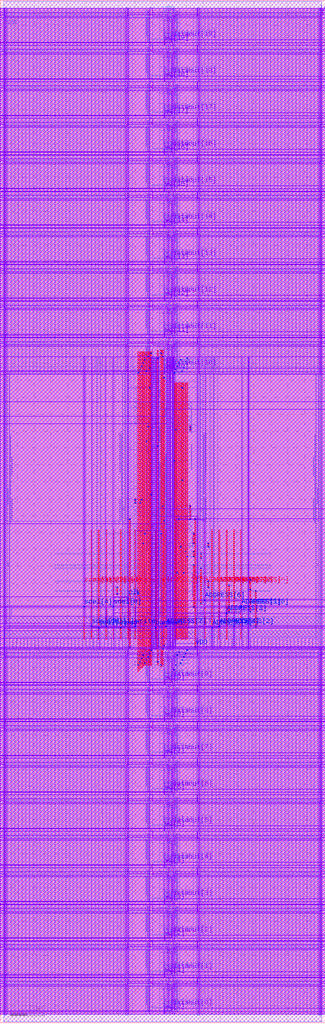
<source format=lef>
VERSION 5.8 ;
BUSBITCHARS "[]" ;
DIVIDERCHAR "/" ;

PROPERTYDEFINITIONS
  MACRO CatenaDesignType STRING ;
END PROPERTYDEFINITIONS

MACRO srambank_64x4x20_6t122
  CLASS BLOCK ;
  ORIGIN 0 0 ;
  FOREIGN srambank_64x4x20_6t122 0 0 ;
  SIZE 9.612 BY 30.240000000000002 ;
  SYMMETRY X Y ;
  SITE coreSite ;
  PIN VDD
    DIRECTION INOUT ;
    USE POWER ;
    PORT
      LAYER M4  ;
        RECT 0.1010 1.1720 9.5090 1.2200 ;
        RECT 0.1010 2.2520 9.5090 2.3000 ;
        RECT 0.1010 3.3320 9.5090 3.3800 ;
        RECT 0.1010 4.4120 9.5090 4.4600 ;
        RECT 0.1010 5.4920 9.5090 5.5400 ;
        RECT 0.1010 6.5720 9.5090 6.6200 ;
        RECT 0.1010 7.6520 9.5090 7.7000 ;
        RECT 0.1010 8.7320 9.5090 8.7800 ;
        RECT 0.1010 9.8120 9.5090 9.8600 ;
        RECT 0.1010 10.8920 9.5090 10.9400 ;
        RECT 0.1080 11.3790 9.5040 11.5950 ;
        RECT 5.6100 11.0990 5.8730 11.1230 ;
        RECT 5.7410 14.8830 5.8530 14.9070 ;
        RECT 3.9420 14.5470 5.6700 14.7630 ;
        RECT 3.9420 17.7150 5.6700 17.9310 ;
        RECT 0.1010 20.0990 9.5090 20.1470 ;
        RECT 0.1010 21.1790 9.5090 21.2270 ;
        RECT 0.1010 22.2590 9.5090 22.3070 ;
        RECT 0.1010 23.3390 9.5090 23.3870 ;
        RECT 0.1010 24.4190 9.5090 24.4670 ;
        RECT 0.1010 25.4990 9.5090 25.5470 ;
        RECT 0.1010 26.5790 9.5090 26.6270 ;
        RECT 0.1010 27.6590 9.5090 27.7070 ;
        RECT 0.1010 28.7390 9.5090 28.7870 ;
        RECT 0.1010 29.8190 9.5090 29.8670 ;
      LAYER M3  ;
        RECT 9.4770 0.2165 9.4950 1.3765 ;
        RECT 5.8230 0.2170 5.8410 1.3760 ;
        RECT 4.4190 0.2530 4.5090 1.3670 ;
        RECT 3.7710 0.2170 3.7890 1.3760 ;
        RECT 0.1170 0.2165 0.1350 1.3765 ;
        RECT 9.4770 1.2965 9.4950 2.4565 ;
        RECT 5.8230 1.2970 5.8410 2.4560 ;
        RECT 4.4190 1.3330 4.5090 2.4470 ;
        RECT 3.7710 1.2970 3.7890 2.4560 ;
        RECT 0.1170 1.2965 0.1350 2.4565 ;
        RECT 9.4770 2.3765 9.4950 3.5365 ;
        RECT 5.8230 2.3770 5.8410 3.5360 ;
        RECT 4.4190 2.4130 4.5090 3.5270 ;
        RECT 3.7710 2.3770 3.7890 3.5360 ;
        RECT 0.1170 2.3765 0.1350 3.5365 ;
        RECT 9.4770 3.4565 9.4950 4.6165 ;
        RECT 5.8230 3.4570 5.8410 4.6160 ;
        RECT 4.4190 3.4930 4.5090 4.6070 ;
        RECT 3.7710 3.4570 3.7890 4.6160 ;
        RECT 0.1170 3.4565 0.1350 4.6165 ;
        RECT 9.4770 4.5365 9.4950 5.6965 ;
        RECT 5.8230 4.5370 5.8410 5.6960 ;
        RECT 4.4190 4.5730 4.5090 5.6870 ;
        RECT 3.7710 4.5370 3.7890 5.6960 ;
        RECT 0.1170 4.5365 0.1350 5.6965 ;
        RECT 9.4770 5.6165 9.4950 6.7765 ;
        RECT 5.8230 5.6170 5.8410 6.7760 ;
        RECT 4.4190 5.6530 4.5090 6.7670 ;
        RECT 3.7710 5.6170 3.7890 6.7760 ;
        RECT 0.1170 5.6165 0.1350 6.7765 ;
        RECT 9.4770 6.6965 9.4950 7.8565 ;
        RECT 5.8230 6.6970 5.8410 7.8560 ;
        RECT 4.4190 6.7330 4.5090 7.8470 ;
        RECT 3.7710 6.6970 3.7890 7.8560 ;
        RECT 0.1170 6.6965 0.1350 7.8565 ;
        RECT 9.4770 7.7765 9.4950 8.9365 ;
        RECT 5.8230 7.7770 5.8410 8.9360 ;
        RECT 4.4190 7.8130 4.5090 8.9270 ;
        RECT 3.7710 7.7770 3.7890 8.9360 ;
        RECT 0.1170 7.7765 0.1350 8.9365 ;
        RECT 9.4770 8.8565 9.4950 10.0165 ;
        RECT 5.8230 8.8570 5.8410 10.0160 ;
        RECT 4.4190 8.8930 4.5090 10.0070 ;
        RECT 3.7710 8.8570 3.7890 10.0160 ;
        RECT 0.1170 8.8565 0.1350 10.0165 ;
        RECT 9.4770 9.9365 9.4950 11.0965 ;
        RECT 5.8230 9.9370 5.8410 11.0960 ;
        RECT 4.4190 9.9730 4.5090 11.0870 ;
        RECT 3.7710 9.9370 3.7890 11.0960 ;
        RECT 0.1170 9.9365 0.1350 11.0965 ;
        RECT 9.4770 11.0165 9.4950 19.2235 ;
        RECT 5.8230 11.0960 5.8410 11.1875 ;
        RECT 5.8230 14.8360 5.8410 19.1960 ;
        RECT 4.4550 11.3400 4.6890 18.9230 ;
        RECT 4.4190 18.8370 4.5090 19.3720 ;
        RECT 4.4190 11.0600 4.5090 11.5950 ;
        RECT 0.1170 11.0165 0.1350 19.2235 ;
        RECT 9.4770 19.1435 9.4950 20.3035 ;
        RECT 5.8230 19.1440 5.8410 20.3030 ;
        RECT 4.4190 19.1800 4.5090 20.2940 ;
        RECT 3.7710 19.1440 3.7890 20.3030 ;
        RECT 0.1170 19.1435 0.1350 20.3035 ;
        RECT 9.4770 20.2235 9.4950 21.3835 ;
        RECT 5.8230 20.2240 5.8410 21.3830 ;
        RECT 4.4190 20.2600 4.5090 21.3740 ;
        RECT 3.7710 20.2240 3.7890 21.3830 ;
        RECT 0.1170 20.2235 0.1350 21.3835 ;
        RECT 9.4770 21.3035 9.4950 22.4635 ;
        RECT 5.8230 21.3040 5.8410 22.4630 ;
        RECT 4.4190 21.3400 4.5090 22.4540 ;
        RECT 3.7710 21.3040 3.7890 22.4630 ;
        RECT 0.1170 21.3035 0.1350 22.4635 ;
        RECT 9.4770 22.3835 9.4950 23.5435 ;
        RECT 5.8230 22.3840 5.8410 23.5430 ;
        RECT 4.4190 22.4200 4.5090 23.5340 ;
        RECT 3.7710 22.3840 3.7890 23.5430 ;
        RECT 0.1170 22.3835 0.1350 23.5435 ;
        RECT 9.4770 23.4635 9.4950 24.6235 ;
        RECT 5.8230 23.4640 5.8410 24.6230 ;
        RECT 4.4190 23.5000 4.5090 24.6140 ;
        RECT 3.7710 23.4640 3.7890 24.6230 ;
        RECT 0.1170 23.4635 0.1350 24.6235 ;
        RECT 9.4770 24.5435 9.4950 25.7035 ;
        RECT 5.8230 24.5440 5.8410 25.7030 ;
        RECT 4.4190 24.5800 4.5090 25.6940 ;
        RECT 3.7710 24.5440 3.7890 25.7030 ;
        RECT 0.1170 24.5435 0.1350 25.7035 ;
        RECT 9.4770 25.6235 9.4950 26.7835 ;
        RECT 5.8230 25.6240 5.8410 26.7830 ;
        RECT 4.4190 25.6600 4.5090 26.7740 ;
        RECT 3.7710 25.6240 3.7890 26.7830 ;
        RECT 0.1170 25.6235 0.1350 26.7835 ;
        RECT 9.4770 26.7035 9.4950 27.8635 ;
        RECT 5.8230 26.7040 5.8410 27.8630 ;
        RECT 4.4190 26.7400 4.5090 27.8540 ;
        RECT 3.7710 26.7040 3.7890 27.8630 ;
        RECT 0.1170 26.7035 0.1350 27.8635 ;
        RECT 9.4770 27.7835 9.4950 28.9435 ;
        RECT 5.8230 27.7840 5.8410 28.9430 ;
        RECT 4.4190 27.8200 4.5090 28.9340 ;
        RECT 3.7710 27.7840 3.7890 28.9430 ;
        RECT 0.1170 27.7835 0.1350 28.9435 ;
        RECT 9.4770 28.8635 9.4950 30.0235 ;
        RECT 5.8230 28.8640 5.8410 30.0230 ;
        RECT 4.4190 28.9000 4.5090 30.0140 ;
        RECT 3.7710 28.8640 3.7890 30.0230 ;
        RECT 0.1170 28.8635 0.1350 30.0235 ;
      LAYER V3  ;
        RECT 0.1170 1.1720 0.1350 1.2200 ;
        RECT 3.7710 1.1720 3.7890 1.2200 ;
        RECT 4.4190 1.1720 4.5090 1.2200 ;
        RECT 5.8230 1.1720 5.8410 1.2200 ;
        RECT 9.4770 1.1720 9.4950 1.2200 ;
        RECT 0.1170 2.2520 0.1350 2.3000 ;
        RECT 3.7710 2.2520 3.7890 2.3000 ;
        RECT 4.4190 2.2520 4.5090 2.3000 ;
        RECT 5.8230 2.2520 5.8410 2.3000 ;
        RECT 9.4770 2.2520 9.4950 2.3000 ;
        RECT 0.1170 3.3320 0.1350 3.3800 ;
        RECT 3.7710 3.3320 3.7890 3.3800 ;
        RECT 4.4190 3.3320 4.5090 3.3800 ;
        RECT 5.8230 3.3320 5.8410 3.3800 ;
        RECT 9.4770 3.3320 9.4950 3.3800 ;
        RECT 0.1170 4.4120 0.1350 4.4600 ;
        RECT 3.7710 4.4120 3.7890 4.4600 ;
        RECT 4.4190 4.4120 4.5090 4.4600 ;
        RECT 5.8230 4.4120 5.8410 4.4600 ;
        RECT 9.4770 4.4120 9.4950 4.4600 ;
        RECT 0.1170 5.4920 0.1350 5.5400 ;
        RECT 3.7710 5.4920 3.7890 5.5400 ;
        RECT 4.4190 5.4920 4.5090 5.5400 ;
        RECT 5.8230 5.4920 5.8410 5.5400 ;
        RECT 9.4770 5.4920 9.4950 5.5400 ;
        RECT 0.1170 6.5720 0.1350 6.6200 ;
        RECT 3.7710 6.5720 3.7890 6.6200 ;
        RECT 4.4190 6.5720 4.5090 6.6200 ;
        RECT 5.8230 6.5720 5.8410 6.6200 ;
        RECT 9.4770 6.5720 9.4950 6.6200 ;
        RECT 0.1170 7.6520 0.1350 7.7000 ;
        RECT 3.7710 7.6520 3.7890 7.7000 ;
        RECT 4.4190 7.6520 4.5090 7.7000 ;
        RECT 5.8230 7.6520 5.8410 7.7000 ;
        RECT 9.4770 7.6520 9.4950 7.7000 ;
        RECT 0.1170 8.7320 0.1350 8.7800 ;
        RECT 3.7710 8.7320 3.7890 8.7800 ;
        RECT 4.4190 8.7320 4.5090 8.7800 ;
        RECT 5.8230 8.7320 5.8410 8.7800 ;
        RECT 9.4770 8.7320 9.4950 8.7800 ;
        RECT 0.1170 9.8120 0.1350 9.8600 ;
        RECT 3.7710 9.8120 3.7890 9.8600 ;
        RECT 4.4190 9.8120 4.5090 9.8600 ;
        RECT 5.8230 9.8120 5.8410 9.8600 ;
        RECT 9.4770 9.8120 9.4950 9.8600 ;
        RECT 0.1170 10.8920 0.1350 10.9400 ;
        RECT 3.7710 10.8920 3.7890 10.9400 ;
        RECT 4.4190 10.8920 4.5090 10.9400 ;
        RECT 5.8230 10.8920 5.8410 10.9400 ;
        RECT 9.4770 10.8920 9.4950 10.9400 ;
        RECT 0.1170 11.3790 0.1350 11.5950 ;
        RECT 4.4590 17.7150 4.4770 17.9310 ;
        RECT 4.4590 14.5470 4.4770 14.7630 ;
        RECT 4.4590 11.3790 4.4770 11.5950 ;
        RECT 4.5110 17.7150 4.5290 17.9310 ;
        RECT 4.5110 14.5470 4.5290 14.7630 ;
        RECT 4.5110 11.3790 4.5290 11.5950 ;
        RECT 4.5630 17.7150 4.5810 17.9310 ;
        RECT 4.5630 14.5470 4.5810 14.7630 ;
        RECT 4.5630 11.3790 4.5810 11.5950 ;
        RECT 4.6150 17.7150 4.6330 17.9310 ;
        RECT 4.6150 14.5470 4.6330 14.7630 ;
        RECT 4.6150 11.3790 4.6330 11.5950 ;
        RECT 4.6670 17.7150 4.6850 17.9310 ;
        RECT 4.6670 14.5470 4.6850 14.7630 ;
        RECT 4.6670 11.3790 4.6850 11.5950 ;
        RECT 5.8230 14.8830 5.8410 14.9070 ;
        RECT 5.8230 11.0990 5.8410 11.1230 ;
        RECT 0.1170 20.0990 0.1350 20.1470 ;
        RECT 3.7710 20.0990 3.7890 20.1470 ;
        RECT 4.4190 20.0990 4.5090 20.1470 ;
        RECT 5.8230 20.0990 5.8410 20.1470 ;
        RECT 9.4770 20.0990 9.4950 20.1470 ;
        RECT 0.1170 21.1790 0.1350 21.2270 ;
        RECT 3.7710 21.1790 3.7890 21.2270 ;
        RECT 4.4190 21.1790 4.5090 21.2270 ;
        RECT 5.8230 21.1790 5.8410 21.2270 ;
        RECT 9.4770 21.1790 9.4950 21.2270 ;
        RECT 0.1170 22.2590 0.1350 22.3070 ;
        RECT 3.7710 22.2590 3.7890 22.3070 ;
        RECT 4.4190 22.2590 4.5090 22.3070 ;
        RECT 5.8230 22.2590 5.8410 22.3070 ;
        RECT 9.4770 22.2590 9.4950 22.3070 ;
        RECT 0.1170 23.3390 0.1350 23.3870 ;
        RECT 3.7710 23.3390 3.7890 23.3870 ;
        RECT 4.4190 23.3390 4.5090 23.3870 ;
        RECT 5.8230 23.3390 5.8410 23.3870 ;
        RECT 9.4770 23.3390 9.4950 23.3870 ;
        RECT 0.1170 24.4190 0.1350 24.4670 ;
        RECT 3.7710 24.4190 3.7890 24.4670 ;
        RECT 4.4190 24.4190 4.5090 24.4670 ;
        RECT 5.8230 24.4190 5.8410 24.4670 ;
        RECT 9.4770 24.4190 9.4950 24.4670 ;
        RECT 0.1170 25.4990 0.1350 25.5470 ;
        RECT 3.7710 25.4990 3.7890 25.5470 ;
        RECT 4.4190 25.4990 4.5090 25.5470 ;
        RECT 5.8230 25.4990 5.8410 25.5470 ;
        RECT 9.4770 25.4990 9.4950 25.5470 ;
        RECT 0.1170 26.5790 0.1350 26.6270 ;
        RECT 3.7710 26.5790 3.7890 26.6270 ;
        RECT 4.4190 26.5790 4.5090 26.6270 ;
        RECT 5.8230 26.5790 5.8410 26.6270 ;
        RECT 9.4770 26.5790 9.4950 26.6270 ;
        RECT 0.1170 27.6590 0.1350 27.7070 ;
        RECT 3.7710 27.6590 3.7890 27.7070 ;
        RECT 4.4190 27.6590 4.5090 27.7070 ;
        RECT 5.8230 27.6590 5.8410 27.7070 ;
        RECT 9.4770 27.6590 9.4950 27.7070 ;
        RECT 0.1170 28.7390 0.1350 28.7870 ;
        RECT 3.7710 28.7390 3.7890 28.7870 ;
        RECT 4.4190 28.7390 4.5090 28.7870 ;
        RECT 5.8230 28.7390 5.8410 28.7870 ;
        RECT 9.4770 28.7390 9.4950 28.7870 ;
        RECT 0.1170 29.8190 0.1350 29.8670 ;
        RECT 3.7710 29.8190 3.7890 29.8670 ;
        RECT 4.4190 29.8190 4.5090 29.8670 ;
        RECT 5.8230 29.8190 5.8410 29.8670 ;
        RECT 9.4770 29.8190 9.4950 29.8670 ;
      LAYER M5  ;
        RECT 5.7590 11.0810 5.7830 14.9250 ;
      LAYER V4  ;
        RECT 5.7590 14.8830 5.7830 14.9070 ;
        RECT 5.7590 11.0990 5.7830 11.1230 ;
    END
  END VDD
  PIN VSS
    DIRECTION INOUT ;
    USE POWER ;
    PORT
      LAYER M4  ;
        RECT 0.1010 1.0760 9.5040 1.1240 ;
        RECT 0.1010 2.1560 9.5040 2.2040 ;
        RECT 0.1010 3.2360 9.5040 3.2840 ;
        RECT 0.1010 4.3160 9.5040 4.3640 ;
        RECT 0.1010 5.3960 9.5040 5.4440 ;
        RECT 0.1010 6.4760 9.5040 6.5240 ;
        RECT 0.1010 7.5560 9.5040 7.6040 ;
        RECT 0.1010 8.6360 9.5040 8.6840 ;
        RECT 0.1010 9.7160 9.5040 9.7640 ;
        RECT 0.1010 10.7960 9.5040 10.8440 ;
        RECT 0.1080 11.8110 9.5040 12.0270 ;
        RECT 3.9420 14.9790 5.6700 15.1950 ;
        RECT 3.9420 18.1470 5.6700 18.3630 ;
        RECT 0.1010 20.0030 9.5040 20.0510 ;
        RECT 0.1010 21.0830 9.5040 21.1310 ;
        RECT 0.1010 22.1630 9.5040 22.2110 ;
        RECT 0.1010 23.2430 9.5040 23.2910 ;
        RECT 0.1010 24.3230 9.5040 24.3710 ;
        RECT 0.1010 25.4030 9.5040 25.4510 ;
        RECT 0.1010 26.4830 9.5040 26.5310 ;
        RECT 0.1010 27.5630 9.5040 27.6110 ;
        RECT 0.1010 28.6430 9.5040 28.6910 ;
        RECT 0.1010 29.7230 9.5040 29.7710 ;
      LAYER M3  ;
        RECT 9.4410 0.2165 9.4590 1.3765 ;
        RECT 5.8770 0.2165 5.8950 1.3765 ;
        RECT 5.1120 0.2530 5.1480 1.3670 ;
        RECT 4.9590 0.2530 4.9860 1.3670 ;
        RECT 3.7170 0.2165 3.7350 1.3765 ;
        RECT 0.1530 0.2165 0.1710 1.3765 ;
        RECT 9.4410 1.2965 9.4590 2.4565 ;
        RECT 5.8770 1.2965 5.8950 2.4565 ;
        RECT 5.1120 1.3330 5.1480 2.4470 ;
        RECT 4.9590 1.3330 4.9860 2.4470 ;
        RECT 3.7170 1.2965 3.7350 2.4565 ;
        RECT 0.1530 1.2965 0.1710 2.4565 ;
        RECT 9.4410 2.3765 9.4590 3.5365 ;
        RECT 5.8770 2.3765 5.8950 3.5365 ;
        RECT 5.1120 2.4130 5.1480 3.5270 ;
        RECT 4.9590 2.4130 4.9860 3.5270 ;
        RECT 3.7170 2.3765 3.7350 3.5365 ;
        RECT 0.1530 2.3765 0.1710 3.5365 ;
        RECT 9.4410 3.4565 9.4590 4.6165 ;
        RECT 5.8770 3.4565 5.8950 4.6165 ;
        RECT 5.1120 3.4930 5.1480 4.6070 ;
        RECT 4.9590 3.4930 4.9860 4.6070 ;
        RECT 3.7170 3.4565 3.7350 4.6165 ;
        RECT 0.1530 3.4565 0.1710 4.6165 ;
        RECT 9.4410 4.5365 9.4590 5.6965 ;
        RECT 5.8770 4.5365 5.8950 5.6965 ;
        RECT 5.1120 4.5730 5.1480 5.6870 ;
        RECT 4.9590 4.5730 4.9860 5.6870 ;
        RECT 3.7170 4.5365 3.7350 5.6965 ;
        RECT 0.1530 4.5365 0.1710 5.6965 ;
        RECT 9.4410 5.6165 9.4590 6.7765 ;
        RECT 5.8770 5.6165 5.8950 6.7765 ;
        RECT 5.1120 5.6530 5.1480 6.7670 ;
        RECT 4.9590 5.6530 4.9860 6.7670 ;
        RECT 3.7170 5.6165 3.7350 6.7765 ;
        RECT 0.1530 5.6165 0.1710 6.7765 ;
        RECT 9.4410 6.6965 9.4590 7.8565 ;
        RECT 5.8770 6.6965 5.8950 7.8565 ;
        RECT 5.1120 6.7330 5.1480 7.8470 ;
        RECT 4.9590 6.7330 4.9860 7.8470 ;
        RECT 3.7170 6.6965 3.7350 7.8565 ;
        RECT 0.1530 6.6965 0.1710 7.8565 ;
        RECT 9.4410 7.7765 9.4590 8.9365 ;
        RECT 5.8770 7.7765 5.8950 8.9365 ;
        RECT 5.1120 7.8130 5.1480 8.9270 ;
        RECT 4.9590 7.8130 4.9860 8.9270 ;
        RECT 3.7170 7.7765 3.7350 8.9365 ;
        RECT 0.1530 7.7765 0.1710 8.9365 ;
        RECT 9.4410 8.8565 9.4590 10.0165 ;
        RECT 5.8770 8.8565 5.8950 10.0165 ;
        RECT 5.1120 8.8930 5.1480 10.0070 ;
        RECT 4.9590 8.8930 4.9860 10.0070 ;
        RECT 3.7170 8.8565 3.7350 10.0165 ;
        RECT 0.1530 8.8565 0.1710 10.0165 ;
        RECT 9.4410 9.9365 9.4590 11.0965 ;
        RECT 5.8770 9.9365 5.8950 11.0965 ;
        RECT 5.1120 9.9730 5.1480 11.0870 ;
        RECT 4.9590 9.9730 4.9860 11.0870 ;
        RECT 3.7170 9.9365 3.7350 11.0965 ;
        RECT 0.1530 9.9365 0.1710 11.0965 ;
        RECT 9.4410 11.0165 9.4590 19.2235 ;
        RECT 5.8770 11.0165 5.8950 19.2235 ;
        RECT 4.9230 11.2400 5.1570 18.9230 ;
        RECT 5.1120 11.0600 5.1480 19.1970 ;
        RECT 4.9590 11.0600 4.9860 19.1940 ;
        RECT 3.7170 11.0165 3.7350 19.2235 ;
        RECT 0.1530 11.0165 0.1710 19.2235 ;
        RECT 9.4410 19.1435 9.4590 20.3035 ;
        RECT 5.8770 19.1435 5.8950 20.3035 ;
        RECT 5.1120 19.1800 5.1480 20.2940 ;
        RECT 4.9590 19.1800 4.9860 20.2940 ;
        RECT 3.7170 19.1435 3.7350 20.3035 ;
        RECT 0.1530 19.1435 0.1710 20.3035 ;
        RECT 9.4410 20.2235 9.4590 21.3835 ;
        RECT 5.8770 20.2235 5.8950 21.3835 ;
        RECT 5.1120 20.2600 5.1480 21.3740 ;
        RECT 4.9590 20.2600 4.9860 21.3740 ;
        RECT 3.7170 20.2235 3.7350 21.3835 ;
        RECT 0.1530 20.2235 0.1710 21.3835 ;
        RECT 9.4410 21.3035 9.4590 22.4635 ;
        RECT 5.8770 21.3035 5.8950 22.4635 ;
        RECT 5.1120 21.3400 5.1480 22.4540 ;
        RECT 4.9590 21.3400 4.9860 22.4540 ;
        RECT 3.7170 21.3035 3.7350 22.4635 ;
        RECT 0.1530 21.3035 0.1710 22.4635 ;
        RECT 9.4410 22.3835 9.4590 23.5435 ;
        RECT 5.8770 22.3835 5.8950 23.5435 ;
        RECT 5.1120 22.4200 5.1480 23.5340 ;
        RECT 4.9590 22.4200 4.9860 23.5340 ;
        RECT 3.7170 22.3835 3.7350 23.5435 ;
        RECT 0.1530 22.3835 0.1710 23.5435 ;
        RECT 9.4410 23.4635 9.4590 24.6235 ;
        RECT 5.8770 23.4635 5.8950 24.6235 ;
        RECT 5.1120 23.5000 5.1480 24.6140 ;
        RECT 4.9590 23.5000 4.9860 24.6140 ;
        RECT 3.7170 23.4635 3.7350 24.6235 ;
        RECT 0.1530 23.4635 0.1710 24.6235 ;
        RECT 9.4410 24.5435 9.4590 25.7035 ;
        RECT 5.8770 24.5435 5.8950 25.7035 ;
        RECT 5.1120 24.5800 5.1480 25.6940 ;
        RECT 4.9590 24.5800 4.9860 25.6940 ;
        RECT 3.7170 24.5435 3.7350 25.7035 ;
        RECT 0.1530 24.5435 0.1710 25.7035 ;
        RECT 9.4410 25.6235 9.4590 26.7835 ;
        RECT 5.8770 25.6235 5.8950 26.7835 ;
        RECT 5.1120 25.6600 5.1480 26.7740 ;
        RECT 4.9590 25.6600 4.9860 26.7740 ;
        RECT 3.7170 25.6235 3.7350 26.7835 ;
        RECT 0.1530 25.6235 0.1710 26.7835 ;
        RECT 9.4410 26.7035 9.4590 27.8635 ;
        RECT 5.8770 26.7035 5.8950 27.8635 ;
        RECT 5.1120 26.7400 5.1480 27.8540 ;
        RECT 4.9590 26.7400 4.9860 27.8540 ;
        RECT 3.7170 26.7035 3.7350 27.8635 ;
        RECT 0.1530 26.7035 0.1710 27.8635 ;
        RECT 9.4410 27.7835 9.4590 28.9435 ;
        RECT 5.8770 27.7835 5.8950 28.9435 ;
        RECT 5.1120 27.8200 5.1480 28.9340 ;
        RECT 4.9590 27.8200 4.9860 28.9340 ;
        RECT 3.7170 27.7835 3.7350 28.9435 ;
        RECT 0.1530 27.7835 0.1710 28.9435 ;
        RECT 9.4410 28.8635 9.4590 30.0235 ;
        RECT 5.8770 28.8635 5.8950 30.0235 ;
        RECT 5.1120 28.9000 5.1480 30.0140 ;
        RECT 4.9590 28.9000 4.9860 30.0140 ;
        RECT 3.7170 28.8635 3.7350 30.0235 ;
        RECT 0.1530 28.8635 0.1710 30.0235 ;
      LAYER V3  ;
        RECT 0.1530 1.0760 0.1710 1.1240 ;
        RECT 3.7170 1.0760 3.7350 1.1240 ;
        RECT 4.9590 1.0760 4.9860 1.1240 ;
        RECT 5.1120 1.0760 5.1480 1.1240 ;
        RECT 5.8770 1.0760 5.8950 1.1240 ;
        RECT 9.4410 1.0760 9.4590 1.1240 ;
        RECT 0.1530 2.1560 0.1710 2.2040 ;
        RECT 3.7170 2.1560 3.7350 2.2040 ;
        RECT 4.9590 2.1560 4.9860 2.2040 ;
        RECT 5.1120 2.1560 5.1480 2.2040 ;
        RECT 5.8770 2.1560 5.8950 2.2040 ;
        RECT 9.4410 2.1560 9.4590 2.2040 ;
        RECT 0.1530 3.2360 0.1710 3.2840 ;
        RECT 3.7170 3.2360 3.7350 3.2840 ;
        RECT 4.9590 3.2360 4.9860 3.2840 ;
        RECT 5.1120 3.2360 5.1480 3.2840 ;
        RECT 5.8770 3.2360 5.8950 3.2840 ;
        RECT 9.4410 3.2360 9.4590 3.2840 ;
        RECT 0.1530 4.3160 0.1710 4.3640 ;
        RECT 3.7170 4.3160 3.7350 4.3640 ;
        RECT 4.9590 4.3160 4.9860 4.3640 ;
        RECT 5.1120 4.3160 5.1480 4.3640 ;
        RECT 5.8770 4.3160 5.8950 4.3640 ;
        RECT 9.4410 4.3160 9.4590 4.3640 ;
        RECT 0.1530 5.3960 0.1710 5.4440 ;
        RECT 3.7170 5.3960 3.7350 5.4440 ;
        RECT 4.9590 5.3960 4.9860 5.4440 ;
        RECT 5.1120 5.3960 5.1480 5.4440 ;
        RECT 5.8770 5.3960 5.8950 5.4440 ;
        RECT 9.4410 5.3960 9.4590 5.4440 ;
        RECT 0.1530 6.4760 0.1710 6.5240 ;
        RECT 3.7170 6.4760 3.7350 6.5240 ;
        RECT 4.9590 6.4760 4.9860 6.5240 ;
        RECT 5.1120 6.4760 5.1480 6.5240 ;
        RECT 5.8770 6.4760 5.8950 6.5240 ;
        RECT 9.4410 6.4760 9.4590 6.5240 ;
        RECT 0.1530 7.5560 0.1710 7.6040 ;
        RECT 3.7170 7.5560 3.7350 7.6040 ;
        RECT 4.9590 7.5560 4.9860 7.6040 ;
        RECT 5.1120 7.5560 5.1480 7.6040 ;
        RECT 5.8770 7.5560 5.8950 7.6040 ;
        RECT 9.4410 7.5560 9.4590 7.6040 ;
        RECT 0.1530 8.6360 0.1710 8.6840 ;
        RECT 3.7170 8.6360 3.7350 8.6840 ;
        RECT 4.9590 8.6360 4.9860 8.6840 ;
        RECT 5.1120 8.6360 5.1480 8.6840 ;
        RECT 5.8770 8.6360 5.8950 8.6840 ;
        RECT 9.4410 8.6360 9.4590 8.6840 ;
        RECT 0.1530 9.7160 0.1710 9.7640 ;
        RECT 3.7170 9.7160 3.7350 9.7640 ;
        RECT 4.9590 9.7160 4.9860 9.7640 ;
        RECT 5.1120 9.7160 5.1480 9.7640 ;
        RECT 5.8770 9.7160 5.8950 9.7640 ;
        RECT 9.4410 9.7160 9.4590 9.7640 ;
        RECT 0.1530 10.7960 0.1710 10.8440 ;
        RECT 3.7170 10.7960 3.7350 10.8440 ;
        RECT 4.9590 10.7960 4.9860 10.8440 ;
        RECT 5.1120 10.7960 5.1480 10.8440 ;
        RECT 5.8770 10.7960 5.8950 10.8440 ;
        RECT 9.4410 10.7960 9.4590 10.8440 ;
        RECT 0.1530 11.8110 0.1710 12.0270 ;
        RECT 4.9270 18.1470 4.9450 18.3630 ;
        RECT 4.9270 14.9790 4.9450 15.1950 ;
        RECT 4.9270 11.8110 4.9450 12.0270 ;
        RECT 4.9790 18.1470 4.9970 18.3630 ;
        RECT 4.9790 14.9790 4.9970 15.1950 ;
        RECT 4.9790 11.8110 4.9970 12.0270 ;
        RECT 5.0310 18.1470 5.0490 18.3630 ;
        RECT 5.0310 14.9790 5.0490 15.1950 ;
        RECT 5.0310 11.8110 5.0490 12.0270 ;
        RECT 5.0830 18.1470 5.1010 18.3630 ;
        RECT 5.0830 14.9790 5.1010 15.1950 ;
        RECT 5.0830 11.8110 5.1010 12.0270 ;
        RECT 5.1350 18.1470 5.1530 18.3630 ;
        RECT 5.1350 14.9790 5.1530 15.1950 ;
        RECT 5.1350 11.8110 5.1530 12.0270 ;
        RECT 0.1530 20.0030 0.1710 20.0510 ;
        RECT 3.7170 20.0030 3.7350 20.0510 ;
        RECT 4.9590 20.0030 4.9860 20.0510 ;
        RECT 5.1120 20.0030 5.1480 20.0510 ;
        RECT 5.8770 20.0030 5.8950 20.0510 ;
        RECT 9.4410 20.0030 9.4590 20.0510 ;
        RECT 0.1530 21.0830 0.1710 21.1310 ;
        RECT 3.7170 21.0830 3.7350 21.1310 ;
        RECT 4.9590 21.0830 4.9860 21.1310 ;
        RECT 5.1120 21.0830 5.1480 21.1310 ;
        RECT 5.8770 21.0830 5.8950 21.1310 ;
        RECT 9.4410 21.0830 9.4590 21.1310 ;
        RECT 0.1530 22.1630 0.1710 22.2110 ;
        RECT 3.7170 22.1630 3.7350 22.2110 ;
        RECT 4.9590 22.1630 4.9860 22.2110 ;
        RECT 5.1120 22.1630 5.1480 22.2110 ;
        RECT 5.8770 22.1630 5.8950 22.2110 ;
        RECT 9.4410 22.1630 9.4590 22.2110 ;
        RECT 0.1530 23.2430 0.1710 23.2910 ;
        RECT 3.7170 23.2430 3.7350 23.2910 ;
        RECT 4.9590 23.2430 4.9860 23.2910 ;
        RECT 5.1120 23.2430 5.1480 23.2910 ;
        RECT 5.8770 23.2430 5.8950 23.2910 ;
        RECT 9.4410 23.2430 9.4590 23.2910 ;
        RECT 0.1530 24.3230 0.1710 24.3710 ;
        RECT 3.7170 24.3230 3.7350 24.3710 ;
        RECT 4.9590 24.3230 4.9860 24.3710 ;
        RECT 5.1120 24.3230 5.1480 24.3710 ;
        RECT 5.8770 24.3230 5.8950 24.3710 ;
        RECT 9.4410 24.3230 9.4590 24.3710 ;
        RECT 0.1530 25.4030 0.1710 25.4510 ;
        RECT 3.7170 25.4030 3.7350 25.4510 ;
        RECT 4.9590 25.4030 4.9860 25.4510 ;
        RECT 5.1120 25.4030 5.1480 25.4510 ;
        RECT 5.8770 25.4030 5.8950 25.4510 ;
        RECT 9.4410 25.4030 9.4590 25.4510 ;
        RECT 0.1530 26.4830 0.1710 26.5310 ;
        RECT 3.7170 26.4830 3.7350 26.5310 ;
        RECT 4.9590 26.4830 4.9860 26.5310 ;
        RECT 5.1120 26.4830 5.1480 26.5310 ;
        RECT 5.8770 26.4830 5.8950 26.5310 ;
        RECT 9.4410 26.4830 9.4590 26.5310 ;
        RECT 0.1530 27.5630 0.1710 27.6110 ;
        RECT 3.7170 27.5630 3.7350 27.6110 ;
        RECT 4.9590 27.5630 4.9860 27.6110 ;
        RECT 5.1120 27.5630 5.1480 27.6110 ;
        RECT 5.8770 27.5630 5.8950 27.6110 ;
        RECT 9.4410 27.5630 9.4590 27.6110 ;
        RECT 0.1530 28.6430 0.1710 28.6910 ;
        RECT 3.7170 28.6430 3.7350 28.6910 ;
        RECT 4.9590 28.6430 4.9860 28.6910 ;
        RECT 5.1120 28.6430 5.1480 28.6910 ;
        RECT 5.8770 28.6430 5.8950 28.6910 ;
        RECT 9.4410 28.6430 9.4590 28.6910 ;
        RECT 0.1530 29.7230 0.1710 29.7710 ;
        RECT 3.7170 29.7230 3.7350 29.7710 ;
        RECT 4.9590 29.7230 4.9860 29.7710 ;
        RECT 5.1120 29.7230 5.1480 29.7710 ;
        RECT 5.8770 29.7230 5.8950 29.7710 ;
        RECT 9.4410 29.7230 9.4590 29.7710 ;
    END
  END VSS
  PIN ADDRESS[0]
    DIRECTION INPUT ;
    USE SIGNAL ;
    PORT
      LAYER M3  ;
        RECT 7.3350 12.2830 7.3530 12.3200 ;
      LAYER M4  ;
        RECT 7.2830 12.2910 7.3670 12.3150 ;
      LAYER M5  ;
        RECT 7.3320 11.3400 7.3560 14.5800 ;
      LAYER V3  ;
        RECT 7.3350 12.2910 7.3530 12.3150 ;
      LAYER V4  ;
        RECT 7.3320 12.2910 7.3560 12.3150 ;
    END
  END ADDRESS[0]
  PIN ADDRESS[1]
    DIRECTION INPUT ;
    USE SIGNAL ;
    PORT
      LAYER M3  ;
        RECT 7.1190 12.2860 7.1370 12.3230 ;
      LAYER M4  ;
        RECT 7.0670 12.2910 7.1510 12.3150 ;
      LAYER M5  ;
        RECT 7.1160 11.3400 7.1400 14.5800 ;
      LAYER V3  ;
        RECT 7.1190 12.2910 7.1370 12.3150 ;
      LAYER V4  ;
        RECT 7.1160 12.2910 7.1400 12.3150 ;
    END
  END ADDRESS[1]
  PIN ADDRESS[2]
    DIRECTION INPUT ;
    USE SIGNAL ;
    PORT
      LAYER M3  ;
        RECT 6.9030 11.7070 6.9210 11.7440 ;
      LAYER M4  ;
        RECT 6.8510 11.7150 6.9350 11.7390 ;
      LAYER M5  ;
        RECT 6.9000 11.3400 6.9240 14.5800 ;
      LAYER V3  ;
        RECT 6.9030 11.7150 6.9210 11.7390 ;
      LAYER V4  ;
        RECT 6.9000 11.7150 6.9240 11.7390 ;
    END
  END ADDRESS[2]
  PIN ADDRESS[3]
    DIRECTION INPUT ;
    USE SIGNAL ;
    PORT
      LAYER M3  ;
        RECT 6.6870 11.9470 6.7050 12.1280 ;
      LAYER M4  ;
        RECT 6.6350 12.0990 6.7190 12.1230 ;
      LAYER M5  ;
        RECT 6.6840 11.3400 6.7080 14.5800 ;
      LAYER V3  ;
        RECT 6.6870 12.0990 6.7050 12.1230 ;
      LAYER V4  ;
        RECT 6.6840 12.0990 6.7080 12.1230 ;
    END
  END ADDRESS[3]
  PIN ADDRESS[4]
    DIRECTION INPUT ;
    USE SIGNAL ;
    PORT
      LAYER M3  ;
        RECT 6.4710 11.7100 6.4890 11.7770 ;
      LAYER M4  ;
        RECT 6.4190 11.7150 6.5030 11.7390 ;
      LAYER M5  ;
        RECT 6.4680 11.3400 6.4920 14.5800 ;
      LAYER V3  ;
        RECT 6.4710 11.7150 6.4890 11.7390 ;
      LAYER V4  ;
        RECT 6.4680 11.7150 6.4920 11.7390 ;
    END
  END ADDRESS[4]
  PIN ADDRESS[5]
    DIRECTION INPUT ;
    USE SIGNAL ;
    PORT
      LAYER M3  ;
        RECT 6.2550 11.4430 6.2730 11.6960 ;
      LAYER M4  ;
        RECT 6.2030 11.6670 6.2870 11.6910 ;
      LAYER M5  ;
        RECT 6.2520 11.3400 6.2760 14.5800 ;
      LAYER V3  ;
        RECT 6.2550 11.6670 6.2730 11.6910 ;
      LAYER V4  ;
        RECT 6.2520 11.6670 6.2760 11.6910 ;
    END
  END ADDRESS[5]
  PIN ADDRESS[6]
    DIRECTION INPUT ;
    USE SIGNAL ;
    PORT
      LAYER M3  ;
        RECT 6.0390 12.4780 6.0570 12.5150 ;
      LAYER M4  ;
        RECT 5.9870 12.4830 6.0710 12.5070 ;
      LAYER M5  ;
        RECT 6.0360 11.3400 6.0600 14.5800 ;
      LAYER V3  ;
        RECT 6.0390 12.4830 6.0570 12.5070 ;
      LAYER V4  ;
        RECT 6.0360 12.4830 6.0600 12.5070 ;
    END
  END ADDRESS[6]
  PIN ADDRESS[7]
    DIRECTION INPUT ;
    USE SIGNAL ;
    PORT
      LAYER M3  ;
        RECT 5.1750 11.7100 5.1930 11.7770 ;
      LAYER M4  ;
        RECT 4.8910 11.7150 5.2040 11.7390 ;
      LAYER M5  ;
        RECT 4.9020 11.3400 4.9260 14.5800 ;
      LAYER V3  ;
        RECT 5.1750 11.7150 5.1930 11.7390 ;
      LAYER V4  ;
        RECT 4.9020 11.7150 4.9260 11.7390 ;
    END
  END ADDRESS[7]
  PIN banksel
    DIRECTION INPUT ;
    USE SIGNAL ;
    PORT
      LAYER M3  ;
        RECT 4.7790 11.4430 4.7970 11.6960 ;
      LAYER M4  ;
        RECT 4.5670 11.6670 4.8080 11.6910 ;
      LAYER M5  ;
        RECT 4.5780 11.3400 4.6020 14.5800 ;
      LAYER V3  ;
        RECT 4.7790 11.6670 4.7970 11.6910 ;
      LAYER V4  ;
        RECT 4.5780 11.6670 4.6020 11.6910 ;
    END
  END banksel
  PIN write
    DIRECTION INPUT ;
    USE SIGNAL ;
    PORT
      LAYER M3  ;
        RECT 3.9870 11.7100 4.0050 11.7770 ;
      LAYER M4  ;
        RECT 3.9350 11.7150 4.0190 11.7390 ;
      LAYER M5  ;
        RECT 3.9840 11.3400 4.0080 14.5800 ;
      LAYER V3  ;
        RECT 3.9870 11.7150 4.0050 11.7390 ;
      LAYER V4  ;
        RECT 3.9840 11.7150 4.0080 11.7390 ;
    END
  END write
  PIN clk
    DIRECTION INPUT ;
    USE SIGNAL ;
    PORT
      LAYER M3  ;
        RECT 3.7710 12.5740 3.7890 12.6230 ;
      LAYER M4  ;
        RECT 3.7190 12.5790 3.8030 12.6030 ;
      LAYER M5  ;
        RECT 3.7680 11.3400 3.7920 14.5800 ;
      LAYER V3  ;
        RECT 3.7710 12.5790 3.7890 12.6030 ;
      LAYER V4  ;
        RECT 3.7680 12.5790 3.7920 12.6030 ;
    END
  END clk
  PIN read
    DIRECTION INPUT ;
    USE SIGNAL ;
    PORT
      LAYER M3  ;
        RECT 3.8070 11.4430 3.8250 11.6960 ;
      LAYER M4  ;
        RECT 3.5410 11.6670 3.8360 11.6910 ;
      LAYER M5  ;
        RECT 3.5520 11.3400 3.5760 14.5800 ;
      LAYER V3  ;
        RECT 3.8070 11.6670 3.8250 11.6910 ;
      LAYER V4  ;
        RECT 3.5520 11.6670 3.5760 11.6910 ;
    END
  END read
  PIN sdel[0]
    DIRECTION INPUT ;
    USE SIGNAL ;
    PORT
      LAYER M3  ;
        RECT 3.3390 12.2830 3.3570 12.3200 ;
      LAYER M4  ;
        RECT 3.2870 12.2910 3.3710 12.3150 ;
      LAYER M5  ;
        RECT 3.3360 11.3400 3.3600 14.5800 ;
      LAYER V3  ;
        RECT 3.3390 12.2910 3.3570 12.3150 ;
      LAYER V4  ;
        RECT 3.3360 12.2910 3.3600 12.3150 ;
    END
  END sdel[0]
  PIN sdel[1]
    DIRECTION INPUT ;
    USE SIGNAL ;
    PORT
      LAYER M3  ;
        RECT 3.1230 11.7100 3.1410 11.9390 ;
      LAYER M4  ;
        RECT 3.0710 11.7150 3.1550 11.7390 ;
      LAYER M5  ;
        RECT 3.1200 11.3400 3.1440 14.5800 ;
      LAYER V3  ;
        RECT 3.1230 11.7150 3.1410 11.7390 ;
      LAYER V4  ;
        RECT 3.1200 11.7150 3.1440 11.7390 ;
    END
  END sdel[1]
  PIN sdel[2]
    DIRECTION INPUT ;
    USE SIGNAL ;
    PORT
      LAYER M3  ;
        RECT 2.9070 11.4430 2.9250 11.6960 ;
      LAYER M4  ;
        RECT 2.8550 11.6670 2.9390 11.6910 ;
      LAYER M5  ;
        RECT 2.9040 11.3400 2.9280 14.5800 ;
      LAYER V3  ;
        RECT 2.9070 11.6670 2.9250 11.6910 ;
      LAYER V4  ;
        RECT 2.9040 11.6670 2.9280 11.6910 ;
    END
  END sdel[2]
  PIN sdel[3]
    DIRECTION INPUT ;
    USE SIGNAL ;
    PORT
      LAYER M3  ;
        RECT 2.6910 11.7070 2.7090 11.7440 ;
      LAYER M4  ;
        RECT 2.6390 11.7150 2.7230 11.7390 ;
      LAYER M5  ;
        RECT 2.6880 11.3400 2.7120 14.5800 ;
      LAYER V3  ;
        RECT 2.6910 11.7150 2.7090 11.7390 ;
      LAYER V4  ;
        RECT 2.6880 11.7150 2.7120 11.7390 ;
    END
  END sdel[3]
  PIN sdel[4]
    DIRECTION INPUT ;
    USE SIGNAL ;
    PORT
      LAYER M3  ;
        RECT 2.4750 12.2830 2.4930 12.3200 ;
      LAYER M4  ;
        RECT 2.4230 12.2910 2.5070 12.3150 ;
      LAYER M5  ;
        RECT 2.4720 11.3400 2.4960 14.5800 ;
      LAYER V3  ;
        RECT 2.4750 12.2910 2.4930 12.3150 ;
      LAYER V4  ;
        RECT 2.4720 12.2910 2.4960 12.3150 ;
    END
  END sdel[4]
  PIN dataout[0]
    DIRECTION OUTPUT ;
    USE SIGNAL ;
    PORT
      LAYER M4  ;
        RECT 4.4880 0.4280 5.1360 0.4520 ;
      LAYER M3  ;
        RECT 5.0760 0.3775 5.0940 0.6170 ;
      LAYER V3  ;
        RECT 5.0760 0.4280 5.0940 0.4520 ;
    END
  END dataout[0]
  PIN wd[0]
    DIRECTION INPUT ;
    USE SIGNAL ;
    PORT
      LAYER M4  ;
        RECT 4.4880 0.3320 5.2040 0.3560 ;
      LAYER M3  ;
        RECT 4.8510 0.2700 4.8690 0.6750 ;
      LAYER V3  ;
        RECT 4.8510 0.3320 4.8690 0.3560 ;
    END
  END wd[0]
  PIN dataout[1]
    DIRECTION OUTPUT ;
    USE SIGNAL ;
    PORT
      LAYER M4  ;
        RECT 4.4880 1.5080 5.1360 1.5320 ;
      LAYER M3  ;
        RECT 5.0760 1.4575 5.0940 1.6970 ;
      LAYER V3  ;
        RECT 5.0760 1.5080 5.0940 1.5320 ;
    END
  END dataout[1]
  PIN wd[1]
    DIRECTION INPUT ;
    USE SIGNAL ;
    PORT
      LAYER M4  ;
        RECT 4.4880 1.4120 5.2040 1.4360 ;
      LAYER M3  ;
        RECT 4.8510 1.3500 4.8690 1.7550 ;
      LAYER V3  ;
        RECT 4.8510 1.4120 4.8690 1.4360 ;
    END
  END wd[1]
  PIN dataout[2]
    DIRECTION OUTPUT ;
    USE SIGNAL ;
    PORT
      LAYER M4  ;
        RECT 4.4880 2.5880 5.1360 2.6120 ;
      LAYER M3  ;
        RECT 5.0760 2.5375 5.0940 2.7770 ;
      LAYER V3  ;
        RECT 5.0760 2.5880 5.0940 2.6120 ;
    END
  END dataout[2]
  PIN wd[2]
    DIRECTION INPUT ;
    USE SIGNAL ;
    PORT
      LAYER M4  ;
        RECT 4.4880 2.4920 5.2040 2.5160 ;
      LAYER M3  ;
        RECT 4.8510 2.4300 4.8690 2.8350 ;
      LAYER V3  ;
        RECT 4.8510 2.4920 4.8690 2.5160 ;
    END
  END wd[2]
  PIN dataout[3]
    DIRECTION OUTPUT ;
    USE SIGNAL ;
    PORT
      LAYER M4  ;
        RECT 4.4880 3.6680 5.1360 3.6920 ;
      LAYER M3  ;
        RECT 5.0760 3.6175 5.0940 3.8570 ;
      LAYER V3  ;
        RECT 5.0760 3.6680 5.0940 3.6920 ;
    END
  END dataout[3]
  PIN wd[3]
    DIRECTION INPUT ;
    USE SIGNAL ;
    PORT
      LAYER M4  ;
        RECT 4.4880 3.5720 5.2040 3.5960 ;
      LAYER M3  ;
        RECT 4.8510 3.5100 4.8690 3.9150 ;
      LAYER V3  ;
        RECT 4.8510 3.5720 4.8690 3.5960 ;
    END
  END wd[3]
  PIN dataout[4]
    DIRECTION OUTPUT ;
    USE SIGNAL ;
    PORT
      LAYER M4  ;
        RECT 4.4880 4.7480 5.1360 4.7720 ;
      LAYER M3  ;
        RECT 5.0760 4.6975 5.0940 4.9370 ;
      LAYER V3  ;
        RECT 5.0760 4.7480 5.0940 4.7720 ;
    END
  END dataout[4]
  PIN wd[4]
    DIRECTION INPUT ;
    USE SIGNAL ;
    PORT
      LAYER M4  ;
        RECT 4.4880 4.6520 5.2040 4.6760 ;
      LAYER M3  ;
        RECT 4.8510 4.5900 4.8690 4.9950 ;
      LAYER V3  ;
        RECT 4.8510 4.6520 4.8690 4.6760 ;
    END
  END wd[4]
  PIN dataout[5]
    DIRECTION OUTPUT ;
    USE SIGNAL ;
    PORT
      LAYER M4  ;
        RECT 4.4880 5.8280 5.1360 5.8520 ;
      LAYER M3  ;
        RECT 5.0760 5.7775 5.0940 6.0170 ;
      LAYER V3  ;
        RECT 5.0760 5.8280 5.0940 5.8520 ;
    END
  END dataout[5]
  PIN wd[5]
    DIRECTION INPUT ;
    USE SIGNAL ;
    PORT
      LAYER M4  ;
        RECT 4.4880 5.7320 5.2040 5.7560 ;
      LAYER M3  ;
        RECT 4.8510 5.6700 4.8690 6.0750 ;
      LAYER V3  ;
        RECT 4.8510 5.7320 4.8690 5.7560 ;
    END
  END wd[5]
  PIN dataout[6]
    DIRECTION OUTPUT ;
    USE SIGNAL ;
    PORT
      LAYER M4  ;
        RECT 4.4880 6.9080 5.1360 6.9320 ;
      LAYER M3  ;
        RECT 5.0760 6.8575 5.0940 7.0970 ;
      LAYER V3  ;
        RECT 5.0760 6.9080 5.0940 6.9320 ;
    END
  END dataout[6]
  PIN wd[6]
    DIRECTION INPUT ;
    USE SIGNAL ;
    PORT
      LAYER M4  ;
        RECT 4.4880 6.8120 5.2040 6.8360 ;
      LAYER M3  ;
        RECT 4.8510 6.7500 4.8690 7.1550 ;
      LAYER V3  ;
        RECT 4.8510 6.8120 4.8690 6.8360 ;
    END
  END wd[6]
  PIN dataout[7]
    DIRECTION OUTPUT ;
    USE SIGNAL ;
    PORT
      LAYER M4  ;
        RECT 4.4880 7.9880 5.1360 8.0120 ;
      LAYER M3  ;
        RECT 5.0760 7.9375 5.0940 8.1770 ;
      LAYER V3  ;
        RECT 5.0760 7.9880 5.0940 8.0120 ;
    END
  END dataout[7]
  PIN wd[7]
    DIRECTION INPUT ;
    USE SIGNAL ;
    PORT
      LAYER M4  ;
        RECT 4.4880 7.8920 5.2040 7.9160 ;
      LAYER M3  ;
        RECT 4.8510 7.8300 4.8690 8.2350 ;
      LAYER V3  ;
        RECT 4.8510 7.8920 4.8690 7.9160 ;
    END
  END wd[7]
  PIN dataout[8]
    DIRECTION OUTPUT ;
    USE SIGNAL ;
    PORT
      LAYER M4  ;
        RECT 4.4880 9.0680 5.1360 9.0920 ;
      LAYER M3  ;
        RECT 5.0760 9.0175 5.0940 9.2570 ;
      LAYER V3  ;
        RECT 5.0760 9.0680 5.0940 9.0920 ;
    END
  END dataout[8]
  PIN wd[8]
    DIRECTION INPUT ;
    USE SIGNAL ;
    PORT
      LAYER M4  ;
        RECT 4.4880 8.9720 5.2040 8.9960 ;
      LAYER M3  ;
        RECT 4.8510 8.9100 4.8690 9.3150 ;
      LAYER V3  ;
        RECT 4.8510 8.9720 4.8690 8.9960 ;
    END
  END wd[8]
  PIN dataout[9]
    DIRECTION OUTPUT ;
    USE SIGNAL ;
    PORT
      LAYER M4  ;
        RECT 4.4880 10.1480 5.1360 10.1720 ;
      LAYER M3  ;
        RECT 5.0760 10.0975 5.0940 10.3370 ;
      LAYER V3  ;
        RECT 5.0760 10.1480 5.0940 10.1720 ;
    END
  END dataout[9]
  PIN wd[9]
    DIRECTION INPUT ;
    USE SIGNAL ;
    PORT
      LAYER M4  ;
        RECT 4.4880 10.0520 5.2040 10.0760 ;
      LAYER M3  ;
        RECT 4.8510 9.9900 4.8690 10.3950 ;
      LAYER V3  ;
        RECT 4.8510 10.0520 4.8690 10.0760 ;
    END
  END wd[9]
  PIN dataout[10]
    DIRECTION OUTPUT ;
    USE SIGNAL ;
    PORT
      LAYER M4  ;
        RECT 4.4880 19.3550 5.1360 19.3790 ;
      LAYER M3  ;
        RECT 5.0760 19.3045 5.0940 19.5440 ;
      LAYER V3  ;
        RECT 5.0760 19.3550 5.0940 19.3790 ;
    END
  END dataout[10]
  PIN wd[10]
    DIRECTION INPUT ;
    USE SIGNAL ;
    PORT
      LAYER M4  ;
        RECT 4.4880 19.2590 5.2040 19.2830 ;
      LAYER M3  ;
        RECT 4.8510 19.1970 4.8690 19.6020 ;
      LAYER V3  ;
        RECT 4.8510 19.2590 4.8690 19.2830 ;
    END
  END wd[10]
  PIN dataout[11]
    DIRECTION OUTPUT ;
    USE SIGNAL ;
    PORT
      LAYER M4  ;
        RECT 4.4880 20.4350 5.1360 20.4590 ;
      LAYER M3  ;
        RECT 5.0760 20.3845 5.0940 20.6240 ;
      LAYER V3  ;
        RECT 5.0760 20.4350 5.0940 20.4590 ;
    END
  END dataout[11]
  PIN wd[11]
    DIRECTION INPUT ;
    USE SIGNAL ;
    PORT
      LAYER M4  ;
        RECT 4.4880 20.3390 5.2040 20.3630 ;
      LAYER M3  ;
        RECT 4.8510 20.2770 4.8690 20.6820 ;
      LAYER V3  ;
        RECT 4.8510 20.3390 4.8690 20.3630 ;
    END
  END wd[11]
  PIN dataout[12]
    DIRECTION OUTPUT ;
    USE SIGNAL ;
    PORT
      LAYER M4  ;
        RECT 4.4880 21.5150 5.1360 21.5390 ;
      LAYER M3  ;
        RECT 5.0760 21.4645 5.0940 21.7040 ;
      LAYER V3  ;
        RECT 5.0760 21.5150 5.0940 21.5390 ;
    END
  END dataout[12]
  PIN wd[12]
    DIRECTION INPUT ;
    USE SIGNAL ;
    PORT
      LAYER M4  ;
        RECT 4.4880 21.4190 5.2040 21.4430 ;
      LAYER M3  ;
        RECT 4.8510 21.3570 4.8690 21.7620 ;
      LAYER V3  ;
        RECT 4.8510 21.4190 4.8690 21.4430 ;
    END
  END wd[12]
  PIN dataout[13]
    DIRECTION OUTPUT ;
    USE SIGNAL ;
    PORT
      LAYER M4  ;
        RECT 4.4880 22.5950 5.1360 22.6190 ;
      LAYER M3  ;
        RECT 5.0760 22.5445 5.0940 22.7840 ;
      LAYER V3  ;
        RECT 5.0760 22.5950 5.0940 22.6190 ;
    END
  END dataout[13]
  PIN wd[13]
    DIRECTION INPUT ;
    USE SIGNAL ;
    PORT
      LAYER M4  ;
        RECT 4.4880 22.4990 5.2040 22.5230 ;
      LAYER M3  ;
        RECT 4.8510 22.4370 4.8690 22.8420 ;
      LAYER V3  ;
        RECT 4.8510 22.4990 4.8690 22.5230 ;
    END
  END wd[13]
  PIN dataout[14]
    DIRECTION OUTPUT ;
    USE SIGNAL ;
    PORT
      LAYER M4  ;
        RECT 4.4880 23.6750 5.1360 23.6990 ;
      LAYER M3  ;
        RECT 5.0760 23.6245 5.0940 23.8640 ;
      LAYER V3  ;
        RECT 5.0760 23.6750 5.0940 23.6990 ;
    END
  END dataout[14]
  PIN wd[14]
    DIRECTION INPUT ;
    USE SIGNAL ;
    PORT
      LAYER M4  ;
        RECT 4.4880 23.5790 5.2040 23.6030 ;
      LAYER M3  ;
        RECT 4.8510 23.5170 4.8690 23.9220 ;
      LAYER V3  ;
        RECT 4.8510 23.5790 4.8690 23.6030 ;
    END
  END wd[14]
  PIN dataout[15]
    DIRECTION OUTPUT ;
    USE SIGNAL ;
    PORT
      LAYER M4  ;
        RECT 4.4880 24.7550 5.1360 24.7790 ;
      LAYER M3  ;
        RECT 5.0760 24.7045 5.0940 24.9440 ;
      LAYER V3  ;
        RECT 5.0760 24.7550 5.0940 24.7790 ;
    END
  END dataout[15]
  PIN wd[15]
    DIRECTION INPUT ;
    USE SIGNAL ;
    PORT
      LAYER M4  ;
        RECT 4.4880 24.6590 5.2040 24.6830 ;
      LAYER M3  ;
        RECT 4.8510 24.5970 4.8690 25.0020 ;
      LAYER V3  ;
        RECT 4.8510 24.6590 4.8690 24.6830 ;
    END
  END wd[15]
  PIN dataout[16]
    DIRECTION OUTPUT ;
    USE SIGNAL ;
    PORT
      LAYER M4  ;
        RECT 4.4880 25.8350 5.1360 25.8590 ;
      LAYER M3  ;
        RECT 5.0760 25.7845 5.0940 26.0240 ;
      LAYER V3  ;
        RECT 5.0760 25.8350 5.0940 25.8590 ;
    END
  END dataout[16]
  PIN wd[16]
    DIRECTION INPUT ;
    USE SIGNAL ;
    PORT
      LAYER M4  ;
        RECT 4.4880 25.7390 5.2040 25.7630 ;
      LAYER M3  ;
        RECT 4.8510 25.6770 4.8690 26.0820 ;
      LAYER V3  ;
        RECT 4.8510 25.7390 4.8690 25.7630 ;
    END
  END wd[16]
  PIN dataout[17]
    DIRECTION OUTPUT ;
    USE SIGNAL ;
    PORT
      LAYER M4  ;
        RECT 4.4880 26.9150 5.1360 26.9390 ;
      LAYER M3  ;
        RECT 5.0760 26.8645 5.0940 27.1040 ;
      LAYER V3  ;
        RECT 5.0760 26.9150 5.0940 26.9390 ;
    END
  END dataout[17]
  PIN wd[17]
    DIRECTION INPUT ;
    USE SIGNAL ;
    PORT
      LAYER M4  ;
        RECT 4.4880 26.8190 5.2040 26.8430 ;
      LAYER M3  ;
        RECT 4.8510 26.7570 4.8690 27.1620 ;
      LAYER V3  ;
        RECT 4.8510 26.8190 4.8690 26.8430 ;
    END
  END wd[17]
  PIN dataout[18]
    DIRECTION OUTPUT ;
    USE SIGNAL ;
    PORT
      LAYER M4  ;
        RECT 4.4880 27.9950 5.1360 28.0190 ;
      LAYER M3  ;
        RECT 5.0760 27.9445 5.0940 28.1840 ;
      LAYER V3  ;
        RECT 5.0760 27.9950 5.0940 28.0190 ;
    END
  END dataout[18]
  PIN wd[18]
    DIRECTION INPUT ;
    USE SIGNAL ;
    PORT
      LAYER M4  ;
        RECT 4.4880 27.8990 5.2040 27.9230 ;
      LAYER M3  ;
        RECT 4.8510 27.8370 4.8690 28.2420 ;
      LAYER V3  ;
        RECT 4.8510 27.8990 4.8690 27.9230 ;
    END
  END wd[18]
  PIN dataout[19]
    DIRECTION OUTPUT ;
    USE SIGNAL ;
    PORT
      LAYER M4  ;
        RECT 4.4880 29.0750 5.1360 29.0990 ;
      LAYER M3  ;
        RECT 5.0760 29.0245 5.0940 29.2640 ;
      LAYER V3  ;
        RECT 5.0760 29.0750 5.0940 29.0990 ;
    END
  END dataout[19]
  PIN wd[19]
    DIRECTION INPUT ;
    USE SIGNAL ;
    PORT
      LAYER M4  ;
        RECT 4.4880 28.9790 5.2040 29.0030 ;
      LAYER M3  ;
        RECT 4.8510 28.9170 4.8690 29.3220 ;
      LAYER V3  ;
        RECT 4.8510 28.9790 4.8690 29.0030 ;
    END
  END wd[19]
OBS
  LAYER M1 SPACING 0.018  ;
      RECT 0.0000 0.2565 9.6120 1.3500 ;
      RECT 0.0000 1.3365 9.6120 2.4300 ;
      RECT 0.0000 2.4165 9.6120 3.5100 ;
      RECT 0.0000 3.4965 9.6120 4.5900 ;
      RECT 0.0000 4.5765 9.6120 5.6700 ;
      RECT 0.0000 5.6565 9.6120 6.7500 ;
      RECT 0.0000 6.7365 9.6120 7.8300 ;
      RECT 0.0000 7.8165 9.6120 8.9100 ;
      RECT 0.0000 8.8965 9.6120 9.9900 ;
      RECT 0.0000 9.9765 9.6120 11.0700 ;
      RECT 0.0000 11.0430 9.6120 19.6965 ;
        RECT 0.0000 19.1835 9.6120 20.2770 ;
        RECT 0.0000 20.2635 9.6120 21.3570 ;
        RECT 0.0000 21.3435 9.6120 22.4370 ;
        RECT 0.0000 22.4235 9.6120 23.5170 ;
        RECT 0.0000 23.5035 9.6120 24.5970 ;
        RECT 0.0000 24.5835 9.6120 25.6770 ;
        RECT 0.0000 25.6635 9.6120 26.7570 ;
        RECT 0.0000 26.7435 9.6120 27.8370 ;
        RECT 0.0000 27.8235 9.6120 28.9170 ;
        RECT 0.0000 28.9035 9.6120 29.9970 ;
  LAYER M2 SPACING 0.018  ;
      RECT 0.0000 0.2565 9.6120 1.3500 ;
      RECT 0.0000 1.3365 9.6120 2.4300 ;
      RECT 0.0000 2.4165 9.6120 3.5100 ;
      RECT 0.0000 3.4965 9.6120 4.5900 ;
      RECT 0.0000 4.5765 9.6120 5.6700 ;
      RECT 0.0000 5.6565 9.6120 6.7500 ;
      RECT 0.0000 6.7365 9.6120 7.8300 ;
      RECT 0.0000 7.8165 9.6120 8.9100 ;
      RECT 0.0000 8.8965 9.6120 9.9900 ;
      RECT 0.0000 9.9765 9.6120 11.0700 ;
      RECT 0.0000 11.0430 9.6120 19.6965 ;
        RECT 0.0000 19.1835 9.6120 20.2770 ;
        RECT 0.0000 20.2635 9.6120 21.3570 ;
        RECT 0.0000 21.3435 9.6120 22.4370 ;
        RECT 0.0000 22.4235 9.6120 23.5170 ;
        RECT 0.0000 23.5035 9.6120 24.5970 ;
        RECT 0.0000 24.5835 9.6120 25.6770 ;
        RECT 0.0000 25.6635 9.6120 26.7570 ;
        RECT 0.0000 26.7435 9.6120 27.8370 ;
        RECT 0.0000 27.8235 9.6120 28.9170 ;
        RECT 0.0000 28.9035 9.6120 29.9970 ;
  LAYER V1  ;
      RECT 0.0000 0.2565 9.6120 1.3500 ;
      RECT 0.0000 1.3365 9.6120 2.4300 ;
      RECT 0.0000 2.4165 9.6120 3.5100 ;
      RECT 0.0000 3.4965 9.6120 4.5900 ;
      RECT 0.0000 4.5765 9.6120 5.6700 ;
      RECT 0.0000 5.6565 9.6120 6.7500 ;
      RECT 0.0000 6.7365 9.6120 7.8300 ;
      RECT 0.0000 7.8165 9.6120 8.9100 ;
      RECT 0.0000 8.8965 9.6120 9.9900 ;
      RECT 0.0000 9.9765 9.6120 11.0700 ;
      RECT 0.0000 11.0430 9.6120 19.6965 ;
        RECT 0.0000 19.1835 9.6120 20.2770 ;
        RECT 0.0000 20.2635 9.6120 21.3570 ;
        RECT 0.0000 21.3435 9.6120 22.4370 ;
        RECT 0.0000 22.4235 9.6120 23.5170 ;
        RECT 0.0000 23.5035 9.6120 24.5970 ;
        RECT 0.0000 24.5835 9.6120 25.6770 ;
        RECT 0.0000 25.6635 9.6120 26.7570 ;
        RECT 0.0000 26.7435 9.6120 27.8370 ;
        RECT 0.0000 27.8235 9.6120 28.9170 ;
        RECT 0.0000 28.9035 9.6120 29.9970 ;
  LAYER V2  ;
      RECT 0.0000 0.2565 9.6120 1.3500 ;
      RECT 0.0000 1.3365 9.6120 2.4300 ;
      RECT 0.0000 2.4165 9.6120 3.5100 ;
      RECT 0.0000 3.4965 9.6120 4.5900 ;
      RECT 0.0000 4.5765 9.6120 5.6700 ;
      RECT 0.0000 5.6565 9.6120 6.7500 ;
      RECT 0.0000 6.7365 9.6120 7.8300 ;
      RECT 0.0000 7.8165 9.6120 8.9100 ;
      RECT 0.0000 8.8965 9.6120 9.9900 ;
      RECT 0.0000 9.9765 9.6120 11.0700 ;
      RECT 0.0000 11.0430 9.6120 19.6965 ;
        RECT 0.0000 19.1835 9.6120 20.2770 ;
        RECT 0.0000 20.2635 9.6120 21.3570 ;
        RECT 0.0000 21.3435 9.6120 22.4370 ;
        RECT 0.0000 22.4235 9.6120 23.5170 ;
        RECT 0.0000 23.5035 9.6120 24.5970 ;
        RECT 0.0000 24.5835 9.6120 25.6770 ;
        RECT 0.0000 25.6635 9.6120 26.7570 ;
        RECT 0.0000 26.7435 9.6120 27.8370 ;
        RECT 0.0000 27.8235 9.6120 28.9170 ;
        RECT 0.0000 28.9035 9.6120 29.9970 ;
  LAYER M3  ;
      RECT 5.2380 0.3450 5.2560 1.2805 ;
      RECT 5.2020 0.3450 5.2200 1.2805 ;
      RECT 5.1660 0.9220 5.1840 1.2445 ;
      RECT 5.0490 1.1190 5.0670 1.2285 ;
      RECT 5.0400 0.3775 5.0580 0.6170 ;
      RECT 5.0040 0.9585 5.0220 1.1120 ;
      RECT 4.9230 0.9840 4.9410 1.2420 ;
      RECT 4.3830 0.3450 4.4010 1.2805 ;
      RECT 4.3470 0.3450 4.3650 1.2805 ;
      RECT 4.3110 0.5260 4.3290 1.0940 ;
      RECT 5.2380 1.4250 5.2560 2.3605 ;
      RECT 5.2020 1.4250 5.2200 2.3605 ;
      RECT 5.1660 2.0020 5.1840 2.3245 ;
      RECT 5.0490 2.1990 5.0670 2.3085 ;
      RECT 5.0400 1.4575 5.0580 1.6970 ;
      RECT 5.0040 2.0385 5.0220 2.1920 ;
      RECT 4.9230 2.0640 4.9410 2.3220 ;
      RECT 4.3830 1.4250 4.4010 2.3605 ;
      RECT 4.3470 1.4250 4.3650 2.3605 ;
      RECT 4.3110 1.6060 4.3290 2.1740 ;
      RECT 5.2380 2.5050 5.2560 3.4405 ;
      RECT 5.2020 2.5050 5.2200 3.4405 ;
      RECT 5.1660 3.0820 5.1840 3.4045 ;
      RECT 5.0490 3.2790 5.0670 3.3885 ;
      RECT 5.0400 2.5375 5.0580 2.7770 ;
      RECT 5.0040 3.1185 5.0220 3.2720 ;
      RECT 4.9230 3.1440 4.9410 3.4020 ;
      RECT 4.3830 2.5050 4.4010 3.4405 ;
      RECT 4.3470 2.5050 4.3650 3.4405 ;
      RECT 4.3110 2.6860 4.3290 3.2540 ;
      RECT 5.2380 3.5850 5.2560 4.5205 ;
      RECT 5.2020 3.5850 5.2200 4.5205 ;
      RECT 5.1660 4.1620 5.1840 4.4845 ;
      RECT 5.0490 4.3590 5.0670 4.4685 ;
      RECT 5.0400 3.6175 5.0580 3.8570 ;
      RECT 5.0040 4.1985 5.0220 4.3520 ;
      RECT 4.9230 4.2240 4.9410 4.4820 ;
      RECT 4.3830 3.5850 4.4010 4.5205 ;
      RECT 4.3470 3.5850 4.3650 4.5205 ;
      RECT 4.3110 3.7660 4.3290 4.3340 ;
      RECT 5.2380 4.6650 5.2560 5.6005 ;
      RECT 5.2020 4.6650 5.2200 5.6005 ;
      RECT 5.1660 5.2420 5.1840 5.5645 ;
      RECT 5.0490 5.4390 5.0670 5.5485 ;
      RECT 5.0400 4.6975 5.0580 4.9370 ;
      RECT 5.0040 5.2785 5.0220 5.4320 ;
      RECT 4.9230 5.3040 4.9410 5.5620 ;
      RECT 4.3830 4.6650 4.4010 5.6005 ;
      RECT 4.3470 4.6650 4.3650 5.6005 ;
      RECT 4.3110 4.8460 4.3290 5.4140 ;
      RECT 5.2380 5.7450 5.2560 6.6805 ;
      RECT 5.2020 5.7450 5.2200 6.6805 ;
      RECT 5.1660 6.3220 5.1840 6.6445 ;
      RECT 5.0490 6.5190 5.0670 6.6285 ;
      RECT 5.0400 5.7775 5.0580 6.0170 ;
      RECT 5.0040 6.3585 5.0220 6.5120 ;
      RECT 4.9230 6.3840 4.9410 6.6420 ;
      RECT 4.3830 5.7450 4.4010 6.6805 ;
      RECT 4.3470 5.7450 4.3650 6.6805 ;
      RECT 4.3110 5.9260 4.3290 6.4940 ;
      RECT 5.2380 6.8250 5.2560 7.7605 ;
      RECT 5.2020 6.8250 5.2200 7.7605 ;
      RECT 5.1660 7.4020 5.1840 7.7245 ;
      RECT 5.0490 7.5990 5.0670 7.7085 ;
      RECT 5.0400 6.8575 5.0580 7.0970 ;
      RECT 5.0040 7.4385 5.0220 7.5920 ;
      RECT 4.9230 7.4640 4.9410 7.7220 ;
      RECT 4.3830 6.8250 4.4010 7.7605 ;
      RECT 4.3470 6.8250 4.3650 7.7605 ;
      RECT 4.3110 7.0060 4.3290 7.5740 ;
      RECT 5.2380 7.9050 5.2560 8.8405 ;
      RECT 5.2020 7.9050 5.2200 8.8405 ;
      RECT 5.1660 8.4820 5.1840 8.8045 ;
      RECT 5.0490 8.6790 5.0670 8.7885 ;
      RECT 5.0400 7.9375 5.0580 8.1770 ;
      RECT 5.0040 8.5185 5.0220 8.6720 ;
      RECT 4.9230 8.5440 4.9410 8.8020 ;
      RECT 4.3830 7.9050 4.4010 8.8405 ;
      RECT 4.3470 7.9050 4.3650 8.8405 ;
      RECT 4.3110 8.0860 4.3290 8.6540 ;
      RECT 5.2380 8.9850 5.2560 9.9205 ;
      RECT 5.2020 8.9850 5.2200 9.9205 ;
      RECT 5.1660 9.5620 5.1840 9.8845 ;
      RECT 5.0490 9.7590 5.0670 9.8685 ;
      RECT 5.0400 9.0175 5.0580 9.2570 ;
      RECT 5.0040 9.5985 5.0220 9.7520 ;
      RECT 4.9230 9.6240 4.9410 9.8820 ;
      RECT 4.3830 8.9850 4.4010 9.9205 ;
      RECT 4.3470 8.9850 4.3650 9.9205 ;
      RECT 4.3110 9.1660 4.3290 9.7340 ;
      RECT 5.2380 10.0650 5.2560 11.0005 ;
      RECT 5.2020 10.0650 5.2200 11.0005 ;
      RECT 5.1660 10.6420 5.1840 10.9645 ;
      RECT 5.0490 10.8390 5.0670 10.9485 ;
      RECT 5.0400 10.0975 5.0580 10.3370 ;
      RECT 5.0040 10.6785 5.0220 10.8320 ;
      RECT 4.9230 10.7040 4.9410 10.9620 ;
      RECT 4.3830 10.0650 4.4010 11.0005 ;
      RECT 4.3470 10.0650 4.3650 11.0005 ;
      RECT 4.3110 10.2460 4.3290 10.8140 ;
      RECT 9.4050 14.8360 9.4230 19.1915 ;
      RECT 9.3690 13.5210 9.3870 13.5900 ;
      RECT 9.3690 15.3290 9.3870 15.7935 ;
      RECT 9.3330 11.0165 9.3510 19.2235 ;
      RECT 9.2970 14.7860 9.3150 15.5585 ;
      RECT 9.2970 15.6098 9.3150 16.1010 ;
      RECT 9.2970 16.1510 9.3150 16.5225 ;
      RECT 9.2970 16.5855 9.3150 17.3970 ;
      RECT 9.2610 14.8715 9.2790 15.5135 ;
      RECT 9.2610 16.1910 9.2790 16.7230 ;
      RECT 9.2250 11.0165 9.2430 11.3665 ;
      RECT 9.1170 11.0165 9.1350 11.3665 ;
      RECT 9.0090 11.0165 9.0270 11.3665 ;
      RECT 8.9010 11.0165 8.9190 11.3665 ;
      RECT 8.7930 11.0165 8.8110 11.3665 ;
      RECT 8.6850 11.0165 8.7030 11.3665 ;
      RECT 8.5770 11.0165 8.5950 11.3665 ;
      RECT 8.4690 11.0165 8.4870 11.3665 ;
      RECT 8.3610 11.0165 8.3790 11.3665 ;
      RECT 8.2530 11.0165 8.2710 11.3665 ;
      RECT 8.1450 11.0165 8.1630 11.3665 ;
      RECT 8.0370 11.0165 8.0550 11.3665 ;
      RECT 7.9290 11.0165 7.9470 11.3665 ;
      RECT 7.8210 11.0165 7.8390 11.3665 ;
      RECT 7.7130 11.0165 7.7310 11.3665 ;
      RECT 7.6050 11.0165 7.6230 11.3665 ;
      RECT 7.4970 11.0165 7.5150 11.3665 ;
      RECT 7.3890 11.0165 7.4070 11.3665 ;
      RECT 7.2810 11.0165 7.2990 11.3665 ;
      RECT 7.1730 11.0165 7.1910 11.3665 ;
      RECT 7.0650 11.0165 7.0830 11.3665 ;
      RECT 6.9570 11.0165 6.9750 11.3665 ;
      RECT 6.8490 11.0165 6.8670 11.3665 ;
      RECT 6.7410 11.0165 6.7590 11.3665 ;
      RECT 6.6330 11.0165 6.6510 11.3665 ;
      RECT 6.5250 11.0165 6.5430 11.3665 ;
      RECT 6.4170 11.0165 6.4350 11.3665 ;
      RECT 6.3090 11.0165 6.3270 11.3665 ;
      RECT 6.2010 11.0165 6.2190 11.3665 ;
      RECT 6.0930 11.0165 6.1110 11.3665 ;
      RECT 6.0570 14.8050 6.0750 15.5098 ;
      RECT 6.0570 16.2520 6.0750 17.4330 ;
      RECT 6.0390 11.6770 6.0570 12.3530 ;
      RECT 6.0390 13.0990 6.0570 13.3970 ;
      RECT 6.0210 14.8685 6.0390 15.5585 ;
      RECT 6.0210 15.6095 6.0390 16.6010 ;
      RECT 6.0210 16.6310 6.0390 17.4150 ;
      RECT 5.9850 11.0165 6.0030 19.2235 ;
      RECT 5.9490 15.1410 5.9670 15.2240 ;
      RECT 5.9310 11.7850 5.9490 12.4160 ;
      RECT 5.9310 12.8290 5.9490 13.0190 ;
      RECT 5.9310 13.7110 5.9490 13.7600 ;
      RECT 5.9130 14.8360 5.9310 19.1960 ;
      RECT 5.8230 11.4070 5.8410 12.2090 ;
      RECT 5.8230 12.7570 5.8410 13.3250 ;
      RECT 5.7870 12.8290 5.8050 13.1990 ;
      RECT 5.7510 12.1810 5.7690 12.3170 ;
      RECT 5.7510 13.1710 5.7690 13.3970 ;
      RECT 5.7510 14.4130 5.7690 14.4770 ;
      RECT 5.7150 12.2830 5.7330 12.3200 ;
      RECT 5.7150 13.9090 5.7330 13.9520 ;
      RECT 5.7150 14.4430 5.7330 14.4800 ;
      RECT 5.6790 12.5950 5.6970 13.0910 ;
      RECT 5.6790 13.1350 5.6970 13.3250 ;
      RECT 5.6790 14.0950 5.6970 14.4050 ;
      RECT 5.6430 16.3750 5.6610 17.1050 ;
      RECT 5.6430 17.4550 5.6610 18.1850 ;
      RECT 5.3190 12.2170 5.3370 12.5150 ;
      RECT 5.3190 13.4050 5.3370 13.4690 ;
      RECT 5.3190 13.6750 5.3370 14.1350 ;
      RECT 5.3190 14.8750 5.3370 14.9120 ;
      RECT 5.3190 16.9150 5.3370 17.2130 ;
      RECT 5.2830 12.2890 5.3010 12.7940 ;
      RECT 5.2830 13.0630 5.3010 13.8650 ;
      RECT 5.2830 14.9080 5.3010 15.1790 ;
      RECT 5.2830 15.2590 5.3010 15.4850 ;
      RECT 5.2470 12.2170 5.2650 12.8930 ;
      RECT 5.2470 12.9910 5.2650 13.3250 ;
      RECT 5.2470 13.5310 5.2650 13.6670 ;
      RECT 5.2470 14.2150 5.2650 15.0170 ;
      RECT 5.2470 15.4510 5.2650 15.4880 ;
      RECT 5.2470 17.6170 5.2650 17.9510 ;
      RECT 5.2110 12.4510 5.2290 12.5870 ;
      RECT 5.2110 14.3410 5.2290 15.3230 ;
      RECT 5.2110 15.7630 5.2290 16.0610 ;
      RECT 5.2110 17.4550 5.2290 17.7170 ;
      RECT 5.1750 11.5150 5.1930 11.6690 ;
      RECT 5.1750 12.3250 5.1930 14.1110 ;
      RECT 5.1750 15.1510 5.1930 17.4830 ;
      RECT 5.1750 17.6890 5.1930 18.7970 ;
      RECT 4.8870 11.7850 4.9050 12.0470 ;
      RECT 4.8870 12.1810 4.9050 12.2450 ;
      RECT 4.8870 12.3250 4.9050 12.5510 ;
      RECT 4.8870 12.5950 4.9050 12.7850 ;
      RECT 4.8870 12.8650 4.9050 15.4850 ;
      RECT 4.8870 15.5290 4.9050 16.8350 ;
      RECT 4.8870 17.9230 4.9050 18.1850 ;
      RECT 4.8510 12.7840 4.8690 13.0550 ;
      RECT 4.8510 13.1350 4.8690 13.9730 ;
      RECT 4.8510 14.1430 4.8690 14.9810 ;
      RECT 4.8510 15.0250 4.8690 16.2950 ;
      RECT 4.8510 16.5010 4.8690 16.6730 ;
      RECT 4.8510 17.3830 4.8690 18.4550 ;
      RECT 4.8150 12.8650 4.8330 13.1360 ;
      RECT 4.8150 13.2910 4.8330 13.3280 ;
      RECT 4.8150 14.0710 4.8330 15.0530 ;
      RECT 4.8150 15.2950 4.8330 15.7550 ;
      RECT 4.8150 16.1050 4.8330 16.8440 ;
      RECT 4.7790 11.9830 4.7970 13.0550 ;
      RECT 4.7790 14.6470 4.7970 14.8640 ;
      RECT 4.7790 16.0330 4.7970 16.3310 ;
      RECT 4.7430 12.6310 4.7610 13.0910 ;
      RECT 4.7430 14.2150 4.7610 14.4050 ;
      RECT 4.7430 14.4460 4.7610 14.4830 ;
      RECT 4.7430 14.7190 4.7610 15.0530 ;
      RECT 4.7430 15.1870 4.7610 16.5290 ;
      RECT 4.7430 16.6360 4.7610 17.7530 ;
      RECT 4.7070 12.0550 4.7250 12.2450 ;
      RECT 4.7070 12.4510 4.7250 12.5870 ;
      RECT 4.7070 12.8650 4.7250 16.0250 ;
      RECT 4.7070 16.1050 4.7250 16.5650 ;
      RECT 4.7070 17.1850 4.7250 17.6450 ;
      RECT 4.7070 18.4990 4.7250 18.7250 ;
      RECT 4.6710 11.0430 4.6890 11.1970 ;
      RECT 4.6710 19.0540 4.6890 19.2080 ;
      RECT 4.6350 11.0430 4.6530 11.0930 ;
      RECT 4.5630 11.0430 4.5810 11.1145 ;
      RECT 4.5630 19.1235 4.5810 19.2235 ;
      RECT 4.4190 12.5590 4.4370 12.7490 ;
      RECT 4.4190 13.2970 4.4370 13.6670 ;
      RECT 4.4190 15.2590 4.4370 15.4850 ;
      RECT 4.4190 15.7990 4.4370 16.9430 ;
      RECT 4.4190 17.7250 4.4370 18.1850 ;
      RECT 4.4190 18.7630 4.4370 18.8000 ;
      RECT 4.3830 11.5150 4.4010 12.0110 ;
      RECT 4.3830 15.5950 4.4010 15.6320 ;
      RECT 4.3830 16.6720 4.4010 17.4830 ;
      RECT 4.3470 11.9830 4.3650 12.2450 ;
      RECT 4.3470 12.5230 4.3650 12.8570 ;
      RECT 4.3470 13.0630 4.3650 13.1630 ;
      RECT 4.3470 13.9450 4.3650 16.7090 ;
      RECT 4.3470 16.8430 4.3650 17.0690 ;
      RECT 4.3110 11.6410 4.3290 12.7850 ;
      RECT 4.3110 16.3750 4.3290 16.5650 ;
      RECT 4.3110 17.1790 4.3290 17.2160 ;
      RECT 4.3110 17.4550 4.3290 18.2570 ;
      RECT 4.2750 12.5950 4.2930 13.5950 ;
      RECT 4.2750 17.0350 4.2930 17.0720 ;
      RECT 4.2390 11.7850 4.2570 11.8130 ;
      RECT 3.9150 12.1810 3.9330 12.5870 ;
      RECT 3.8430 12.2170 3.8610 12.8210 ;
      RECT 3.8070 12.0550 3.8250 12.1190 ;
      RECT 3.7710 11.0960 3.7890 11.1470 ;
      RECT 3.7710 14.2150 3.7890 14.4050 ;
      RECT 3.7710 14.8360 3.7890 19.1960 ;
      RECT 3.6810 14.8360 3.6990 19.1960 ;
      RECT 3.6630 11.5150 3.6810 11.7050 ;
      RECT 3.6630 12.2890 3.6810 14.5490 ;
      RECT 3.6450 15.1410 3.6630 15.2240 ;
      RECT 3.6090 11.0165 3.6270 19.2235 ;
      RECT 3.5730 14.8685 3.5910 15.5585 ;
      RECT 3.5730 15.6095 3.5910 16.6010 ;
      RECT 3.5730 16.6310 3.5910 17.4150 ;
      RECT 3.5550 11.5150 3.5730 12.0110 ;
      RECT 3.5550 12.7930 3.5730 13.3610 ;
      RECT 3.5550 13.6750 3.5730 14.4050 ;
      RECT 3.5370 14.8050 3.5550 15.5098 ;
      RECT 3.5370 16.2520 3.5550 17.4330 ;
      RECT 3.5010 11.0165 3.5190 11.3665 ;
      RECT 3.3930 11.0165 3.4110 11.3665 ;
      RECT 3.2850 11.0165 3.3030 11.3665 ;
      RECT 3.1770 11.0165 3.1950 11.3665 ;
      RECT 3.0690 11.0165 3.0870 11.3665 ;
      RECT 2.9610 11.0165 2.9790 11.3665 ;
      RECT 2.8530 11.0165 2.8710 11.3665 ;
      RECT 2.7450 11.0165 2.7630 11.3665 ;
      RECT 2.6370 11.0165 2.6550 11.3665 ;
      RECT 2.5290 11.0165 2.5470 11.3665 ;
      RECT 2.4210 11.0165 2.4390 11.3665 ;
      RECT 2.3130 11.0165 2.3310 11.3665 ;
      RECT 2.2050 11.0165 2.2230 11.3665 ;
      RECT 2.0970 11.0165 2.1150 11.3665 ;
      RECT 1.9890 11.0165 2.0070 11.3665 ;
      RECT 1.8810 11.0165 1.8990 11.3665 ;
      RECT 1.7730 11.0165 1.7910 11.3665 ;
      RECT 1.6650 11.0165 1.6830 11.3665 ;
      RECT 1.5570 11.0165 1.5750 11.3665 ;
      RECT 1.4490 11.0165 1.4670 11.3665 ;
      RECT 1.3410 11.0165 1.3590 11.3665 ;
      RECT 1.2330 11.0165 1.2510 11.3665 ;
      RECT 1.1250 11.0165 1.1430 11.3665 ;
      RECT 1.0170 11.0165 1.0350 11.3665 ;
      RECT 0.9090 11.0165 0.9270 11.3665 ;
      RECT 0.8010 11.0165 0.8190 11.3665 ;
      RECT 0.6930 11.0165 0.7110 11.3665 ;
      RECT 0.5850 11.0165 0.6030 11.3665 ;
      RECT 0.4770 11.0165 0.4950 11.3665 ;
      RECT 0.3690 11.0165 0.3870 11.3665 ;
      RECT 0.3330 14.8715 0.3510 15.5135 ;
      RECT 0.3330 16.1910 0.3510 16.7230 ;
      RECT 0.3150 12.0550 0.3330 12.2810 ;
      RECT 0.2970 14.7860 0.3150 15.5585 ;
      RECT 0.2970 15.6098 0.3150 16.1010 ;
      RECT 0.2970 16.1510 0.3150 16.5225 ;
      RECT 0.2970 16.5855 0.3150 17.3970 ;
      RECT 0.2610 11.0165 0.2790 19.2235 ;
      RECT 0.2250 13.5210 0.2430 13.5900 ;
      RECT 0.2250 15.3290 0.2430 15.7935 ;
      RECT 0.1890 14.8360 0.2070 19.1915 ;
        RECT 5.2380 19.2720 5.2560 20.2075 ;
        RECT 5.2020 19.2720 5.2200 20.2075 ;
        RECT 5.1660 19.8490 5.1840 20.1715 ;
        RECT 5.0490 20.0460 5.0670 20.1555 ;
        RECT 5.0400 19.3045 5.0580 19.5440 ;
        RECT 5.0040 19.8855 5.0220 20.0390 ;
        RECT 4.9230 19.9110 4.9410 20.1690 ;
        RECT 4.3830 19.2720 4.4010 20.2075 ;
        RECT 4.3470 19.2720 4.3650 20.2075 ;
        RECT 4.3110 19.4530 4.3290 20.0210 ;
        RECT 5.2380 20.3520 5.2560 21.2875 ;
        RECT 5.2020 20.3520 5.2200 21.2875 ;
        RECT 5.1660 20.9290 5.1840 21.2515 ;
        RECT 5.0490 21.1260 5.0670 21.2355 ;
        RECT 5.0400 20.3845 5.0580 20.6240 ;
        RECT 5.0040 20.9655 5.0220 21.1190 ;
        RECT 4.9230 20.9910 4.9410 21.2490 ;
        RECT 4.3830 20.3520 4.4010 21.2875 ;
        RECT 4.3470 20.3520 4.3650 21.2875 ;
        RECT 4.3110 20.5330 4.3290 21.1010 ;
        RECT 5.2380 21.4320 5.2560 22.3675 ;
        RECT 5.2020 21.4320 5.2200 22.3675 ;
        RECT 5.1660 22.0090 5.1840 22.3315 ;
        RECT 5.0490 22.2060 5.0670 22.3155 ;
        RECT 5.0400 21.4645 5.0580 21.7040 ;
        RECT 5.0040 22.0455 5.0220 22.1990 ;
        RECT 4.9230 22.0710 4.9410 22.3290 ;
        RECT 4.3830 21.4320 4.4010 22.3675 ;
        RECT 4.3470 21.4320 4.3650 22.3675 ;
        RECT 4.3110 21.6130 4.3290 22.1810 ;
        RECT 5.2380 22.5120 5.2560 23.4475 ;
        RECT 5.2020 22.5120 5.2200 23.4475 ;
        RECT 5.1660 23.0890 5.1840 23.4115 ;
        RECT 5.0490 23.2860 5.0670 23.3955 ;
        RECT 5.0400 22.5445 5.0580 22.7840 ;
        RECT 5.0040 23.1255 5.0220 23.2790 ;
        RECT 4.9230 23.1510 4.9410 23.4090 ;
        RECT 4.3830 22.5120 4.4010 23.4475 ;
        RECT 4.3470 22.5120 4.3650 23.4475 ;
        RECT 4.3110 22.6930 4.3290 23.2610 ;
        RECT 5.2380 23.5920 5.2560 24.5275 ;
        RECT 5.2020 23.5920 5.2200 24.5275 ;
        RECT 5.1660 24.1690 5.1840 24.4915 ;
        RECT 5.0490 24.3660 5.0670 24.4755 ;
        RECT 5.0400 23.6245 5.0580 23.8640 ;
        RECT 5.0040 24.2055 5.0220 24.3590 ;
        RECT 4.9230 24.2310 4.9410 24.4890 ;
        RECT 4.3830 23.5920 4.4010 24.5275 ;
        RECT 4.3470 23.5920 4.3650 24.5275 ;
        RECT 4.3110 23.7730 4.3290 24.3410 ;
        RECT 5.2380 24.6720 5.2560 25.6075 ;
        RECT 5.2020 24.6720 5.2200 25.6075 ;
        RECT 5.1660 25.2490 5.1840 25.5715 ;
        RECT 5.0490 25.4460 5.0670 25.5555 ;
        RECT 5.0400 24.7045 5.0580 24.9440 ;
        RECT 5.0040 25.2855 5.0220 25.4390 ;
        RECT 4.9230 25.3110 4.9410 25.5690 ;
        RECT 4.3830 24.6720 4.4010 25.6075 ;
        RECT 4.3470 24.6720 4.3650 25.6075 ;
        RECT 4.3110 24.8530 4.3290 25.4210 ;
        RECT 5.2380 25.7520 5.2560 26.6875 ;
        RECT 5.2020 25.7520 5.2200 26.6875 ;
        RECT 5.1660 26.3290 5.1840 26.6515 ;
        RECT 5.0490 26.5260 5.0670 26.6355 ;
        RECT 5.0400 25.7845 5.0580 26.0240 ;
        RECT 5.0040 26.3655 5.0220 26.5190 ;
        RECT 4.9230 26.3910 4.9410 26.6490 ;
        RECT 4.3830 25.7520 4.4010 26.6875 ;
        RECT 4.3470 25.7520 4.3650 26.6875 ;
        RECT 4.3110 25.9330 4.3290 26.5010 ;
        RECT 5.2380 26.8320 5.2560 27.7675 ;
        RECT 5.2020 26.8320 5.2200 27.7675 ;
        RECT 5.1660 27.4090 5.1840 27.7315 ;
        RECT 5.0490 27.6060 5.0670 27.7155 ;
        RECT 5.0400 26.8645 5.0580 27.1040 ;
        RECT 5.0040 27.4455 5.0220 27.5990 ;
        RECT 4.9230 27.4710 4.9410 27.7290 ;
        RECT 4.3830 26.8320 4.4010 27.7675 ;
        RECT 4.3470 26.8320 4.3650 27.7675 ;
        RECT 4.3110 27.0130 4.3290 27.5810 ;
        RECT 5.2380 27.9120 5.2560 28.8475 ;
        RECT 5.2020 27.9120 5.2200 28.8475 ;
        RECT 5.1660 28.4890 5.1840 28.8115 ;
        RECT 5.0490 28.6860 5.0670 28.7955 ;
        RECT 5.0400 27.9445 5.0580 28.1840 ;
        RECT 5.0040 28.5255 5.0220 28.6790 ;
        RECT 4.9230 28.5510 4.9410 28.8090 ;
        RECT 4.3830 27.9120 4.4010 28.8475 ;
        RECT 4.3470 27.9120 4.3650 28.8475 ;
        RECT 4.3110 28.0930 4.3290 28.6610 ;
        RECT 5.2380 28.9920 5.2560 29.9275 ;
        RECT 5.2020 28.9920 5.2200 29.9275 ;
        RECT 5.1660 29.5690 5.1840 29.8915 ;
        RECT 5.0490 29.7660 5.0670 29.8755 ;
        RECT 5.0400 29.0245 5.0580 29.2640 ;
        RECT 5.0040 29.6055 5.0220 29.7590 ;
        RECT 4.9230 29.6310 4.9410 29.8890 ;
        RECT 4.3830 28.9920 4.4010 29.9275 ;
        RECT 4.3470 28.9920 4.3650 29.9275 ;
        RECT 4.3110 29.1730 4.3290 29.7410 ;
  LAYER M3 SPACING 0.018  ;
      RECT 5.1800 0.2565 5.3080 1.3500 ;
      RECT 5.1660 0.9220 5.3080 1.2445 ;
      RECT 5.0180 0.6490 5.0800 1.3500 ;
      RECT 5.0040 0.9585 5.0800 1.1120 ;
      RECT 5.0180 0.2565 5.0440 1.3500 ;
      RECT 5.0180 0.3775 5.0580 0.6170 ;
      RECT 5.0180 0.2565 5.0800 0.3455 ;
      RECT 4.7210 0.7070 4.9270 1.3500 ;
      RECT 4.9010 0.2565 4.9270 1.3500 ;
      RECT 4.7210 0.9840 4.9410 1.2420 ;
      RECT 4.7210 0.2565 4.8190 1.3500 ;
      RECT 4.3040 0.2565 4.3870 1.3500 ;
      RECT 4.3040 0.3450 4.4010 1.2805 ;
      RECT 9.5270 0.2565 9.6120 1.3500 ;
      RECT 9.3830 0.2565 9.4090 1.3500 ;
      RECT 9.2750 0.2565 9.3010 1.3500 ;
      RECT 9.1670 0.2565 9.1930 1.3500 ;
      RECT 9.0590 0.2565 9.0850 1.3500 ;
      RECT 8.9510 0.2565 8.9770 1.3500 ;
      RECT 8.8430 0.2565 8.8690 1.3500 ;
      RECT 8.7350 0.2565 8.7610 1.3500 ;
      RECT 8.6270 0.2565 8.6530 1.3500 ;
      RECT 8.5190 0.2565 8.5450 1.3500 ;
      RECT 8.4110 0.2565 8.4370 1.3500 ;
      RECT 8.3030 0.2565 8.3290 1.3500 ;
      RECT 8.1950 0.2565 8.2210 1.3500 ;
      RECT 8.0870 0.2565 8.1130 1.3500 ;
      RECT 7.9790 0.2565 8.0050 1.3500 ;
      RECT 7.8710 0.2565 7.8970 1.3500 ;
      RECT 7.7630 0.2565 7.7890 1.3500 ;
      RECT 7.6550 0.2565 7.6810 1.3500 ;
      RECT 7.5470 0.2565 7.5730 1.3500 ;
      RECT 7.4390 0.2565 7.4650 1.3500 ;
      RECT 7.3310 0.2565 7.3570 1.3500 ;
      RECT 7.2230 0.2565 7.2490 1.3500 ;
      RECT 7.1150 0.2565 7.1410 1.3500 ;
      RECT 7.0070 0.2565 7.0330 1.3500 ;
      RECT 6.8990 0.2565 6.9250 1.3500 ;
      RECT 6.7910 0.2565 6.8170 1.3500 ;
      RECT 6.6830 0.2565 6.7090 1.3500 ;
      RECT 6.5750 0.2565 6.6010 1.3500 ;
      RECT 6.4670 0.2565 6.4930 1.3500 ;
      RECT 6.3590 0.2565 6.3850 1.3500 ;
      RECT 6.2510 0.2565 6.2770 1.3500 ;
      RECT 6.1430 0.2565 6.1690 1.3500 ;
      RECT 6.0350 0.2565 6.0610 1.3500 ;
      RECT 5.9270 0.2565 5.9530 1.3500 ;
      RECT 5.7140 0.2565 5.7910 1.3500 ;
      RECT 3.8210 0.2565 3.8980 1.3500 ;
      RECT 3.6590 0.2565 3.6850 1.3500 ;
      RECT 3.5510 0.2565 3.5770 1.3500 ;
      RECT 3.4430 0.2565 3.4690 1.3500 ;
      RECT 3.3350 0.2565 3.3610 1.3500 ;
      RECT 3.2270 0.2565 3.2530 1.3500 ;
      RECT 3.1190 0.2565 3.1450 1.3500 ;
      RECT 3.0110 0.2565 3.0370 1.3500 ;
      RECT 2.9030 0.2565 2.9290 1.3500 ;
      RECT 2.7950 0.2565 2.8210 1.3500 ;
      RECT 2.6870 0.2565 2.7130 1.3500 ;
      RECT 2.5790 0.2565 2.6050 1.3500 ;
      RECT 2.4710 0.2565 2.4970 1.3500 ;
      RECT 2.3630 0.2565 2.3890 1.3500 ;
      RECT 2.2550 0.2565 2.2810 1.3500 ;
      RECT 2.1470 0.2565 2.1730 1.3500 ;
      RECT 2.0390 0.2565 2.0650 1.3500 ;
      RECT 1.9310 0.2565 1.9570 1.3500 ;
      RECT 1.8230 0.2565 1.8490 1.3500 ;
      RECT 1.7150 0.2565 1.7410 1.3500 ;
      RECT 1.6070 0.2565 1.6330 1.3500 ;
      RECT 1.4990 0.2565 1.5250 1.3500 ;
      RECT 1.3910 0.2565 1.4170 1.3500 ;
      RECT 1.2830 0.2565 1.3090 1.3500 ;
      RECT 1.1750 0.2565 1.2010 1.3500 ;
      RECT 1.0670 0.2565 1.0930 1.3500 ;
      RECT 0.9590 0.2565 0.9850 1.3500 ;
      RECT 0.8510 0.2565 0.8770 1.3500 ;
      RECT 0.7430 0.2565 0.7690 1.3500 ;
      RECT 0.6350 0.2565 0.6610 1.3500 ;
      RECT 0.5270 0.2565 0.5530 1.3500 ;
      RECT 0.4190 0.2565 0.4450 1.3500 ;
      RECT 0.3110 0.2565 0.3370 1.3500 ;
      RECT 0.2030 0.2565 0.2290 1.3500 ;
      RECT 0.0000 0.2565 0.0850 1.3500 ;
      RECT 5.1800 1.3365 5.3080 2.4300 ;
      RECT 5.1660 2.0020 5.3080 2.3245 ;
      RECT 5.0180 1.7290 5.0800 2.4300 ;
      RECT 5.0040 2.0385 5.0800 2.1920 ;
      RECT 5.0180 1.3365 5.0440 2.4300 ;
      RECT 5.0180 1.4575 5.0580 1.6970 ;
      RECT 5.0180 1.3365 5.0800 1.4255 ;
      RECT 4.7210 1.7870 4.9270 2.4300 ;
      RECT 4.9010 1.3365 4.9270 2.4300 ;
      RECT 4.7210 2.0640 4.9410 2.3220 ;
      RECT 4.7210 1.3365 4.8190 2.4300 ;
      RECT 4.3040 1.3365 4.3870 2.4300 ;
      RECT 4.3040 1.4250 4.4010 2.3605 ;
      RECT 9.5270 1.3365 9.6120 2.4300 ;
      RECT 9.3830 1.3365 9.4090 2.4300 ;
      RECT 9.2750 1.3365 9.3010 2.4300 ;
      RECT 9.1670 1.3365 9.1930 2.4300 ;
      RECT 9.0590 1.3365 9.0850 2.4300 ;
      RECT 8.9510 1.3365 8.9770 2.4300 ;
      RECT 8.8430 1.3365 8.8690 2.4300 ;
      RECT 8.7350 1.3365 8.7610 2.4300 ;
      RECT 8.6270 1.3365 8.6530 2.4300 ;
      RECT 8.5190 1.3365 8.5450 2.4300 ;
      RECT 8.4110 1.3365 8.4370 2.4300 ;
      RECT 8.3030 1.3365 8.3290 2.4300 ;
      RECT 8.1950 1.3365 8.2210 2.4300 ;
      RECT 8.0870 1.3365 8.1130 2.4300 ;
      RECT 7.9790 1.3365 8.0050 2.4300 ;
      RECT 7.8710 1.3365 7.8970 2.4300 ;
      RECT 7.7630 1.3365 7.7890 2.4300 ;
      RECT 7.6550 1.3365 7.6810 2.4300 ;
      RECT 7.5470 1.3365 7.5730 2.4300 ;
      RECT 7.4390 1.3365 7.4650 2.4300 ;
      RECT 7.3310 1.3365 7.3570 2.4300 ;
      RECT 7.2230 1.3365 7.2490 2.4300 ;
      RECT 7.1150 1.3365 7.1410 2.4300 ;
      RECT 7.0070 1.3365 7.0330 2.4300 ;
      RECT 6.8990 1.3365 6.9250 2.4300 ;
      RECT 6.7910 1.3365 6.8170 2.4300 ;
      RECT 6.6830 1.3365 6.7090 2.4300 ;
      RECT 6.5750 1.3365 6.6010 2.4300 ;
      RECT 6.4670 1.3365 6.4930 2.4300 ;
      RECT 6.3590 1.3365 6.3850 2.4300 ;
      RECT 6.2510 1.3365 6.2770 2.4300 ;
      RECT 6.1430 1.3365 6.1690 2.4300 ;
      RECT 6.0350 1.3365 6.0610 2.4300 ;
      RECT 5.9270 1.3365 5.9530 2.4300 ;
      RECT 5.7140 1.3365 5.7910 2.4300 ;
      RECT 3.8210 1.3365 3.8980 2.4300 ;
      RECT 3.6590 1.3365 3.6850 2.4300 ;
      RECT 3.5510 1.3365 3.5770 2.4300 ;
      RECT 3.4430 1.3365 3.4690 2.4300 ;
      RECT 3.3350 1.3365 3.3610 2.4300 ;
      RECT 3.2270 1.3365 3.2530 2.4300 ;
      RECT 3.1190 1.3365 3.1450 2.4300 ;
      RECT 3.0110 1.3365 3.0370 2.4300 ;
      RECT 2.9030 1.3365 2.9290 2.4300 ;
      RECT 2.7950 1.3365 2.8210 2.4300 ;
      RECT 2.6870 1.3365 2.7130 2.4300 ;
      RECT 2.5790 1.3365 2.6050 2.4300 ;
      RECT 2.4710 1.3365 2.4970 2.4300 ;
      RECT 2.3630 1.3365 2.3890 2.4300 ;
      RECT 2.2550 1.3365 2.2810 2.4300 ;
      RECT 2.1470 1.3365 2.1730 2.4300 ;
      RECT 2.0390 1.3365 2.0650 2.4300 ;
      RECT 1.9310 1.3365 1.9570 2.4300 ;
      RECT 1.8230 1.3365 1.8490 2.4300 ;
      RECT 1.7150 1.3365 1.7410 2.4300 ;
      RECT 1.6070 1.3365 1.6330 2.4300 ;
      RECT 1.4990 1.3365 1.5250 2.4300 ;
      RECT 1.3910 1.3365 1.4170 2.4300 ;
      RECT 1.2830 1.3365 1.3090 2.4300 ;
      RECT 1.1750 1.3365 1.2010 2.4300 ;
      RECT 1.0670 1.3365 1.0930 2.4300 ;
      RECT 0.9590 1.3365 0.9850 2.4300 ;
      RECT 0.8510 1.3365 0.8770 2.4300 ;
      RECT 0.7430 1.3365 0.7690 2.4300 ;
      RECT 0.6350 1.3365 0.6610 2.4300 ;
      RECT 0.5270 1.3365 0.5530 2.4300 ;
      RECT 0.4190 1.3365 0.4450 2.4300 ;
      RECT 0.3110 1.3365 0.3370 2.4300 ;
      RECT 0.2030 1.3365 0.2290 2.4300 ;
      RECT 0.0000 1.3365 0.0850 2.4300 ;
      RECT 5.1800 2.4165 5.3080 3.5100 ;
      RECT 5.1660 3.0820 5.3080 3.4045 ;
      RECT 5.0180 2.8090 5.0800 3.5100 ;
      RECT 5.0040 3.1185 5.0800 3.2720 ;
      RECT 5.0180 2.4165 5.0440 3.5100 ;
      RECT 5.0180 2.5375 5.0580 2.7770 ;
      RECT 5.0180 2.4165 5.0800 2.5055 ;
      RECT 4.7210 2.8670 4.9270 3.5100 ;
      RECT 4.9010 2.4165 4.9270 3.5100 ;
      RECT 4.7210 3.1440 4.9410 3.4020 ;
      RECT 4.7210 2.4165 4.8190 3.5100 ;
      RECT 4.3040 2.4165 4.3870 3.5100 ;
      RECT 4.3040 2.5050 4.4010 3.4405 ;
      RECT 9.5270 2.4165 9.6120 3.5100 ;
      RECT 9.3830 2.4165 9.4090 3.5100 ;
      RECT 9.2750 2.4165 9.3010 3.5100 ;
      RECT 9.1670 2.4165 9.1930 3.5100 ;
      RECT 9.0590 2.4165 9.0850 3.5100 ;
      RECT 8.9510 2.4165 8.9770 3.5100 ;
      RECT 8.8430 2.4165 8.8690 3.5100 ;
      RECT 8.7350 2.4165 8.7610 3.5100 ;
      RECT 8.6270 2.4165 8.6530 3.5100 ;
      RECT 8.5190 2.4165 8.5450 3.5100 ;
      RECT 8.4110 2.4165 8.4370 3.5100 ;
      RECT 8.3030 2.4165 8.3290 3.5100 ;
      RECT 8.1950 2.4165 8.2210 3.5100 ;
      RECT 8.0870 2.4165 8.1130 3.5100 ;
      RECT 7.9790 2.4165 8.0050 3.5100 ;
      RECT 7.8710 2.4165 7.8970 3.5100 ;
      RECT 7.7630 2.4165 7.7890 3.5100 ;
      RECT 7.6550 2.4165 7.6810 3.5100 ;
      RECT 7.5470 2.4165 7.5730 3.5100 ;
      RECT 7.4390 2.4165 7.4650 3.5100 ;
      RECT 7.3310 2.4165 7.3570 3.5100 ;
      RECT 7.2230 2.4165 7.2490 3.5100 ;
      RECT 7.1150 2.4165 7.1410 3.5100 ;
      RECT 7.0070 2.4165 7.0330 3.5100 ;
      RECT 6.8990 2.4165 6.9250 3.5100 ;
      RECT 6.7910 2.4165 6.8170 3.5100 ;
      RECT 6.6830 2.4165 6.7090 3.5100 ;
      RECT 6.5750 2.4165 6.6010 3.5100 ;
      RECT 6.4670 2.4165 6.4930 3.5100 ;
      RECT 6.3590 2.4165 6.3850 3.5100 ;
      RECT 6.2510 2.4165 6.2770 3.5100 ;
      RECT 6.1430 2.4165 6.1690 3.5100 ;
      RECT 6.0350 2.4165 6.0610 3.5100 ;
      RECT 5.9270 2.4165 5.9530 3.5100 ;
      RECT 5.7140 2.4165 5.7910 3.5100 ;
      RECT 3.8210 2.4165 3.8980 3.5100 ;
      RECT 3.6590 2.4165 3.6850 3.5100 ;
      RECT 3.5510 2.4165 3.5770 3.5100 ;
      RECT 3.4430 2.4165 3.4690 3.5100 ;
      RECT 3.3350 2.4165 3.3610 3.5100 ;
      RECT 3.2270 2.4165 3.2530 3.5100 ;
      RECT 3.1190 2.4165 3.1450 3.5100 ;
      RECT 3.0110 2.4165 3.0370 3.5100 ;
      RECT 2.9030 2.4165 2.9290 3.5100 ;
      RECT 2.7950 2.4165 2.8210 3.5100 ;
      RECT 2.6870 2.4165 2.7130 3.5100 ;
      RECT 2.5790 2.4165 2.6050 3.5100 ;
      RECT 2.4710 2.4165 2.4970 3.5100 ;
      RECT 2.3630 2.4165 2.3890 3.5100 ;
      RECT 2.2550 2.4165 2.2810 3.5100 ;
      RECT 2.1470 2.4165 2.1730 3.5100 ;
      RECT 2.0390 2.4165 2.0650 3.5100 ;
      RECT 1.9310 2.4165 1.9570 3.5100 ;
      RECT 1.8230 2.4165 1.8490 3.5100 ;
      RECT 1.7150 2.4165 1.7410 3.5100 ;
      RECT 1.6070 2.4165 1.6330 3.5100 ;
      RECT 1.4990 2.4165 1.5250 3.5100 ;
      RECT 1.3910 2.4165 1.4170 3.5100 ;
      RECT 1.2830 2.4165 1.3090 3.5100 ;
      RECT 1.1750 2.4165 1.2010 3.5100 ;
      RECT 1.0670 2.4165 1.0930 3.5100 ;
      RECT 0.9590 2.4165 0.9850 3.5100 ;
      RECT 0.8510 2.4165 0.8770 3.5100 ;
      RECT 0.7430 2.4165 0.7690 3.5100 ;
      RECT 0.6350 2.4165 0.6610 3.5100 ;
      RECT 0.5270 2.4165 0.5530 3.5100 ;
      RECT 0.4190 2.4165 0.4450 3.5100 ;
      RECT 0.3110 2.4165 0.3370 3.5100 ;
      RECT 0.2030 2.4165 0.2290 3.5100 ;
      RECT 0.0000 2.4165 0.0850 3.5100 ;
      RECT 5.1800 3.4965 5.3080 4.5900 ;
      RECT 5.1660 4.1620 5.3080 4.4845 ;
      RECT 5.0180 3.8890 5.0800 4.5900 ;
      RECT 5.0040 4.1985 5.0800 4.3520 ;
      RECT 5.0180 3.4965 5.0440 4.5900 ;
      RECT 5.0180 3.6175 5.0580 3.8570 ;
      RECT 5.0180 3.4965 5.0800 3.5855 ;
      RECT 4.7210 3.9470 4.9270 4.5900 ;
      RECT 4.9010 3.4965 4.9270 4.5900 ;
      RECT 4.7210 4.2240 4.9410 4.4820 ;
      RECT 4.7210 3.4965 4.8190 4.5900 ;
      RECT 4.3040 3.4965 4.3870 4.5900 ;
      RECT 4.3040 3.5850 4.4010 4.5205 ;
      RECT 9.5270 3.4965 9.6120 4.5900 ;
      RECT 9.3830 3.4965 9.4090 4.5900 ;
      RECT 9.2750 3.4965 9.3010 4.5900 ;
      RECT 9.1670 3.4965 9.1930 4.5900 ;
      RECT 9.0590 3.4965 9.0850 4.5900 ;
      RECT 8.9510 3.4965 8.9770 4.5900 ;
      RECT 8.8430 3.4965 8.8690 4.5900 ;
      RECT 8.7350 3.4965 8.7610 4.5900 ;
      RECT 8.6270 3.4965 8.6530 4.5900 ;
      RECT 8.5190 3.4965 8.5450 4.5900 ;
      RECT 8.4110 3.4965 8.4370 4.5900 ;
      RECT 8.3030 3.4965 8.3290 4.5900 ;
      RECT 8.1950 3.4965 8.2210 4.5900 ;
      RECT 8.0870 3.4965 8.1130 4.5900 ;
      RECT 7.9790 3.4965 8.0050 4.5900 ;
      RECT 7.8710 3.4965 7.8970 4.5900 ;
      RECT 7.7630 3.4965 7.7890 4.5900 ;
      RECT 7.6550 3.4965 7.6810 4.5900 ;
      RECT 7.5470 3.4965 7.5730 4.5900 ;
      RECT 7.4390 3.4965 7.4650 4.5900 ;
      RECT 7.3310 3.4965 7.3570 4.5900 ;
      RECT 7.2230 3.4965 7.2490 4.5900 ;
      RECT 7.1150 3.4965 7.1410 4.5900 ;
      RECT 7.0070 3.4965 7.0330 4.5900 ;
      RECT 6.8990 3.4965 6.9250 4.5900 ;
      RECT 6.7910 3.4965 6.8170 4.5900 ;
      RECT 6.6830 3.4965 6.7090 4.5900 ;
      RECT 6.5750 3.4965 6.6010 4.5900 ;
      RECT 6.4670 3.4965 6.4930 4.5900 ;
      RECT 6.3590 3.4965 6.3850 4.5900 ;
      RECT 6.2510 3.4965 6.2770 4.5900 ;
      RECT 6.1430 3.4965 6.1690 4.5900 ;
      RECT 6.0350 3.4965 6.0610 4.5900 ;
      RECT 5.9270 3.4965 5.9530 4.5900 ;
      RECT 5.7140 3.4965 5.7910 4.5900 ;
      RECT 3.8210 3.4965 3.8980 4.5900 ;
      RECT 3.6590 3.4965 3.6850 4.5900 ;
      RECT 3.5510 3.4965 3.5770 4.5900 ;
      RECT 3.4430 3.4965 3.4690 4.5900 ;
      RECT 3.3350 3.4965 3.3610 4.5900 ;
      RECT 3.2270 3.4965 3.2530 4.5900 ;
      RECT 3.1190 3.4965 3.1450 4.5900 ;
      RECT 3.0110 3.4965 3.0370 4.5900 ;
      RECT 2.9030 3.4965 2.9290 4.5900 ;
      RECT 2.7950 3.4965 2.8210 4.5900 ;
      RECT 2.6870 3.4965 2.7130 4.5900 ;
      RECT 2.5790 3.4965 2.6050 4.5900 ;
      RECT 2.4710 3.4965 2.4970 4.5900 ;
      RECT 2.3630 3.4965 2.3890 4.5900 ;
      RECT 2.2550 3.4965 2.2810 4.5900 ;
      RECT 2.1470 3.4965 2.1730 4.5900 ;
      RECT 2.0390 3.4965 2.0650 4.5900 ;
      RECT 1.9310 3.4965 1.9570 4.5900 ;
      RECT 1.8230 3.4965 1.8490 4.5900 ;
      RECT 1.7150 3.4965 1.7410 4.5900 ;
      RECT 1.6070 3.4965 1.6330 4.5900 ;
      RECT 1.4990 3.4965 1.5250 4.5900 ;
      RECT 1.3910 3.4965 1.4170 4.5900 ;
      RECT 1.2830 3.4965 1.3090 4.5900 ;
      RECT 1.1750 3.4965 1.2010 4.5900 ;
      RECT 1.0670 3.4965 1.0930 4.5900 ;
      RECT 0.9590 3.4965 0.9850 4.5900 ;
      RECT 0.8510 3.4965 0.8770 4.5900 ;
      RECT 0.7430 3.4965 0.7690 4.5900 ;
      RECT 0.6350 3.4965 0.6610 4.5900 ;
      RECT 0.5270 3.4965 0.5530 4.5900 ;
      RECT 0.4190 3.4965 0.4450 4.5900 ;
      RECT 0.3110 3.4965 0.3370 4.5900 ;
      RECT 0.2030 3.4965 0.2290 4.5900 ;
      RECT 0.0000 3.4965 0.0850 4.5900 ;
      RECT 5.1800 4.5765 5.3080 5.6700 ;
      RECT 5.1660 5.2420 5.3080 5.5645 ;
      RECT 5.0180 4.9690 5.0800 5.6700 ;
      RECT 5.0040 5.2785 5.0800 5.4320 ;
      RECT 5.0180 4.5765 5.0440 5.6700 ;
      RECT 5.0180 4.6975 5.0580 4.9370 ;
      RECT 5.0180 4.5765 5.0800 4.6655 ;
      RECT 4.7210 5.0270 4.9270 5.6700 ;
      RECT 4.9010 4.5765 4.9270 5.6700 ;
      RECT 4.7210 5.3040 4.9410 5.5620 ;
      RECT 4.7210 4.5765 4.8190 5.6700 ;
      RECT 4.3040 4.5765 4.3870 5.6700 ;
      RECT 4.3040 4.6650 4.4010 5.6005 ;
      RECT 9.5270 4.5765 9.6120 5.6700 ;
      RECT 9.3830 4.5765 9.4090 5.6700 ;
      RECT 9.2750 4.5765 9.3010 5.6700 ;
      RECT 9.1670 4.5765 9.1930 5.6700 ;
      RECT 9.0590 4.5765 9.0850 5.6700 ;
      RECT 8.9510 4.5765 8.9770 5.6700 ;
      RECT 8.8430 4.5765 8.8690 5.6700 ;
      RECT 8.7350 4.5765 8.7610 5.6700 ;
      RECT 8.6270 4.5765 8.6530 5.6700 ;
      RECT 8.5190 4.5765 8.5450 5.6700 ;
      RECT 8.4110 4.5765 8.4370 5.6700 ;
      RECT 8.3030 4.5765 8.3290 5.6700 ;
      RECT 8.1950 4.5765 8.2210 5.6700 ;
      RECT 8.0870 4.5765 8.1130 5.6700 ;
      RECT 7.9790 4.5765 8.0050 5.6700 ;
      RECT 7.8710 4.5765 7.8970 5.6700 ;
      RECT 7.7630 4.5765 7.7890 5.6700 ;
      RECT 7.6550 4.5765 7.6810 5.6700 ;
      RECT 7.5470 4.5765 7.5730 5.6700 ;
      RECT 7.4390 4.5765 7.4650 5.6700 ;
      RECT 7.3310 4.5765 7.3570 5.6700 ;
      RECT 7.2230 4.5765 7.2490 5.6700 ;
      RECT 7.1150 4.5765 7.1410 5.6700 ;
      RECT 7.0070 4.5765 7.0330 5.6700 ;
      RECT 6.8990 4.5765 6.9250 5.6700 ;
      RECT 6.7910 4.5765 6.8170 5.6700 ;
      RECT 6.6830 4.5765 6.7090 5.6700 ;
      RECT 6.5750 4.5765 6.6010 5.6700 ;
      RECT 6.4670 4.5765 6.4930 5.6700 ;
      RECT 6.3590 4.5765 6.3850 5.6700 ;
      RECT 6.2510 4.5765 6.2770 5.6700 ;
      RECT 6.1430 4.5765 6.1690 5.6700 ;
      RECT 6.0350 4.5765 6.0610 5.6700 ;
      RECT 5.9270 4.5765 5.9530 5.6700 ;
      RECT 5.7140 4.5765 5.7910 5.6700 ;
      RECT 3.8210 4.5765 3.8980 5.6700 ;
      RECT 3.6590 4.5765 3.6850 5.6700 ;
      RECT 3.5510 4.5765 3.5770 5.6700 ;
      RECT 3.4430 4.5765 3.4690 5.6700 ;
      RECT 3.3350 4.5765 3.3610 5.6700 ;
      RECT 3.2270 4.5765 3.2530 5.6700 ;
      RECT 3.1190 4.5765 3.1450 5.6700 ;
      RECT 3.0110 4.5765 3.0370 5.6700 ;
      RECT 2.9030 4.5765 2.9290 5.6700 ;
      RECT 2.7950 4.5765 2.8210 5.6700 ;
      RECT 2.6870 4.5765 2.7130 5.6700 ;
      RECT 2.5790 4.5765 2.6050 5.6700 ;
      RECT 2.4710 4.5765 2.4970 5.6700 ;
      RECT 2.3630 4.5765 2.3890 5.6700 ;
      RECT 2.2550 4.5765 2.2810 5.6700 ;
      RECT 2.1470 4.5765 2.1730 5.6700 ;
      RECT 2.0390 4.5765 2.0650 5.6700 ;
      RECT 1.9310 4.5765 1.9570 5.6700 ;
      RECT 1.8230 4.5765 1.8490 5.6700 ;
      RECT 1.7150 4.5765 1.7410 5.6700 ;
      RECT 1.6070 4.5765 1.6330 5.6700 ;
      RECT 1.4990 4.5765 1.5250 5.6700 ;
      RECT 1.3910 4.5765 1.4170 5.6700 ;
      RECT 1.2830 4.5765 1.3090 5.6700 ;
      RECT 1.1750 4.5765 1.2010 5.6700 ;
      RECT 1.0670 4.5765 1.0930 5.6700 ;
      RECT 0.9590 4.5765 0.9850 5.6700 ;
      RECT 0.8510 4.5765 0.8770 5.6700 ;
      RECT 0.7430 4.5765 0.7690 5.6700 ;
      RECT 0.6350 4.5765 0.6610 5.6700 ;
      RECT 0.5270 4.5765 0.5530 5.6700 ;
      RECT 0.4190 4.5765 0.4450 5.6700 ;
      RECT 0.3110 4.5765 0.3370 5.6700 ;
      RECT 0.2030 4.5765 0.2290 5.6700 ;
      RECT 0.0000 4.5765 0.0850 5.6700 ;
      RECT 5.1800 5.6565 5.3080 6.7500 ;
      RECT 5.1660 6.3220 5.3080 6.6445 ;
      RECT 5.0180 6.0490 5.0800 6.7500 ;
      RECT 5.0040 6.3585 5.0800 6.5120 ;
      RECT 5.0180 5.6565 5.0440 6.7500 ;
      RECT 5.0180 5.7775 5.0580 6.0170 ;
      RECT 5.0180 5.6565 5.0800 5.7455 ;
      RECT 4.7210 6.1070 4.9270 6.7500 ;
      RECT 4.9010 5.6565 4.9270 6.7500 ;
      RECT 4.7210 6.3840 4.9410 6.6420 ;
      RECT 4.7210 5.6565 4.8190 6.7500 ;
      RECT 4.3040 5.6565 4.3870 6.7500 ;
      RECT 4.3040 5.7450 4.4010 6.6805 ;
      RECT 9.5270 5.6565 9.6120 6.7500 ;
      RECT 9.3830 5.6565 9.4090 6.7500 ;
      RECT 9.2750 5.6565 9.3010 6.7500 ;
      RECT 9.1670 5.6565 9.1930 6.7500 ;
      RECT 9.0590 5.6565 9.0850 6.7500 ;
      RECT 8.9510 5.6565 8.9770 6.7500 ;
      RECT 8.8430 5.6565 8.8690 6.7500 ;
      RECT 8.7350 5.6565 8.7610 6.7500 ;
      RECT 8.6270 5.6565 8.6530 6.7500 ;
      RECT 8.5190 5.6565 8.5450 6.7500 ;
      RECT 8.4110 5.6565 8.4370 6.7500 ;
      RECT 8.3030 5.6565 8.3290 6.7500 ;
      RECT 8.1950 5.6565 8.2210 6.7500 ;
      RECT 8.0870 5.6565 8.1130 6.7500 ;
      RECT 7.9790 5.6565 8.0050 6.7500 ;
      RECT 7.8710 5.6565 7.8970 6.7500 ;
      RECT 7.7630 5.6565 7.7890 6.7500 ;
      RECT 7.6550 5.6565 7.6810 6.7500 ;
      RECT 7.5470 5.6565 7.5730 6.7500 ;
      RECT 7.4390 5.6565 7.4650 6.7500 ;
      RECT 7.3310 5.6565 7.3570 6.7500 ;
      RECT 7.2230 5.6565 7.2490 6.7500 ;
      RECT 7.1150 5.6565 7.1410 6.7500 ;
      RECT 7.0070 5.6565 7.0330 6.7500 ;
      RECT 6.8990 5.6565 6.9250 6.7500 ;
      RECT 6.7910 5.6565 6.8170 6.7500 ;
      RECT 6.6830 5.6565 6.7090 6.7500 ;
      RECT 6.5750 5.6565 6.6010 6.7500 ;
      RECT 6.4670 5.6565 6.4930 6.7500 ;
      RECT 6.3590 5.6565 6.3850 6.7500 ;
      RECT 6.2510 5.6565 6.2770 6.7500 ;
      RECT 6.1430 5.6565 6.1690 6.7500 ;
      RECT 6.0350 5.6565 6.0610 6.7500 ;
      RECT 5.9270 5.6565 5.9530 6.7500 ;
      RECT 5.7140 5.6565 5.7910 6.7500 ;
      RECT 3.8210 5.6565 3.8980 6.7500 ;
      RECT 3.6590 5.6565 3.6850 6.7500 ;
      RECT 3.5510 5.6565 3.5770 6.7500 ;
      RECT 3.4430 5.6565 3.4690 6.7500 ;
      RECT 3.3350 5.6565 3.3610 6.7500 ;
      RECT 3.2270 5.6565 3.2530 6.7500 ;
      RECT 3.1190 5.6565 3.1450 6.7500 ;
      RECT 3.0110 5.6565 3.0370 6.7500 ;
      RECT 2.9030 5.6565 2.9290 6.7500 ;
      RECT 2.7950 5.6565 2.8210 6.7500 ;
      RECT 2.6870 5.6565 2.7130 6.7500 ;
      RECT 2.5790 5.6565 2.6050 6.7500 ;
      RECT 2.4710 5.6565 2.4970 6.7500 ;
      RECT 2.3630 5.6565 2.3890 6.7500 ;
      RECT 2.2550 5.6565 2.2810 6.7500 ;
      RECT 2.1470 5.6565 2.1730 6.7500 ;
      RECT 2.0390 5.6565 2.0650 6.7500 ;
      RECT 1.9310 5.6565 1.9570 6.7500 ;
      RECT 1.8230 5.6565 1.8490 6.7500 ;
      RECT 1.7150 5.6565 1.7410 6.7500 ;
      RECT 1.6070 5.6565 1.6330 6.7500 ;
      RECT 1.4990 5.6565 1.5250 6.7500 ;
      RECT 1.3910 5.6565 1.4170 6.7500 ;
      RECT 1.2830 5.6565 1.3090 6.7500 ;
      RECT 1.1750 5.6565 1.2010 6.7500 ;
      RECT 1.0670 5.6565 1.0930 6.7500 ;
      RECT 0.9590 5.6565 0.9850 6.7500 ;
      RECT 0.8510 5.6565 0.8770 6.7500 ;
      RECT 0.7430 5.6565 0.7690 6.7500 ;
      RECT 0.6350 5.6565 0.6610 6.7500 ;
      RECT 0.5270 5.6565 0.5530 6.7500 ;
      RECT 0.4190 5.6565 0.4450 6.7500 ;
      RECT 0.3110 5.6565 0.3370 6.7500 ;
      RECT 0.2030 5.6565 0.2290 6.7500 ;
      RECT 0.0000 5.6565 0.0850 6.7500 ;
      RECT 5.1800 6.7365 5.3080 7.8300 ;
      RECT 5.1660 7.4020 5.3080 7.7245 ;
      RECT 5.0180 7.1290 5.0800 7.8300 ;
      RECT 5.0040 7.4385 5.0800 7.5920 ;
      RECT 5.0180 6.7365 5.0440 7.8300 ;
      RECT 5.0180 6.8575 5.0580 7.0970 ;
      RECT 5.0180 6.7365 5.0800 6.8255 ;
      RECT 4.7210 7.1870 4.9270 7.8300 ;
      RECT 4.9010 6.7365 4.9270 7.8300 ;
      RECT 4.7210 7.4640 4.9410 7.7220 ;
      RECT 4.7210 6.7365 4.8190 7.8300 ;
      RECT 4.3040 6.7365 4.3870 7.8300 ;
      RECT 4.3040 6.8250 4.4010 7.7605 ;
      RECT 9.5270 6.7365 9.6120 7.8300 ;
      RECT 9.3830 6.7365 9.4090 7.8300 ;
      RECT 9.2750 6.7365 9.3010 7.8300 ;
      RECT 9.1670 6.7365 9.1930 7.8300 ;
      RECT 9.0590 6.7365 9.0850 7.8300 ;
      RECT 8.9510 6.7365 8.9770 7.8300 ;
      RECT 8.8430 6.7365 8.8690 7.8300 ;
      RECT 8.7350 6.7365 8.7610 7.8300 ;
      RECT 8.6270 6.7365 8.6530 7.8300 ;
      RECT 8.5190 6.7365 8.5450 7.8300 ;
      RECT 8.4110 6.7365 8.4370 7.8300 ;
      RECT 8.3030 6.7365 8.3290 7.8300 ;
      RECT 8.1950 6.7365 8.2210 7.8300 ;
      RECT 8.0870 6.7365 8.1130 7.8300 ;
      RECT 7.9790 6.7365 8.0050 7.8300 ;
      RECT 7.8710 6.7365 7.8970 7.8300 ;
      RECT 7.7630 6.7365 7.7890 7.8300 ;
      RECT 7.6550 6.7365 7.6810 7.8300 ;
      RECT 7.5470 6.7365 7.5730 7.8300 ;
      RECT 7.4390 6.7365 7.4650 7.8300 ;
      RECT 7.3310 6.7365 7.3570 7.8300 ;
      RECT 7.2230 6.7365 7.2490 7.8300 ;
      RECT 7.1150 6.7365 7.1410 7.8300 ;
      RECT 7.0070 6.7365 7.0330 7.8300 ;
      RECT 6.8990 6.7365 6.9250 7.8300 ;
      RECT 6.7910 6.7365 6.8170 7.8300 ;
      RECT 6.6830 6.7365 6.7090 7.8300 ;
      RECT 6.5750 6.7365 6.6010 7.8300 ;
      RECT 6.4670 6.7365 6.4930 7.8300 ;
      RECT 6.3590 6.7365 6.3850 7.8300 ;
      RECT 6.2510 6.7365 6.2770 7.8300 ;
      RECT 6.1430 6.7365 6.1690 7.8300 ;
      RECT 6.0350 6.7365 6.0610 7.8300 ;
      RECT 5.9270 6.7365 5.9530 7.8300 ;
      RECT 5.7140 6.7365 5.7910 7.8300 ;
      RECT 3.8210 6.7365 3.8980 7.8300 ;
      RECT 3.6590 6.7365 3.6850 7.8300 ;
      RECT 3.5510 6.7365 3.5770 7.8300 ;
      RECT 3.4430 6.7365 3.4690 7.8300 ;
      RECT 3.3350 6.7365 3.3610 7.8300 ;
      RECT 3.2270 6.7365 3.2530 7.8300 ;
      RECT 3.1190 6.7365 3.1450 7.8300 ;
      RECT 3.0110 6.7365 3.0370 7.8300 ;
      RECT 2.9030 6.7365 2.9290 7.8300 ;
      RECT 2.7950 6.7365 2.8210 7.8300 ;
      RECT 2.6870 6.7365 2.7130 7.8300 ;
      RECT 2.5790 6.7365 2.6050 7.8300 ;
      RECT 2.4710 6.7365 2.4970 7.8300 ;
      RECT 2.3630 6.7365 2.3890 7.8300 ;
      RECT 2.2550 6.7365 2.2810 7.8300 ;
      RECT 2.1470 6.7365 2.1730 7.8300 ;
      RECT 2.0390 6.7365 2.0650 7.8300 ;
      RECT 1.9310 6.7365 1.9570 7.8300 ;
      RECT 1.8230 6.7365 1.8490 7.8300 ;
      RECT 1.7150 6.7365 1.7410 7.8300 ;
      RECT 1.6070 6.7365 1.6330 7.8300 ;
      RECT 1.4990 6.7365 1.5250 7.8300 ;
      RECT 1.3910 6.7365 1.4170 7.8300 ;
      RECT 1.2830 6.7365 1.3090 7.8300 ;
      RECT 1.1750 6.7365 1.2010 7.8300 ;
      RECT 1.0670 6.7365 1.0930 7.8300 ;
      RECT 0.9590 6.7365 0.9850 7.8300 ;
      RECT 0.8510 6.7365 0.8770 7.8300 ;
      RECT 0.7430 6.7365 0.7690 7.8300 ;
      RECT 0.6350 6.7365 0.6610 7.8300 ;
      RECT 0.5270 6.7365 0.5530 7.8300 ;
      RECT 0.4190 6.7365 0.4450 7.8300 ;
      RECT 0.3110 6.7365 0.3370 7.8300 ;
      RECT 0.2030 6.7365 0.2290 7.8300 ;
      RECT 0.0000 6.7365 0.0850 7.8300 ;
      RECT 5.1800 7.8165 5.3080 8.9100 ;
      RECT 5.1660 8.4820 5.3080 8.8045 ;
      RECT 5.0180 8.2090 5.0800 8.9100 ;
      RECT 5.0040 8.5185 5.0800 8.6720 ;
      RECT 5.0180 7.8165 5.0440 8.9100 ;
      RECT 5.0180 7.9375 5.0580 8.1770 ;
      RECT 5.0180 7.8165 5.0800 7.9055 ;
      RECT 4.7210 8.2670 4.9270 8.9100 ;
      RECT 4.9010 7.8165 4.9270 8.9100 ;
      RECT 4.7210 8.5440 4.9410 8.8020 ;
      RECT 4.7210 7.8165 4.8190 8.9100 ;
      RECT 4.3040 7.8165 4.3870 8.9100 ;
      RECT 4.3040 7.9050 4.4010 8.8405 ;
      RECT 9.5270 7.8165 9.6120 8.9100 ;
      RECT 9.3830 7.8165 9.4090 8.9100 ;
      RECT 9.2750 7.8165 9.3010 8.9100 ;
      RECT 9.1670 7.8165 9.1930 8.9100 ;
      RECT 9.0590 7.8165 9.0850 8.9100 ;
      RECT 8.9510 7.8165 8.9770 8.9100 ;
      RECT 8.8430 7.8165 8.8690 8.9100 ;
      RECT 8.7350 7.8165 8.7610 8.9100 ;
      RECT 8.6270 7.8165 8.6530 8.9100 ;
      RECT 8.5190 7.8165 8.5450 8.9100 ;
      RECT 8.4110 7.8165 8.4370 8.9100 ;
      RECT 8.3030 7.8165 8.3290 8.9100 ;
      RECT 8.1950 7.8165 8.2210 8.9100 ;
      RECT 8.0870 7.8165 8.1130 8.9100 ;
      RECT 7.9790 7.8165 8.0050 8.9100 ;
      RECT 7.8710 7.8165 7.8970 8.9100 ;
      RECT 7.7630 7.8165 7.7890 8.9100 ;
      RECT 7.6550 7.8165 7.6810 8.9100 ;
      RECT 7.5470 7.8165 7.5730 8.9100 ;
      RECT 7.4390 7.8165 7.4650 8.9100 ;
      RECT 7.3310 7.8165 7.3570 8.9100 ;
      RECT 7.2230 7.8165 7.2490 8.9100 ;
      RECT 7.1150 7.8165 7.1410 8.9100 ;
      RECT 7.0070 7.8165 7.0330 8.9100 ;
      RECT 6.8990 7.8165 6.9250 8.9100 ;
      RECT 6.7910 7.8165 6.8170 8.9100 ;
      RECT 6.6830 7.8165 6.7090 8.9100 ;
      RECT 6.5750 7.8165 6.6010 8.9100 ;
      RECT 6.4670 7.8165 6.4930 8.9100 ;
      RECT 6.3590 7.8165 6.3850 8.9100 ;
      RECT 6.2510 7.8165 6.2770 8.9100 ;
      RECT 6.1430 7.8165 6.1690 8.9100 ;
      RECT 6.0350 7.8165 6.0610 8.9100 ;
      RECT 5.9270 7.8165 5.9530 8.9100 ;
      RECT 5.7140 7.8165 5.7910 8.9100 ;
      RECT 3.8210 7.8165 3.8980 8.9100 ;
      RECT 3.6590 7.8165 3.6850 8.9100 ;
      RECT 3.5510 7.8165 3.5770 8.9100 ;
      RECT 3.4430 7.8165 3.4690 8.9100 ;
      RECT 3.3350 7.8165 3.3610 8.9100 ;
      RECT 3.2270 7.8165 3.2530 8.9100 ;
      RECT 3.1190 7.8165 3.1450 8.9100 ;
      RECT 3.0110 7.8165 3.0370 8.9100 ;
      RECT 2.9030 7.8165 2.9290 8.9100 ;
      RECT 2.7950 7.8165 2.8210 8.9100 ;
      RECT 2.6870 7.8165 2.7130 8.9100 ;
      RECT 2.5790 7.8165 2.6050 8.9100 ;
      RECT 2.4710 7.8165 2.4970 8.9100 ;
      RECT 2.3630 7.8165 2.3890 8.9100 ;
      RECT 2.2550 7.8165 2.2810 8.9100 ;
      RECT 2.1470 7.8165 2.1730 8.9100 ;
      RECT 2.0390 7.8165 2.0650 8.9100 ;
      RECT 1.9310 7.8165 1.9570 8.9100 ;
      RECT 1.8230 7.8165 1.8490 8.9100 ;
      RECT 1.7150 7.8165 1.7410 8.9100 ;
      RECT 1.6070 7.8165 1.6330 8.9100 ;
      RECT 1.4990 7.8165 1.5250 8.9100 ;
      RECT 1.3910 7.8165 1.4170 8.9100 ;
      RECT 1.2830 7.8165 1.3090 8.9100 ;
      RECT 1.1750 7.8165 1.2010 8.9100 ;
      RECT 1.0670 7.8165 1.0930 8.9100 ;
      RECT 0.9590 7.8165 0.9850 8.9100 ;
      RECT 0.8510 7.8165 0.8770 8.9100 ;
      RECT 0.7430 7.8165 0.7690 8.9100 ;
      RECT 0.6350 7.8165 0.6610 8.9100 ;
      RECT 0.5270 7.8165 0.5530 8.9100 ;
      RECT 0.4190 7.8165 0.4450 8.9100 ;
      RECT 0.3110 7.8165 0.3370 8.9100 ;
      RECT 0.2030 7.8165 0.2290 8.9100 ;
      RECT 0.0000 7.8165 0.0850 8.9100 ;
      RECT 5.1800 8.8965 5.3080 9.9900 ;
      RECT 5.1660 9.5620 5.3080 9.8845 ;
      RECT 5.0180 9.2890 5.0800 9.9900 ;
      RECT 5.0040 9.5985 5.0800 9.7520 ;
      RECT 5.0180 8.8965 5.0440 9.9900 ;
      RECT 5.0180 9.0175 5.0580 9.2570 ;
      RECT 5.0180 8.8965 5.0800 8.9855 ;
      RECT 4.7210 9.3470 4.9270 9.9900 ;
      RECT 4.9010 8.8965 4.9270 9.9900 ;
      RECT 4.7210 9.6240 4.9410 9.8820 ;
      RECT 4.7210 8.8965 4.8190 9.9900 ;
      RECT 4.3040 8.8965 4.3870 9.9900 ;
      RECT 4.3040 8.9850 4.4010 9.9205 ;
      RECT 9.5270 8.8965 9.6120 9.9900 ;
      RECT 9.3830 8.8965 9.4090 9.9900 ;
      RECT 9.2750 8.8965 9.3010 9.9900 ;
      RECT 9.1670 8.8965 9.1930 9.9900 ;
      RECT 9.0590 8.8965 9.0850 9.9900 ;
      RECT 8.9510 8.8965 8.9770 9.9900 ;
      RECT 8.8430 8.8965 8.8690 9.9900 ;
      RECT 8.7350 8.8965 8.7610 9.9900 ;
      RECT 8.6270 8.8965 8.6530 9.9900 ;
      RECT 8.5190 8.8965 8.5450 9.9900 ;
      RECT 8.4110 8.8965 8.4370 9.9900 ;
      RECT 8.3030 8.8965 8.3290 9.9900 ;
      RECT 8.1950 8.8965 8.2210 9.9900 ;
      RECT 8.0870 8.8965 8.1130 9.9900 ;
      RECT 7.9790 8.8965 8.0050 9.9900 ;
      RECT 7.8710 8.8965 7.8970 9.9900 ;
      RECT 7.7630 8.8965 7.7890 9.9900 ;
      RECT 7.6550 8.8965 7.6810 9.9900 ;
      RECT 7.5470 8.8965 7.5730 9.9900 ;
      RECT 7.4390 8.8965 7.4650 9.9900 ;
      RECT 7.3310 8.8965 7.3570 9.9900 ;
      RECT 7.2230 8.8965 7.2490 9.9900 ;
      RECT 7.1150 8.8965 7.1410 9.9900 ;
      RECT 7.0070 8.8965 7.0330 9.9900 ;
      RECT 6.8990 8.8965 6.9250 9.9900 ;
      RECT 6.7910 8.8965 6.8170 9.9900 ;
      RECT 6.6830 8.8965 6.7090 9.9900 ;
      RECT 6.5750 8.8965 6.6010 9.9900 ;
      RECT 6.4670 8.8965 6.4930 9.9900 ;
      RECT 6.3590 8.8965 6.3850 9.9900 ;
      RECT 6.2510 8.8965 6.2770 9.9900 ;
      RECT 6.1430 8.8965 6.1690 9.9900 ;
      RECT 6.0350 8.8965 6.0610 9.9900 ;
      RECT 5.9270 8.8965 5.9530 9.9900 ;
      RECT 5.7140 8.8965 5.7910 9.9900 ;
      RECT 3.8210 8.8965 3.8980 9.9900 ;
      RECT 3.6590 8.8965 3.6850 9.9900 ;
      RECT 3.5510 8.8965 3.5770 9.9900 ;
      RECT 3.4430 8.8965 3.4690 9.9900 ;
      RECT 3.3350 8.8965 3.3610 9.9900 ;
      RECT 3.2270 8.8965 3.2530 9.9900 ;
      RECT 3.1190 8.8965 3.1450 9.9900 ;
      RECT 3.0110 8.8965 3.0370 9.9900 ;
      RECT 2.9030 8.8965 2.9290 9.9900 ;
      RECT 2.7950 8.8965 2.8210 9.9900 ;
      RECT 2.6870 8.8965 2.7130 9.9900 ;
      RECT 2.5790 8.8965 2.6050 9.9900 ;
      RECT 2.4710 8.8965 2.4970 9.9900 ;
      RECT 2.3630 8.8965 2.3890 9.9900 ;
      RECT 2.2550 8.8965 2.2810 9.9900 ;
      RECT 2.1470 8.8965 2.1730 9.9900 ;
      RECT 2.0390 8.8965 2.0650 9.9900 ;
      RECT 1.9310 8.8965 1.9570 9.9900 ;
      RECT 1.8230 8.8965 1.8490 9.9900 ;
      RECT 1.7150 8.8965 1.7410 9.9900 ;
      RECT 1.6070 8.8965 1.6330 9.9900 ;
      RECT 1.4990 8.8965 1.5250 9.9900 ;
      RECT 1.3910 8.8965 1.4170 9.9900 ;
      RECT 1.2830 8.8965 1.3090 9.9900 ;
      RECT 1.1750 8.8965 1.2010 9.9900 ;
      RECT 1.0670 8.8965 1.0930 9.9900 ;
      RECT 0.9590 8.8965 0.9850 9.9900 ;
      RECT 0.8510 8.8965 0.8770 9.9900 ;
      RECT 0.7430 8.8965 0.7690 9.9900 ;
      RECT 0.6350 8.8965 0.6610 9.9900 ;
      RECT 0.5270 8.8965 0.5530 9.9900 ;
      RECT 0.4190 8.8965 0.4450 9.9900 ;
      RECT 0.3110 8.8965 0.3370 9.9900 ;
      RECT 0.2030 8.8965 0.2290 9.9900 ;
      RECT 0.0000 8.8965 0.0850 9.9900 ;
      RECT 5.1800 9.9765 5.3080 11.0700 ;
      RECT 5.1660 10.6420 5.3080 10.9645 ;
      RECT 5.0180 10.3690 5.0800 11.0700 ;
      RECT 5.0040 10.6785 5.0800 10.8320 ;
      RECT 5.0180 9.9765 5.0440 11.0700 ;
      RECT 5.0180 10.0975 5.0580 10.3370 ;
      RECT 5.0180 9.9765 5.0800 10.0655 ;
      RECT 4.7210 10.4270 4.9270 11.0700 ;
      RECT 4.9010 9.9765 4.9270 11.0700 ;
      RECT 4.7210 10.7040 4.9410 10.9620 ;
      RECT 4.7210 9.9765 4.8190 11.0700 ;
      RECT 4.3040 9.9765 4.3870 11.0700 ;
      RECT 4.3040 10.0650 4.4010 11.0005 ;
      RECT 9.5270 9.9765 9.6120 11.0700 ;
      RECT 9.3830 9.9765 9.4090 11.0700 ;
      RECT 9.2750 9.9765 9.3010 11.0700 ;
      RECT 9.1670 9.9765 9.1930 11.0700 ;
      RECT 9.0590 9.9765 9.0850 11.0700 ;
      RECT 8.9510 9.9765 8.9770 11.0700 ;
      RECT 8.8430 9.9765 8.8690 11.0700 ;
      RECT 8.7350 9.9765 8.7610 11.0700 ;
      RECT 8.6270 9.9765 8.6530 11.0700 ;
      RECT 8.5190 9.9765 8.5450 11.0700 ;
      RECT 8.4110 9.9765 8.4370 11.0700 ;
      RECT 8.3030 9.9765 8.3290 11.0700 ;
      RECT 8.1950 9.9765 8.2210 11.0700 ;
      RECT 8.0870 9.9765 8.1130 11.0700 ;
      RECT 7.9790 9.9765 8.0050 11.0700 ;
      RECT 7.8710 9.9765 7.8970 11.0700 ;
      RECT 7.7630 9.9765 7.7890 11.0700 ;
      RECT 7.6550 9.9765 7.6810 11.0700 ;
      RECT 7.5470 9.9765 7.5730 11.0700 ;
      RECT 7.4390 9.9765 7.4650 11.0700 ;
      RECT 7.3310 9.9765 7.3570 11.0700 ;
      RECT 7.2230 9.9765 7.2490 11.0700 ;
      RECT 7.1150 9.9765 7.1410 11.0700 ;
      RECT 7.0070 9.9765 7.0330 11.0700 ;
      RECT 6.8990 9.9765 6.9250 11.0700 ;
      RECT 6.7910 9.9765 6.8170 11.0700 ;
      RECT 6.6830 9.9765 6.7090 11.0700 ;
      RECT 6.5750 9.9765 6.6010 11.0700 ;
      RECT 6.4670 9.9765 6.4930 11.0700 ;
      RECT 6.3590 9.9765 6.3850 11.0700 ;
      RECT 6.2510 9.9765 6.2770 11.0700 ;
      RECT 6.1430 9.9765 6.1690 11.0700 ;
      RECT 6.0350 9.9765 6.0610 11.0700 ;
      RECT 5.9270 9.9765 5.9530 11.0700 ;
      RECT 5.7140 9.9765 5.7910 11.0700 ;
      RECT 3.8210 9.9765 3.8980 11.0700 ;
      RECT 3.6590 9.9765 3.6850 11.0700 ;
      RECT 3.5510 9.9765 3.5770 11.0700 ;
      RECT 3.4430 9.9765 3.4690 11.0700 ;
      RECT 3.3350 9.9765 3.3610 11.0700 ;
      RECT 3.2270 9.9765 3.2530 11.0700 ;
      RECT 3.1190 9.9765 3.1450 11.0700 ;
      RECT 3.0110 9.9765 3.0370 11.0700 ;
      RECT 2.9030 9.9765 2.9290 11.0700 ;
      RECT 2.7950 9.9765 2.8210 11.0700 ;
      RECT 2.6870 9.9765 2.7130 11.0700 ;
      RECT 2.5790 9.9765 2.6050 11.0700 ;
      RECT 2.4710 9.9765 2.4970 11.0700 ;
      RECT 2.3630 9.9765 2.3890 11.0700 ;
      RECT 2.2550 9.9765 2.2810 11.0700 ;
      RECT 2.1470 9.9765 2.1730 11.0700 ;
      RECT 2.0390 9.9765 2.0650 11.0700 ;
      RECT 1.9310 9.9765 1.9570 11.0700 ;
      RECT 1.8230 9.9765 1.8490 11.0700 ;
      RECT 1.7150 9.9765 1.7410 11.0700 ;
      RECT 1.6070 9.9765 1.6330 11.0700 ;
      RECT 1.4990 9.9765 1.5250 11.0700 ;
      RECT 1.3910 9.9765 1.4170 11.0700 ;
      RECT 1.2830 9.9765 1.3090 11.0700 ;
      RECT 1.1750 9.9765 1.2010 11.0700 ;
      RECT 1.0670 9.9765 1.0930 11.0700 ;
      RECT 0.9590 9.9765 0.9850 11.0700 ;
      RECT 0.8510 9.9765 0.8770 11.0700 ;
      RECT 0.7430 9.9765 0.7690 11.0700 ;
      RECT 0.6350 9.9765 0.6610 11.0700 ;
      RECT 0.5270 9.9765 0.5530 11.0700 ;
      RECT 0.4190 9.9765 0.4450 11.0700 ;
      RECT 0.3110 9.9765 0.3370 11.0700 ;
      RECT 0.2030 9.9765 0.2290 11.0700 ;
      RECT 0.0000 9.9765 0.0850 11.0700 ;
      RECT 0.0000 19.4040 9.6120 19.6965 ;
      RECT 9.5270 11.0430 9.6120 19.6965 ;
      RECT 4.5410 19.2555 9.6120 19.6965 ;
      RECT 0.0000 19.2555 4.3870 19.6965 ;
      RECT 5.9270 12.5470 9.4090 19.6965 ;
      RECT 7.3850 11.0430 9.4090 19.6965 ;
      RECT 4.5410 19.2290 5.8450 19.6965 ;
      RECT 5.1800 19.2280 5.8450 19.6965 ;
      RECT 3.7670 12.6550 4.3870 19.6965 ;
      RECT 3.8210 11.8090 4.3870 19.6965 ;
      RECT 0.2030 12.3520 3.6850 19.6965 ;
      RECT 3.3890 11.0430 3.6850 19.6965 ;
      RECT 0.0000 11.0430 0.0850 19.6965 ;
      RECT 4.5410 19.2260 5.0800 19.6965 ;
      RECT 5.0180 18.9550 5.0800 19.6965 ;
      RECT 5.1800 18.9550 5.7910 19.6965 ;
      RECT 4.5410 18.9550 4.9270 19.6965 ;
      RECT 5.9130 14.8360 9.4090 19.1960 ;
      RECT 0.2030 14.8360 3.6990 19.1960 ;
      RECT 5.9130 14.8360 9.4230 19.1915 ;
      RECT 0.1890 14.8360 3.6990 19.1915 ;
      RECT 5.1890 11.8090 5.7910 19.6965 ;
      RECT 4.7210 11.7280 4.8910 19.6965 ;
      RECT 4.8290 11.0430 4.8910 19.6965 ;
      RECT 4.0370 11.6270 4.4230 18.8050 ;
      RECT 3.7670 18.7630 4.4370 18.8000 ;
      RECT 5.1750 17.6890 5.7910 18.7970 ;
      RECT 4.7070 18.4990 4.8910 18.7250 ;
      RECT 4.7210 17.9230 4.9050 18.1850 ;
      RECT 3.7670 17.7250 4.4370 18.1850 ;
      RECT 4.7070 17.1850 4.8910 17.6450 ;
      RECT 5.1750 15.1510 5.7910 17.4830 ;
      RECT 3.7670 15.7990 4.4370 16.9430 ;
      RECT 4.7210 15.5290 4.9050 16.8350 ;
      RECT 4.7070 16.1050 4.9050 16.5650 ;
      RECT 4.7070 12.8650 4.8910 16.0250 ;
      RECT 4.7070 12.8650 4.9050 15.4850 ;
      RECT 3.7670 15.2590 4.4370 15.4850 ;
      RECT 5.2250 11.2195 5.8450 14.8040 ;
      RECT 5.1750 12.3250 5.8450 14.1110 ;
      RECT 3.7670 13.2970 4.4370 13.6670 ;
      RECT 4.7210 12.5950 4.9050 12.7850 ;
      RECT 3.8210 12.5590 4.4370 12.7490 ;
      RECT 4.7070 12.4510 4.8910 12.5870 ;
      RECT 4.7210 12.3250 4.9050 12.5510 ;
      RECT 6.0890 12.3550 9.4090 19.6965 ;
      RECT 7.1690 12.3520 9.4090 19.6965 ;
      RECT 5.9270 11.0430 6.0070 19.6965 ;
      RECT 3.7670 11.7280 3.9550 12.5420 ;
      RECT 5.9270 11.0430 6.2230 12.4460 ;
      RECT 5.9270 12.1600 7.0870 12.4460 ;
      RECT 7.1690 11.0430 7.3030 19.6965 ;
      RECT 2.5250 11.9710 3.3070 19.6965 ;
      RECT 0.2030 11.0430 2.4430 19.6965 ;
      RECT 5.9270 12.1600 7.3030 12.2540 ;
      RECT 6.9530 11.0430 9.4090 12.2510 ;
      RECT 3.1730 11.0430 3.6850 12.2510 ;
      RECT 4.7070 12.1810 4.9050 12.2450 ;
      RECT 4.7070 12.0550 4.8910 12.2450 ;
      RECT 6.7370 11.7760 9.4090 12.2510 ;
      RECT 5.9270 11.8090 6.6550 12.4460 ;
      RECT 4.7210 11.7850 4.9050 12.0470 ;
      RECT 0.2030 11.7760 3.0910 12.2510 ;
      RECT 2.9570 11.0430 3.0910 19.6965 ;
      RECT 6.5210 11.0430 6.8710 11.9150 ;
      RECT 5.9270 11.7280 6.4390 12.4460 ;
      RECT 6.3050 11.0430 6.4390 19.6965 ;
      RECT 2.7410 11.7280 3.0910 19.6965 ;
      RECT 0.2030 11.0430 2.6590 12.2510 ;
      RECT 4.7210 11.0430 4.7470 19.6965 ;
      RECT 3.8570 11.0430 3.9550 19.6965 ;
      RECT 2.7410 11.0430 2.8750 19.6965 ;
      RECT 6.3050 11.0430 6.8710 11.6780 ;
      RECT 5.1890 11.0430 5.7910 11.6780 ;
      RECT 3.8570 11.0430 4.3870 11.6780 ;
      RECT 2.9570 11.0430 3.6850 11.6780 ;
      RECT 6.3050 11.0430 9.4090 11.6750 ;
      RECT 0.2030 11.0430 2.8750 11.6750 ;
      RECT 5.1750 11.5150 5.8450 11.6690 ;
      RECT 3.8570 11.5150 4.4010 11.6780 ;
      RECT 5.9270 11.0430 9.4090 11.4110 ;
      RECT 4.7210 11.0430 4.8910 11.4110 ;
      RECT 3.7670 11.0430 4.3870 11.4110 ;
      RECT 0.2030 11.0430 3.6850 11.4110 ;
      RECT 4.5410 11.0430 4.8910 11.3080 ;
      RECT 5.1800 11.0430 5.7910 11.2080 ;
      RECT 4.5410 11.0430 4.9270 11.2080 ;
      RECT 5.1800 11.0430 5.8450 11.0640 ;
      RECT 6.3090 11.0165 6.3270 19.6965 ;
      RECT 6.2010 11.0165 6.2190 19.6965 ;
      RECT 2.9610 11.0165 2.9790 19.6965 ;
      RECT 2.8530 11.0165 2.8710 19.6965 ;
      RECT 5.0180 11.0430 5.0800 11.2080 ;
        RECT 5.1800 19.1835 5.3080 20.2770 ;
        RECT 5.1660 19.8490 5.3080 20.1715 ;
        RECT 5.0180 19.5760 5.0800 20.2770 ;
        RECT 5.0040 19.8855 5.0800 20.0390 ;
        RECT 5.0180 19.1835 5.0440 20.2770 ;
        RECT 5.0180 19.3045 5.0580 19.5440 ;
        RECT 5.0180 19.1835 5.0800 19.2725 ;
        RECT 4.7210 19.6340 4.9270 20.2770 ;
        RECT 4.9010 19.1835 4.9270 20.2770 ;
        RECT 4.7210 19.9110 4.9410 20.1690 ;
        RECT 4.7210 19.1835 4.8190 20.2770 ;
        RECT 4.3040 19.1835 4.3870 20.2770 ;
        RECT 4.3040 19.2720 4.4010 20.2075 ;
        RECT 9.5270 19.1835 9.6120 20.2770 ;
        RECT 9.3830 19.1835 9.4090 20.2770 ;
        RECT 9.2750 19.1835 9.3010 20.2770 ;
        RECT 9.1670 19.1835 9.1930 20.2770 ;
        RECT 9.0590 19.1835 9.0850 20.2770 ;
        RECT 8.9510 19.1835 8.9770 20.2770 ;
        RECT 8.8430 19.1835 8.8690 20.2770 ;
        RECT 8.7350 19.1835 8.7610 20.2770 ;
        RECT 8.6270 19.1835 8.6530 20.2770 ;
        RECT 8.5190 19.1835 8.5450 20.2770 ;
        RECT 8.4110 19.1835 8.4370 20.2770 ;
        RECT 8.3030 19.1835 8.3290 20.2770 ;
        RECT 8.1950 19.1835 8.2210 20.2770 ;
        RECT 8.0870 19.1835 8.1130 20.2770 ;
        RECT 7.9790 19.1835 8.0050 20.2770 ;
        RECT 7.8710 19.1835 7.8970 20.2770 ;
        RECT 7.7630 19.1835 7.7890 20.2770 ;
        RECT 7.6550 19.1835 7.6810 20.2770 ;
        RECT 7.5470 19.1835 7.5730 20.2770 ;
        RECT 7.4390 19.1835 7.4650 20.2770 ;
        RECT 7.3310 19.1835 7.3570 20.2770 ;
        RECT 7.2230 19.1835 7.2490 20.2770 ;
        RECT 7.1150 19.1835 7.1410 20.2770 ;
        RECT 7.0070 19.1835 7.0330 20.2770 ;
        RECT 6.8990 19.1835 6.9250 20.2770 ;
        RECT 6.7910 19.1835 6.8170 20.2770 ;
        RECT 6.6830 19.1835 6.7090 20.2770 ;
        RECT 6.5750 19.1835 6.6010 20.2770 ;
        RECT 6.4670 19.1835 6.4930 20.2770 ;
        RECT 6.3590 19.1835 6.3850 20.2770 ;
        RECT 6.2510 19.1835 6.2770 20.2770 ;
        RECT 6.1430 19.1835 6.1690 20.2770 ;
        RECT 6.0350 19.1835 6.0610 20.2770 ;
        RECT 5.9270 19.1835 5.9530 20.2770 ;
        RECT 5.7140 19.1835 5.7910 20.2770 ;
        RECT 3.8210 19.1835 3.8980 20.2770 ;
        RECT 3.6590 19.1835 3.6850 20.2770 ;
        RECT 3.5510 19.1835 3.5770 20.2770 ;
        RECT 3.4430 19.1835 3.4690 20.2770 ;
        RECT 3.3350 19.1835 3.3610 20.2770 ;
        RECT 3.2270 19.1835 3.2530 20.2770 ;
        RECT 3.1190 19.1835 3.1450 20.2770 ;
        RECT 3.0110 19.1835 3.0370 20.2770 ;
        RECT 2.9030 19.1835 2.9290 20.2770 ;
        RECT 2.7950 19.1835 2.8210 20.2770 ;
        RECT 2.6870 19.1835 2.7130 20.2770 ;
        RECT 2.5790 19.1835 2.6050 20.2770 ;
        RECT 2.4710 19.1835 2.4970 20.2770 ;
        RECT 2.3630 19.1835 2.3890 20.2770 ;
        RECT 2.2550 19.1835 2.2810 20.2770 ;
        RECT 2.1470 19.1835 2.1730 20.2770 ;
        RECT 2.0390 19.1835 2.0650 20.2770 ;
        RECT 1.9310 19.1835 1.9570 20.2770 ;
        RECT 1.8230 19.1835 1.8490 20.2770 ;
        RECT 1.7150 19.1835 1.7410 20.2770 ;
        RECT 1.6070 19.1835 1.6330 20.2770 ;
        RECT 1.4990 19.1835 1.5250 20.2770 ;
        RECT 1.3910 19.1835 1.4170 20.2770 ;
        RECT 1.2830 19.1835 1.3090 20.2770 ;
        RECT 1.1750 19.1835 1.2010 20.2770 ;
        RECT 1.0670 19.1835 1.0930 20.2770 ;
        RECT 0.9590 19.1835 0.9850 20.2770 ;
        RECT 0.8510 19.1835 0.8770 20.2770 ;
        RECT 0.7430 19.1835 0.7690 20.2770 ;
        RECT 0.6350 19.1835 0.6610 20.2770 ;
        RECT 0.5270 19.1835 0.5530 20.2770 ;
        RECT 0.4190 19.1835 0.4450 20.2770 ;
        RECT 0.3110 19.1835 0.3370 20.2770 ;
        RECT 0.2030 19.1835 0.2290 20.2770 ;
        RECT 0.0000 19.1835 0.0850 20.2770 ;
        RECT 5.1800 20.2635 5.3080 21.3570 ;
        RECT 5.1660 20.9290 5.3080 21.2515 ;
        RECT 5.0180 20.6560 5.0800 21.3570 ;
        RECT 5.0040 20.9655 5.0800 21.1190 ;
        RECT 5.0180 20.2635 5.0440 21.3570 ;
        RECT 5.0180 20.3845 5.0580 20.6240 ;
        RECT 5.0180 20.2635 5.0800 20.3525 ;
        RECT 4.7210 20.7140 4.9270 21.3570 ;
        RECT 4.9010 20.2635 4.9270 21.3570 ;
        RECT 4.7210 20.9910 4.9410 21.2490 ;
        RECT 4.7210 20.2635 4.8190 21.3570 ;
        RECT 4.3040 20.2635 4.3870 21.3570 ;
        RECT 4.3040 20.3520 4.4010 21.2875 ;
        RECT 9.5270 20.2635 9.6120 21.3570 ;
        RECT 9.3830 20.2635 9.4090 21.3570 ;
        RECT 9.2750 20.2635 9.3010 21.3570 ;
        RECT 9.1670 20.2635 9.1930 21.3570 ;
        RECT 9.0590 20.2635 9.0850 21.3570 ;
        RECT 8.9510 20.2635 8.9770 21.3570 ;
        RECT 8.8430 20.2635 8.8690 21.3570 ;
        RECT 8.7350 20.2635 8.7610 21.3570 ;
        RECT 8.6270 20.2635 8.6530 21.3570 ;
        RECT 8.5190 20.2635 8.5450 21.3570 ;
        RECT 8.4110 20.2635 8.4370 21.3570 ;
        RECT 8.3030 20.2635 8.3290 21.3570 ;
        RECT 8.1950 20.2635 8.2210 21.3570 ;
        RECT 8.0870 20.2635 8.1130 21.3570 ;
        RECT 7.9790 20.2635 8.0050 21.3570 ;
        RECT 7.8710 20.2635 7.8970 21.3570 ;
        RECT 7.7630 20.2635 7.7890 21.3570 ;
        RECT 7.6550 20.2635 7.6810 21.3570 ;
        RECT 7.5470 20.2635 7.5730 21.3570 ;
        RECT 7.4390 20.2635 7.4650 21.3570 ;
        RECT 7.3310 20.2635 7.3570 21.3570 ;
        RECT 7.2230 20.2635 7.2490 21.3570 ;
        RECT 7.1150 20.2635 7.1410 21.3570 ;
        RECT 7.0070 20.2635 7.0330 21.3570 ;
        RECT 6.8990 20.2635 6.9250 21.3570 ;
        RECT 6.7910 20.2635 6.8170 21.3570 ;
        RECT 6.6830 20.2635 6.7090 21.3570 ;
        RECT 6.5750 20.2635 6.6010 21.3570 ;
        RECT 6.4670 20.2635 6.4930 21.3570 ;
        RECT 6.3590 20.2635 6.3850 21.3570 ;
        RECT 6.2510 20.2635 6.2770 21.3570 ;
        RECT 6.1430 20.2635 6.1690 21.3570 ;
        RECT 6.0350 20.2635 6.0610 21.3570 ;
        RECT 5.9270 20.2635 5.9530 21.3570 ;
        RECT 5.7140 20.2635 5.7910 21.3570 ;
        RECT 3.8210 20.2635 3.8980 21.3570 ;
        RECT 3.6590 20.2635 3.6850 21.3570 ;
        RECT 3.5510 20.2635 3.5770 21.3570 ;
        RECT 3.4430 20.2635 3.4690 21.3570 ;
        RECT 3.3350 20.2635 3.3610 21.3570 ;
        RECT 3.2270 20.2635 3.2530 21.3570 ;
        RECT 3.1190 20.2635 3.1450 21.3570 ;
        RECT 3.0110 20.2635 3.0370 21.3570 ;
        RECT 2.9030 20.2635 2.9290 21.3570 ;
        RECT 2.7950 20.2635 2.8210 21.3570 ;
        RECT 2.6870 20.2635 2.7130 21.3570 ;
        RECT 2.5790 20.2635 2.6050 21.3570 ;
        RECT 2.4710 20.2635 2.4970 21.3570 ;
        RECT 2.3630 20.2635 2.3890 21.3570 ;
        RECT 2.2550 20.2635 2.2810 21.3570 ;
        RECT 2.1470 20.2635 2.1730 21.3570 ;
        RECT 2.0390 20.2635 2.0650 21.3570 ;
        RECT 1.9310 20.2635 1.9570 21.3570 ;
        RECT 1.8230 20.2635 1.8490 21.3570 ;
        RECT 1.7150 20.2635 1.7410 21.3570 ;
        RECT 1.6070 20.2635 1.6330 21.3570 ;
        RECT 1.4990 20.2635 1.5250 21.3570 ;
        RECT 1.3910 20.2635 1.4170 21.3570 ;
        RECT 1.2830 20.2635 1.3090 21.3570 ;
        RECT 1.1750 20.2635 1.2010 21.3570 ;
        RECT 1.0670 20.2635 1.0930 21.3570 ;
        RECT 0.9590 20.2635 0.9850 21.3570 ;
        RECT 0.8510 20.2635 0.8770 21.3570 ;
        RECT 0.7430 20.2635 0.7690 21.3570 ;
        RECT 0.6350 20.2635 0.6610 21.3570 ;
        RECT 0.5270 20.2635 0.5530 21.3570 ;
        RECT 0.4190 20.2635 0.4450 21.3570 ;
        RECT 0.3110 20.2635 0.3370 21.3570 ;
        RECT 0.2030 20.2635 0.2290 21.3570 ;
        RECT 0.0000 20.2635 0.0850 21.3570 ;
        RECT 5.1800 21.3435 5.3080 22.4370 ;
        RECT 5.1660 22.0090 5.3080 22.3315 ;
        RECT 5.0180 21.7360 5.0800 22.4370 ;
        RECT 5.0040 22.0455 5.0800 22.1990 ;
        RECT 5.0180 21.3435 5.0440 22.4370 ;
        RECT 5.0180 21.4645 5.0580 21.7040 ;
        RECT 5.0180 21.3435 5.0800 21.4325 ;
        RECT 4.7210 21.7940 4.9270 22.4370 ;
        RECT 4.9010 21.3435 4.9270 22.4370 ;
        RECT 4.7210 22.0710 4.9410 22.3290 ;
        RECT 4.7210 21.3435 4.8190 22.4370 ;
        RECT 4.3040 21.3435 4.3870 22.4370 ;
        RECT 4.3040 21.4320 4.4010 22.3675 ;
        RECT 9.5270 21.3435 9.6120 22.4370 ;
        RECT 9.3830 21.3435 9.4090 22.4370 ;
        RECT 9.2750 21.3435 9.3010 22.4370 ;
        RECT 9.1670 21.3435 9.1930 22.4370 ;
        RECT 9.0590 21.3435 9.0850 22.4370 ;
        RECT 8.9510 21.3435 8.9770 22.4370 ;
        RECT 8.8430 21.3435 8.8690 22.4370 ;
        RECT 8.7350 21.3435 8.7610 22.4370 ;
        RECT 8.6270 21.3435 8.6530 22.4370 ;
        RECT 8.5190 21.3435 8.5450 22.4370 ;
        RECT 8.4110 21.3435 8.4370 22.4370 ;
        RECT 8.3030 21.3435 8.3290 22.4370 ;
        RECT 8.1950 21.3435 8.2210 22.4370 ;
        RECT 8.0870 21.3435 8.1130 22.4370 ;
        RECT 7.9790 21.3435 8.0050 22.4370 ;
        RECT 7.8710 21.3435 7.8970 22.4370 ;
        RECT 7.7630 21.3435 7.7890 22.4370 ;
        RECT 7.6550 21.3435 7.6810 22.4370 ;
        RECT 7.5470 21.3435 7.5730 22.4370 ;
        RECT 7.4390 21.3435 7.4650 22.4370 ;
        RECT 7.3310 21.3435 7.3570 22.4370 ;
        RECT 7.2230 21.3435 7.2490 22.4370 ;
        RECT 7.1150 21.3435 7.1410 22.4370 ;
        RECT 7.0070 21.3435 7.0330 22.4370 ;
        RECT 6.8990 21.3435 6.9250 22.4370 ;
        RECT 6.7910 21.3435 6.8170 22.4370 ;
        RECT 6.6830 21.3435 6.7090 22.4370 ;
        RECT 6.5750 21.3435 6.6010 22.4370 ;
        RECT 6.4670 21.3435 6.4930 22.4370 ;
        RECT 6.3590 21.3435 6.3850 22.4370 ;
        RECT 6.2510 21.3435 6.2770 22.4370 ;
        RECT 6.1430 21.3435 6.1690 22.4370 ;
        RECT 6.0350 21.3435 6.0610 22.4370 ;
        RECT 5.9270 21.3435 5.9530 22.4370 ;
        RECT 5.7140 21.3435 5.7910 22.4370 ;
        RECT 3.8210 21.3435 3.8980 22.4370 ;
        RECT 3.6590 21.3435 3.6850 22.4370 ;
        RECT 3.5510 21.3435 3.5770 22.4370 ;
        RECT 3.4430 21.3435 3.4690 22.4370 ;
        RECT 3.3350 21.3435 3.3610 22.4370 ;
        RECT 3.2270 21.3435 3.2530 22.4370 ;
        RECT 3.1190 21.3435 3.1450 22.4370 ;
        RECT 3.0110 21.3435 3.0370 22.4370 ;
        RECT 2.9030 21.3435 2.9290 22.4370 ;
        RECT 2.7950 21.3435 2.8210 22.4370 ;
        RECT 2.6870 21.3435 2.7130 22.4370 ;
        RECT 2.5790 21.3435 2.6050 22.4370 ;
        RECT 2.4710 21.3435 2.4970 22.4370 ;
        RECT 2.3630 21.3435 2.3890 22.4370 ;
        RECT 2.2550 21.3435 2.2810 22.4370 ;
        RECT 2.1470 21.3435 2.1730 22.4370 ;
        RECT 2.0390 21.3435 2.0650 22.4370 ;
        RECT 1.9310 21.3435 1.9570 22.4370 ;
        RECT 1.8230 21.3435 1.8490 22.4370 ;
        RECT 1.7150 21.3435 1.7410 22.4370 ;
        RECT 1.6070 21.3435 1.6330 22.4370 ;
        RECT 1.4990 21.3435 1.5250 22.4370 ;
        RECT 1.3910 21.3435 1.4170 22.4370 ;
        RECT 1.2830 21.3435 1.3090 22.4370 ;
        RECT 1.1750 21.3435 1.2010 22.4370 ;
        RECT 1.0670 21.3435 1.0930 22.4370 ;
        RECT 0.9590 21.3435 0.9850 22.4370 ;
        RECT 0.8510 21.3435 0.8770 22.4370 ;
        RECT 0.7430 21.3435 0.7690 22.4370 ;
        RECT 0.6350 21.3435 0.6610 22.4370 ;
        RECT 0.5270 21.3435 0.5530 22.4370 ;
        RECT 0.4190 21.3435 0.4450 22.4370 ;
        RECT 0.3110 21.3435 0.3370 22.4370 ;
        RECT 0.2030 21.3435 0.2290 22.4370 ;
        RECT 0.0000 21.3435 0.0850 22.4370 ;
        RECT 5.1800 22.4235 5.3080 23.5170 ;
        RECT 5.1660 23.0890 5.3080 23.4115 ;
        RECT 5.0180 22.8160 5.0800 23.5170 ;
        RECT 5.0040 23.1255 5.0800 23.2790 ;
        RECT 5.0180 22.4235 5.0440 23.5170 ;
        RECT 5.0180 22.5445 5.0580 22.7840 ;
        RECT 5.0180 22.4235 5.0800 22.5125 ;
        RECT 4.7210 22.8740 4.9270 23.5170 ;
        RECT 4.9010 22.4235 4.9270 23.5170 ;
        RECT 4.7210 23.1510 4.9410 23.4090 ;
        RECT 4.7210 22.4235 4.8190 23.5170 ;
        RECT 4.3040 22.4235 4.3870 23.5170 ;
        RECT 4.3040 22.5120 4.4010 23.4475 ;
        RECT 9.5270 22.4235 9.6120 23.5170 ;
        RECT 9.3830 22.4235 9.4090 23.5170 ;
        RECT 9.2750 22.4235 9.3010 23.5170 ;
        RECT 9.1670 22.4235 9.1930 23.5170 ;
        RECT 9.0590 22.4235 9.0850 23.5170 ;
        RECT 8.9510 22.4235 8.9770 23.5170 ;
        RECT 8.8430 22.4235 8.8690 23.5170 ;
        RECT 8.7350 22.4235 8.7610 23.5170 ;
        RECT 8.6270 22.4235 8.6530 23.5170 ;
        RECT 8.5190 22.4235 8.5450 23.5170 ;
        RECT 8.4110 22.4235 8.4370 23.5170 ;
        RECT 8.3030 22.4235 8.3290 23.5170 ;
        RECT 8.1950 22.4235 8.2210 23.5170 ;
        RECT 8.0870 22.4235 8.1130 23.5170 ;
        RECT 7.9790 22.4235 8.0050 23.5170 ;
        RECT 7.8710 22.4235 7.8970 23.5170 ;
        RECT 7.7630 22.4235 7.7890 23.5170 ;
        RECT 7.6550 22.4235 7.6810 23.5170 ;
        RECT 7.5470 22.4235 7.5730 23.5170 ;
        RECT 7.4390 22.4235 7.4650 23.5170 ;
        RECT 7.3310 22.4235 7.3570 23.5170 ;
        RECT 7.2230 22.4235 7.2490 23.5170 ;
        RECT 7.1150 22.4235 7.1410 23.5170 ;
        RECT 7.0070 22.4235 7.0330 23.5170 ;
        RECT 6.8990 22.4235 6.9250 23.5170 ;
        RECT 6.7910 22.4235 6.8170 23.5170 ;
        RECT 6.6830 22.4235 6.7090 23.5170 ;
        RECT 6.5750 22.4235 6.6010 23.5170 ;
        RECT 6.4670 22.4235 6.4930 23.5170 ;
        RECT 6.3590 22.4235 6.3850 23.5170 ;
        RECT 6.2510 22.4235 6.2770 23.5170 ;
        RECT 6.1430 22.4235 6.1690 23.5170 ;
        RECT 6.0350 22.4235 6.0610 23.5170 ;
        RECT 5.9270 22.4235 5.9530 23.5170 ;
        RECT 5.7140 22.4235 5.7910 23.5170 ;
        RECT 3.8210 22.4235 3.8980 23.5170 ;
        RECT 3.6590 22.4235 3.6850 23.5170 ;
        RECT 3.5510 22.4235 3.5770 23.5170 ;
        RECT 3.4430 22.4235 3.4690 23.5170 ;
        RECT 3.3350 22.4235 3.3610 23.5170 ;
        RECT 3.2270 22.4235 3.2530 23.5170 ;
        RECT 3.1190 22.4235 3.1450 23.5170 ;
        RECT 3.0110 22.4235 3.0370 23.5170 ;
        RECT 2.9030 22.4235 2.9290 23.5170 ;
        RECT 2.7950 22.4235 2.8210 23.5170 ;
        RECT 2.6870 22.4235 2.7130 23.5170 ;
        RECT 2.5790 22.4235 2.6050 23.5170 ;
        RECT 2.4710 22.4235 2.4970 23.5170 ;
        RECT 2.3630 22.4235 2.3890 23.5170 ;
        RECT 2.2550 22.4235 2.2810 23.5170 ;
        RECT 2.1470 22.4235 2.1730 23.5170 ;
        RECT 2.0390 22.4235 2.0650 23.5170 ;
        RECT 1.9310 22.4235 1.9570 23.5170 ;
        RECT 1.8230 22.4235 1.8490 23.5170 ;
        RECT 1.7150 22.4235 1.7410 23.5170 ;
        RECT 1.6070 22.4235 1.6330 23.5170 ;
        RECT 1.4990 22.4235 1.5250 23.5170 ;
        RECT 1.3910 22.4235 1.4170 23.5170 ;
        RECT 1.2830 22.4235 1.3090 23.5170 ;
        RECT 1.1750 22.4235 1.2010 23.5170 ;
        RECT 1.0670 22.4235 1.0930 23.5170 ;
        RECT 0.9590 22.4235 0.9850 23.5170 ;
        RECT 0.8510 22.4235 0.8770 23.5170 ;
        RECT 0.7430 22.4235 0.7690 23.5170 ;
        RECT 0.6350 22.4235 0.6610 23.5170 ;
        RECT 0.5270 22.4235 0.5530 23.5170 ;
        RECT 0.4190 22.4235 0.4450 23.5170 ;
        RECT 0.3110 22.4235 0.3370 23.5170 ;
        RECT 0.2030 22.4235 0.2290 23.5170 ;
        RECT 0.0000 22.4235 0.0850 23.5170 ;
        RECT 5.1800 23.5035 5.3080 24.5970 ;
        RECT 5.1660 24.1690 5.3080 24.4915 ;
        RECT 5.0180 23.8960 5.0800 24.5970 ;
        RECT 5.0040 24.2055 5.0800 24.3590 ;
        RECT 5.0180 23.5035 5.0440 24.5970 ;
        RECT 5.0180 23.6245 5.0580 23.8640 ;
        RECT 5.0180 23.5035 5.0800 23.5925 ;
        RECT 4.7210 23.9540 4.9270 24.5970 ;
        RECT 4.9010 23.5035 4.9270 24.5970 ;
        RECT 4.7210 24.2310 4.9410 24.4890 ;
        RECT 4.7210 23.5035 4.8190 24.5970 ;
        RECT 4.3040 23.5035 4.3870 24.5970 ;
        RECT 4.3040 23.5920 4.4010 24.5275 ;
        RECT 9.5270 23.5035 9.6120 24.5970 ;
        RECT 9.3830 23.5035 9.4090 24.5970 ;
        RECT 9.2750 23.5035 9.3010 24.5970 ;
        RECT 9.1670 23.5035 9.1930 24.5970 ;
        RECT 9.0590 23.5035 9.0850 24.5970 ;
        RECT 8.9510 23.5035 8.9770 24.5970 ;
        RECT 8.8430 23.5035 8.8690 24.5970 ;
        RECT 8.7350 23.5035 8.7610 24.5970 ;
        RECT 8.6270 23.5035 8.6530 24.5970 ;
        RECT 8.5190 23.5035 8.5450 24.5970 ;
        RECT 8.4110 23.5035 8.4370 24.5970 ;
        RECT 8.3030 23.5035 8.3290 24.5970 ;
        RECT 8.1950 23.5035 8.2210 24.5970 ;
        RECT 8.0870 23.5035 8.1130 24.5970 ;
        RECT 7.9790 23.5035 8.0050 24.5970 ;
        RECT 7.8710 23.5035 7.8970 24.5970 ;
        RECT 7.7630 23.5035 7.7890 24.5970 ;
        RECT 7.6550 23.5035 7.6810 24.5970 ;
        RECT 7.5470 23.5035 7.5730 24.5970 ;
        RECT 7.4390 23.5035 7.4650 24.5970 ;
        RECT 7.3310 23.5035 7.3570 24.5970 ;
        RECT 7.2230 23.5035 7.2490 24.5970 ;
        RECT 7.1150 23.5035 7.1410 24.5970 ;
        RECT 7.0070 23.5035 7.0330 24.5970 ;
        RECT 6.8990 23.5035 6.9250 24.5970 ;
        RECT 6.7910 23.5035 6.8170 24.5970 ;
        RECT 6.6830 23.5035 6.7090 24.5970 ;
        RECT 6.5750 23.5035 6.6010 24.5970 ;
        RECT 6.4670 23.5035 6.4930 24.5970 ;
        RECT 6.3590 23.5035 6.3850 24.5970 ;
        RECT 6.2510 23.5035 6.2770 24.5970 ;
        RECT 6.1430 23.5035 6.1690 24.5970 ;
        RECT 6.0350 23.5035 6.0610 24.5970 ;
        RECT 5.9270 23.5035 5.9530 24.5970 ;
        RECT 5.7140 23.5035 5.7910 24.5970 ;
        RECT 3.8210 23.5035 3.8980 24.5970 ;
        RECT 3.6590 23.5035 3.6850 24.5970 ;
        RECT 3.5510 23.5035 3.5770 24.5970 ;
        RECT 3.4430 23.5035 3.4690 24.5970 ;
        RECT 3.3350 23.5035 3.3610 24.5970 ;
        RECT 3.2270 23.5035 3.2530 24.5970 ;
        RECT 3.1190 23.5035 3.1450 24.5970 ;
        RECT 3.0110 23.5035 3.0370 24.5970 ;
        RECT 2.9030 23.5035 2.9290 24.5970 ;
        RECT 2.7950 23.5035 2.8210 24.5970 ;
        RECT 2.6870 23.5035 2.7130 24.5970 ;
        RECT 2.5790 23.5035 2.6050 24.5970 ;
        RECT 2.4710 23.5035 2.4970 24.5970 ;
        RECT 2.3630 23.5035 2.3890 24.5970 ;
        RECT 2.2550 23.5035 2.2810 24.5970 ;
        RECT 2.1470 23.5035 2.1730 24.5970 ;
        RECT 2.0390 23.5035 2.0650 24.5970 ;
        RECT 1.9310 23.5035 1.9570 24.5970 ;
        RECT 1.8230 23.5035 1.8490 24.5970 ;
        RECT 1.7150 23.5035 1.7410 24.5970 ;
        RECT 1.6070 23.5035 1.6330 24.5970 ;
        RECT 1.4990 23.5035 1.5250 24.5970 ;
        RECT 1.3910 23.5035 1.4170 24.5970 ;
        RECT 1.2830 23.5035 1.3090 24.5970 ;
        RECT 1.1750 23.5035 1.2010 24.5970 ;
        RECT 1.0670 23.5035 1.0930 24.5970 ;
        RECT 0.9590 23.5035 0.9850 24.5970 ;
        RECT 0.8510 23.5035 0.8770 24.5970 ;
        RECT 0.7430 23.5035 0.7690 24.5970 ;
        RECT 0.6350 23.5035 0.6610 24.5970 ;
        RECT 0.5270 23.5035 0.5530 24.5970 ;
        RECT 0.4190 23.5035 0.4450 24.5970 ;
        RECT 0.3110 23.5035 0.3370 24.5970 ;
        RECT 0.2030 23.5035 0.2290 24.5970 ;
        RECT 0.0000 23.5035 0.0850 24.5970 ;
        RECT 5.1800 24.5835 5.3080 25.6770 ;
        RECT 5.1660 25.2490 5.3080 25.5715 ;
        RECT 5.0180 24.9760 5.0800 25.6770 ;
        RECT 5.0040 25.2855 5.0800 25.4390 ;
        RECT 5.0180 24.5835 5.0440 25.6770 ;
        RECT 5.0180 24.7045 5.0580 24.9440 ;
        RECT 5.0180 24.5835 5.0800 24.6725 ;
        RECT 4.7210 25.0340 4.9270 25.6770 ;
        RECT 4.9010 24.5835 4.9270 25.6770 ;
        RECT 4.7210 25.3110 4.9410 25.5690 ;
        RECT 4.7210 24.5835 4.8190 25.6770 ;
        RECT 4.3040 24.5835 4.3870 25.6770 ;
        RECT 4.3040 24.6720 4.4010 25.6075 ;
        RECT 9.5270 24.5835 9.6120 25.6770 ;
        RECT 9.3830 24.5835 9.4090 25.6770 ;
        RECT 9.2750 24.5835 9.3010 25.6770 ;
        RECT 9.1670 24.5835 9.1930 25.6770 ;
        RECT 9.0590 24.5835 9.0850 25.6770 ;
        RECT 8.9510 24.5835 8.9770 25.6770 ;
        RECT 8.8430 24.5835 8.8690 25.6770 ;
        RECT 8.7350 24.5835 8.7610 25.6770 ;
        RECT 8.6270 24.5835 8.6530 25.6770 ;
        RECT 8.5190 24.5835 8.5450 25.6770 ;
        RECT 8.4110 24.5835 8.4370 25.6770 ;
        RECT 8.3030 24.5835 8.3290 25.6770 ;
        RECT 8.1950 24.5835 8.2210 25.6770 ;
        RECT 8.0870 24.5835 8.1130 25.6770 ;
        RECT 7.9790 24.5835 8.0050 25.6770 ;
        RECT 7.8710 24.5835 7.8970 25.6770 ;
        RECT 7.7630 24.5835 7.7890 25.6770 ;
        RECT 7.6550 24.5835 7.6810 25.6770 ;
        RECT 7.5470 24.5835 7.5730 25.6770 ;
        RECT 7.4390 24.5835 7.4650 25.6770 ;
        RECT 7.3310 24.5835 7.3570 25.6770 ;
        RECT 7.2230 24.5835 7.2490 25.6770 ;
        RECT 7.1150 24.5835 7.1410 25.6770 ;
        RECT 7.0070 24.5835 7.0330 25.6770 ;
        RECT 6.8990 24.5835 6.9250 25.6770 ;
        RECT 6.7910 24.5835 6.8170 25.6770 ;
        RECT 6.6830 24.5835 6.7090 25.6770 ;
        RECT 6.5750 24.5835 6.6010 25.6770 ;
        RECT 6.4670 24.5835 6.4930 25.6770 ;
        RECT 6.3590 24.5835 6.3850 25.6770 ;
        RECT 6.2510 24.5835 6.2770 25.6770 ;
        RECT 6.1430 24.5835 6.1690 25.6770 ;
        RECT 6.0350 24.5835 6.0610 25.6770 ;
        RECT 5.9270 24.5835 5.9530 25.6770 ;
        RECT 5.7140 24.5835 5.7910 25.6770 ;
        RECT 3.8210 24.5835 3.8980 25.6770 ;
        RECT 3.6590 24.5835 3.6850 25.6770 ;
        RECT 3.5510 24.5835 3.5770 25.6770 ;
        RECT 3.4430 24.5835 3.4690 25.6770 ;
        RECT 3.3350 24.5835 3.3610 25.6770 ;
        RECT 3.2270 24.5835 3.2530 25.6770 ;
        RECT 3.1190 24.5835 3.1450 25.6770 ;
        RECT 3.0110 24.5835 3.0370 25.6770 ;
        RECT 2.9030 24.5835 2.9290 25.6770 ;
        RECT 2.7950 24.5835 2.8210 25.6770 ;
        RECT 2.6870 24.5835 2.7130 25.6770 ;
        RECT 2.5790 24.5835 2.6050 25.6770 ;
        RECT 2.4710 24.5835 2.4970 25.6770 ;
        RECT 2.3630 24.5835 2.3890 25.6770 ;
        RECT 2.2550 24.5835 2.2810 25.6770 ;
        RECT 2.1470 24.5835 2.1730 25.6770 ;
        RECT 2.0390 24.5835 2.0650 25.6770 ;
        RECT 1.9310 24.5835 1.9570 25.6770 ;
        RECT 1.8230 24.5835 1.8490 25.6770 ;
        RECT 1.7150 24.5835 1.7410 25.6770 ;
        RECT 1.6070 24.5835 1.6330 25.6770 ;
        RECT 1.4990 24.5835 1.5250 25.6770 ;
        RECT 1.3910 24.5835 1.4170 25.6770 ;
        RECT 1.2830 24.5835 1.3090 25.6770 ;
        RECT 1.1750 24.5835 1.2010 25.6770 ;
        RECT 1.0670 24.5835 1.0930 25.6770 ;
        RECT 0.9590 24.5835 0.9850 25.6770 ;
        RECT 0.8510 24.5835 0.8770 25.6770 ;
        RECT 0.7430 24.5835 0.7690 25.6770 ;
        RECT 0.6350 24.5835 0.6610 25.6770 ;
        RECT 0.5270 24.5835 0.5530 25.6770 ;
        RECT 0.4190 24.5835 0.4450 25.6770 ;
        RECT 0.3110 24.5835 0.3370 25.6770 ;
        RECT 0.2030 24.5835 0.2290 25.6770 ;
        RECT 0.0000 24.5835 0.0850 25.6770 ;
        RECT 5.1800 25.6635 5.3080 26.7570 ;
        RECT 5.1660 26.3290 5.3080 26.6515 ;
        RECT 5.0180 26.0560 5.0800 26.7570 ;
        RECT 5.0040 26.3655 5.0800 26.5190 ;
        RECT 5.0180 25.6635 5.0440 26.7570 ;
        RECT 5.0180 25.7845 5.0580 26.0240 ;
        RECT 5.0180 25.6635 5.0800 25.7525 ;
        RECT 4.7210 26.1140 4.9270 26.7570 ;
        RECT 4.9010 25.6635 4.9270 26.7570 ;
        RECT 4.7210 26.3910 4.9410 26.6490 ;
        RECT 4.7210 25.6635 4.8190 26.7570 ;
        RECT 4.3040 25.6635 4.3870 26.7570 ;
        RECT 4.3040 25.7520 4.4010 26.6875 ;
        RECT 9.5270 25.6635 9.6120 26.7570 ;
        RECT 9.3830 25.6635 9.4090 26.7570 ;
        RECT 9.2750 25.6635 9.3010 26.7570 ;
        RECT 9.1670 25.6635 9.1930 26.7570 ;
        RECT 9.0590 25.6635 9.0850 26.7570 ;
        RECT 8.9510 25.6635 8.9770 26.7570 ;
        RECT 8.8430 25.6635 8.8690 26.7570 ;
        RECT 8.7350 25.6635 8.7610 26.7570 ;
        RECT 8.6270 25.6635 8.6530 26.7570 ;
        RECT 8.5190 25.6635 8.5450 26.7570 ;
        RECT 8.4110 25.6635 8.4370 26.7570 ;
        RECT 8.3030 25.6635 8.3290 26.7570 ;
        RECT 8.1950 25.6635 8.2210 26.7570 ;
        RECT 8.0870 25.6635 8.1130 26.7570 ;
        RECT 7.9790 25.6635 8.0050 26.7570 ;
        RECT 7.8710 25.6635 7.8970 26.7570 ;
        RECT 7.7630 25.6635 7.7890 26.7570 ;
        RECT 7.6550 25.6635 7.6810 26.7570 ;
        RECT 7.5470 25.6635 7.5730 26.7570 ;
        RECT 7.4390 25.6635 7.4650 26.7570 ;
        RECT 7.3310 25.6635 7.3570 26.7570 ;
        RECT 7.2230 25.6635 7.2490 26.7570 ;
        RECT 7.1150 25.6635 7.1410 26.7570 ;
        RECT 7.0070 25.6635 7.0330 26.7570 ;
        RECT 6.8990 25.6635 6.9250 26.7570 ;
        RECT 6.7910 25.6635 6.8170 26.7570 ;
        RECT 6.6830 25.6635 6.7090 26.7570 ;
        RECT 6.5750 25.6635 6.6010 26.7570 ;
        RECT 6.4670 25.6635 6.4930 26.7570 ;
        RECT 6.3590 25.6635 6.3850 26.7570 ;
        RECT 6.2510 25.6635 6.2770 26.7570 ;
        RECT 6.1430 25.6635 6.1690 26.7570 ;
        RECT 6.0350 25.6635 6.0610 26.7570 ;
        RECT 5.9270 25.6635 5.9530 26.7570 ;
        RECT 5.7140 25.6635 5.7910 26.7570 ;
        RECT 3.8210 25.6635 3.8980 26.7570 ;
        RECT 3.6590 25.6635 3.6850 26.7570 ;
        RECT 3.5510 25.6635 3.5770 26.7570 ;
        RECT 3.4430 25.6635 3.4690 26.7570 ;
        RECT 3.3350 25.6635 3.3610 26.7570 ;
        RECT 3.2270 25.6635 3.2530 26.7570 ;
        RECT 3.1190 25.6635 3.1450 26.7570 ;
        RECT 3.0110 25.6635 3.0370 26.7570 ;
        RECT 2.9030 25.6635 2.9290 26.7570 ;
        RECT 2.7950 25.6635 2.8210 26.7570 ;
        RECT 2.6870 25.6635 2.7130 26.7570 ;
        RECT 2.5790 25.6635 2.6050 26.7570 ;
        RECT 2.4710 25.6635 2.4970 26.7570 ;
        RECT 2.3630 25.6635 2.3890 26.7570 ;
        RECT 2.2550 25.6635 2.2810 26.7570 ;
        RECT 2.1470 25.6635 2.1730 26.7570 ;
        RECT 2.0390 25.6635 2.0650 26.7570 ;
        RECT 1.9310 25.6635 1.9570 26.7570 ;
        RECT 1.8230 25.6635 1.8490 26.7570 ;
        RECT 1.7150 25.6635 1.7410 26.7570 ;
        RECT 1.6070 25.6635 1.6330 26.7570 ;
        RECT 1.4990 25.6635 1.5250 26.7570 ;
        RECT 1.3910 25.6635 1.4170 26.7570 ;
        RECT 1.2830 25.6635 1.3090 26.7570 ;
        RECT 1.1750 25.6635 1.2010 26.7570 ;
        RECT 1.0670 25.6635 1.0930 26.7570 ;
        RECT 0.9590 25.6635 0.9850 26.7570 ;
        RECT 0.8510 25.6635 0.8770 26.7570 ;
        RECT 0.7430 25.6635 0.7690 26.7570 ;
        RECT 0.6350 25.6635 0.6610 26.7570 ;
        RECT 0.5270 25.6635 0.5530 26.7570 ;
        RECT 0.4190 25.6635 0.4450 26.7570 ;
        RECT 0.3110 25.6635 0.3370 26.7570 ;
        RECT 0.2030 25.6635 0.2290 26.7570 ;
        RECT 0.0000 25.6635 0.0850 26.7570 ;
        RECT 5.1800 26.7435 5.3080 27.8370 ;
        RECT 5.1660 27.4090 5.3080 27.7315 ;
        RECT 5.0180 27.1360 5.0800 27.8370 ;
        RECT 5.0040 27.4455 5.0800 27.5990 ;
        RECT 5.0180 26.7435 5.0440 27.8370 ;
        RECT 5.0180 26.8645 5.0580 27.1040 ;
        RECT 5.0180 26.7435 5.0800 26.8325 ;
        RECT 4.7210 27.1940 4.9270 27.8370 ;
        RECT 4.9010 26.7435 4.9270 27.8370 ;
        RECT 4.7210 27.4710 4.9410 27.7290 ;
        RECT 4.7210 26.7435 4.8190 27.8370 ;
        RECT 4.3040 26.7435 4.3870 27.8370 ;
        RECT 4.3040 26.8320 4.4010 27.7675 ;
        RECT 9.5270 26.7435 9.6120 27.8370 ;
        RECT 9.3830 26.7435 9.4090 27.8370 ;
        RECT 9.2750 26.7435 9.3010 27.8370 ;
        RECT 9.1670 26.7435 9.1930 27.8370 ;
        RECT 9.0590 26.7435 9.0850 27.8370 ;
        RECT 8.9510 26.7435 8.9770 27.8370 ;
        RECT 8.8430 26.7435 8.8690 27.8370 ;
        RECT 8.7350 26.7435 8.7610 27.8370 ;
        RECT 8.6270 26.7435 8.6530 27.8370 ;
        RECT 8.5190 26.7435 8.5450 27.8370 ;
        RECT 8.4110 26.7435 8.4370 27.8370 ;
        RECT 8.3030 26.7435 8.3290 27.8370 ;
        RECT 8.1950 26.7435 8.2210 27.8370 ;
        RECT 8.0870 26.7435 8.1130 27.8370 ;
        RECT 7.9790 26.7435 8.0050 27.8370 ;
        RECT 7.8710 26.7435 7.8970 27.8370 ;
        RECT 7.7630 26.7435 7.7890 27.8370 ;
        RECT 7.6550 26.7435 7.6810 27.8370 ;
        RECT 7.5470 26.7435 7.5730 27.8370 ;
        RECT 7.4390 26.7435 7.4650 27.8370 ;
        RECT 7.3310 26.7435 7.3570 27.8370 ;
        RECT 7.2230 26.7435 7.2490 27.8370 ;
        RECT 7.1150 26.7435 7.1410 27.8370 ;
        RECT 7.0070 26.7435 7.0330 27.8370 ;
        RECT 6.8990 26.7435 6.9250 27.8370 ;
        RECT 6.7910 26.7435 6.8170 27.8370 ;
        RECT 6.6830 26.7435 6.7090 27.8370 ;
        RECT 6.5750 26.7435 6.6010 27.8370 ;
        RECT 6.4670 26.7435 6.4930 27.8370 ;
        RECT 6.3590 26.7435 6.3850 27.8370 ;
        RECT 6.2510 26.7435 6.2770 27.8370 ;
        RECT 6.1430 26.7435 6.1690 27.8370 ;
        RECT 6.0350 26.7435 6.0610 27.8370 ;
        RECT 5.9270 26.7435 5.9530 27.8370 ;
        RECT 5.7140 26.7435 5.7910 27.8370 ;
        RECT 3.8210 26.7435 3.8980 27.8370 ;
        RECT 3.6590 26.7435 3.6850 27.8370 ;
        RECT 3.5510 26.7435 3.5770 27.8370 ;
        RECT 3.4430 26.7435 3.4690 27.8370 ;
        RECT 3.3350 26.7435 3.3610 27.8370 ;
        RECT 3.2270 26.7435 3.2530 27.8370 ;
        RECT 3.1190 26.7435 3.1450 27.8370 ;
        RECT 3.0110 26.7435 3.0370 27.8370 ;
        RECT 2.9030 26.7435 2.9290 27.8370 ;
        RECT 2.7950 26.7435 2.8210 27.8370 ;
        RECT 2.6870 26.7435 2.7130 27.8370 ;
        RECT 2.5790 26.7435 2.6050 27.8370 ;
        RECT 2.4710 26.7435 2.4970 27.8370 ;
        RECT 2.3630 26.7435 2.3890 27.8370 ;
        RECT 2.2550 26.7435 2.2810 27.8370 ;
        RECT 2.1470 26.7435 2.1730 27.8370 ;
        RECT 2.0390 26.7435 2.0650 27.8370 ;
        RECT 1.9310 26.7435 1.9570 27.8370 ;
        RECT 1.8230 26.7435 1.8490 27.8370 ;
        RECT 1.7150 26.7435 1.7410 27.8370 ;
        RECT 1.6070 26.7435 1.6330 27.8370 ;
        RECT 1.4990 26.7435 1.5250 27.8370 ;
        RECT 1.3910 26.7435 1.4170 27.8370 ;
        RECT 1.2830 26.7435 1.3090 27.8370 ;
        RECT 1.1750 26.7435 1.2010 27.8370 ;
        RECT 1.0670 26.7435 1.0930 27.8370 ;
        RECT 0.9590 26.7435 0.9850 27.8370 ;
        RECT 0.8510 26.7435 0.8770 27.8370 ;
        RECT 0.7430 26.7435 0.7690 27.8370 ;
        RECT 0.6350 26.7435 0.6610 27.8370 ;
        RECT 0.5270 26.7435 0.5530 27.8370 ;
        RECT 0.4190 26.7435 0.4450 27.8370 ;
        RECT 0.3110 26.7435 0.3370 27.8370 ;
        RECT 0.2030 26.7435 0.2290 27.8370 ;
        RECT 0.0000 26.7435 0.0850 27.8370 ;
        RECT 5.1800 27.8235 5.3080 28.9170 ;
        RECT 5.1660 28.4890 5.3080 28.8115 ;
        RECT 5.0180 28.2160 5.0800 28.9170 ;
        RECT 5.0040 28.5255 5.0800 28.6790 ;
        RECT 5.0180 27.8235 5.0440 28.9170 ;
        RECT 5.0180 27.9445 5.0580 28.1840 ;
        RECT 5.0180 27.8235 5.0800 27.9125 ;
        RECT 4.7210 28.2740 4.9270 28.9170 ;
        RECT 4.9010 27.8235 4.9270 28.9170 ;
        RECT 4.7210 28.5510 4.9410 28.8090 ;
        RECT 4.7210 27.8235 4.8190 28.9170 ;
        RECT 4.3040 27.8235 4.3870 28.9170 ;
        RECT 4.3040 27.9120 4.4010 28.8475 ;
        RECT 9.5270 27.8235 9.6120 28.9170 ;
        RECT 9.3830 27.8235 9.4090 28.9170 ;
        RECT 9.2750 27.8235 9.3010 28.9170 ;
        RECT 9.1670 27.8235 9.1930 28.9170 ;
        RECT 9.0590 27.8235 9.0850 28.9170 ;
        RECT 8.9510 27.8235 8.9770 28.9170 ;
        RECT 8.8430 27.8235 8.8690 28.9170 ;
        RECT 8.7350 27.8235 8.7610 28.9170 ;
        RECT 8.6270 27.8235 8.6530 28.9170 ;
        RECT 8.5190 27.8235 8.5450 28.9170 ;
        RECT 8.4110 27.8235 8.4370 28.9170 ;
        RECT 8.3030 27.8235 8.3290 28.9170 ;
        RECT 8.1950 27.8235 8.2210 28.9170 ;
        RECT 8.0870 27.8235 8.1130 28.9170 ;
        RECT 7.9790 27.8235 8.0050 28.9170 ;
        RECT 7.8710 27.8235 7.8970 28.9170 ;
        RECT 7.7630 27.8235 7.7890 28.9170 ;
        RECT 7.6550 27.8235 7.6810 28.9170 ;
        RECT 7.5470 27.8235 7.5730 28.9170 ;
        RECT 7.4390 27.8235 7.4650 28.9170 ;
        RECT 7.3310 27.8235 7.3570 28.9170 ;
        RECT 7.2230 27.8235 7.2490 28.9170 ;
        RECT 7.1150 27.8235 7.1410 28.9170 ;
        RECT 7.0070 27.8235 7.0330 28.9170 ;
        RECT 6.8990 27.8235 6.9250 28.9170 ;
        RECT 6.7910 27.8235 6.8170 28.9170 ;
        RECT 6.6830 27.8235 6.7090 28.9170 ;
        RECT 6.5750 27.8235 6.6010 28.9170 ;
        RECT 6.4670 27.8235 6.4930 28.9170 ;
        RECT 6.3590 27.8235 6.3850 28.9170 ;
        RECT 6.2510 27.8235 6.2770 28.9170 ;
        RECT 6.1430 27.8235 6.1690 28.9170 ;
        RECT 6.0350 27.8235 6.0610 28.9170 ;
        RECT 5.9270 27.8235 5.9530 28.9170 ;
        RECT 5.7140 27.8235 5.7910 28.9170 ;
        RECT 3.8210 27.8235 3.8980 28.9170 ;
        RECT 3.6590 27.8235 3.6850 28.9170 ;
        RECT 3.5510 27.8235 3.5770 28.9170 ;
        RECT 3.4430 27.8235 3.4690 28.9170 ;
        RECT 3.3350 27.8235 3.3610 28.9170 ;
        RECT 3.2270 27.8235 3.2530 28.9170 ;
        RECT 3.1190 27.8235 3.1450 28.9170 ;
        RECT 3.0110 27.8235 3.0370 28.9170 ;
        RECT 2.9030 27.8235 2.9290 28.9170 ;
        RECT 2.7950 27.8235 2.8210 28.9170 ;
        RECT 2.6870 27.8235 2.7130 28.9170 ;
        RECT 2.5790 27.8235 2.6050 28.9170 ;
        RECT 2.4710 27.8235 2.4970 28.9170 ;
        RECT 2.3630 27.8235 2.3890 28.9170 ;
        RECT 2.2550 27.8235 2.2810 28.9170 ;
        RECT 2.1470 27.8235 2.1730 28.9170 ;
        RECT 2.0390 27.8235 2.0650 28.9170 ;
        RECT 1.9310 27.8235 1.9570 28.9170 ;
        RECT 1.8230 27.8235 1.8490 28.9170 ;
        RECT 1.7150 27.8235 1.7410 28.9170 ;
        RECT 1.6070 27.8235 1.6330 28.9170 ;
        RECT 1.4990 27.8235 1.5250 28.9170 ;
        RECT 1.3910 27.8235 1.4170 28.9170 ;
        RECT 1.2830 27.8235 1.3090 28.9170 ;
        RECT 1.1750 27.8235 1.2010 28.9170 ;
        RECT 1.0670 27.8235 1.0930 28.9170 ;
        RECT 0.9590 27.8235 0.9850 28.9170 ;
        RECT 0.8510 27.8235 0.8770 28.9170 ;
        RECT 0.7430 27.8235 0.7690 28.9170 ;
        RECT 0.6350 27.8235 0.6610 28.9170 ;
        RECT 0.5270 27.8235 0.5530 28.9170 ;
        RECT 0.4190 27.8235 0.4450 28.9170 ;
        RECT 0.3110 27.8235 0.3370 28.9170 ;
        RECT 0.2030 27.8235 0.2290 28.9170 ;
        RECT 0.0000 27.8235 0.0850 28.9170 ;
        RECT 5.1800 28.9035 5.3080 29.9970 ;
        RECT 5.1660 29.5690 5.3080 29.8915 ;
        RECT 5.0180 29.2960 5.0800 29.9970 ;
        RECT 5.0040 29.6055 5.0800 29.7590 ;
        RECT 5.0180 28.9035 5.0440 29.9970 ;
        RECT 5.0180 29.0245 5.0580 29.2640 ;
        RECT 5.0180 28.9035 5.0800 28.9925 ;
        RECT 4.7210 29.3540 4.9270 29.9970 ;
        RECT 4.9010 28.9035 4.9270 29.9970 ;
        RECT 4.7210 29.6310 4.9410 29.8890 ;
        RECT 4.7210 28.9035 4.8190 29.9970 ;
        RECT 4.3040 28.9035 4.3870 29.9970 ;
        RECT 4.3040 28.9920 4.4010 29.9275 ;
        RECT 9.5270 28.9035 9.6120 29.9970 ;
        RECT 9.3830 28.9035 9.4090 29.9970 ;
        RECT 9.2750 28.9035 9.3010 29.9970 ;
        RECT 9.1670 28.9035 9.1930 29.9970 ;
        RECT 9.0590 28.9035 9.0850 29.9970 ;
        RECT 8.9510 28.9035 8.9770 29.9970 ;
        RECT 8.8430 28.9035 8.8690 29.9970 ;
        RECT 8.7350 28.9035 8.7610 29.9970 ;
        RECT 8.6270 28.9035 8.6530 29.9970 ;
        RECT 8.5190 28.9035 8.5450 29.9970 ;
        RECT 8.4110 28.9035 8.4370 29.9970 ;
        RECT 8.3030 28.9035 8.3290 29.9970 ;
        RECT 8.1950 28.9035 8.2210 29.9970 ;
        RECT 8.0870 28.9035 8.1130 29.9970 ;
        RECT 7.9790 28.9035 8.0050 29.9970 ;
        RECT 7.8710 28.9035 7.8970 29.9970 ;
        RECT 7.7630 28.9035 7.7890 29.9970 ;
        RECT 7.6550 28.9035 7.6810 29.9970 ;
        RECT 7.5470 28.9035 7.5730 29.9970 ;
        RECT 7.4390 28.9035 7.4650 29.9970 ;
        RECT 7.3310 28.9035 7.3570 29.9970 ;
        RECT 7.2230 28.9035 7.2490 29.9970 ;
        RECT 7.1150 28.9035 7.1410 29.9970 ;
        RECT 7.0070 28.9035 7.0330 29.9970 ;
        RECT 6.8990 28.9035 6.9250 29.9970 ;
        RECT 6.7910 28.9035 6.8170 29.9970 ;
        RECT 6.6830 28.9035 6.7090 29.9970 ;
        RECT 6.5750 28.9035 6.6010 29.9970 ;
        RECT 6.4670 28.9035 6.4930 29.9970 ;
        RECT 6.3590 28.9035 6.3850 29.9970 ;
        RECT 6.2510 28.9035 6.2770 29.9970 ;
        RECT 6.1430 28.9035 6.1690 29.9970 ;
        RECT 6.0350 28.9035 6.0610 29.9970 ;
        RECT 5.9270 28.9035 5.9530 29.9970 ;
        RECT 5.7140 28.9035 5.7910 29.9970 ;
        RECT 3.8210 28.9035 3.8980 29.9970 ;
        RECT 3.6590 28.9035 3.6850 29.9970 ;
        RECT 3.5510 28.9035 3.5770 29.9970 ;
        RECT 3.4430 28.9035 3.4690 29.9970 ;
        RECT 3.3350 28.9035 3.3610 29.9970 ;
        RECT 3.2270 28.9035 3.2530 29.9970 ;
        RECT 3.1190 28.9035 3.1450 29.9970 ;
        RECT 3.0110 28.9035 3.0370 29.9970 ;
        RECT 2.9030 28.9035 2.9290 29.9970 ;
        RECT 2.7950 28.9035 2.8210 29.9970 ;
        RECT 2.6870 28.9035 2.7130 29.9970 ;
        RECT 2.5790 28.9035 2.6050 29.9970 ;
        RECT 2.4710 28.9035 2.4970 29.9970 ;
        RECT 2.3630 28.9035 2.3890 29.9970 ;
        RECT 2.2550 28.9035 2.2810 29.9970 ;
        RECT 2.1470 28.9035 2.1730 29.9970 ;
        RECT 2.0390 28.9035 2.0650 29.9970 ;
        RECT 1.9310 28.9035 1.9570 29.9970 ;
        RECT 1.8230 28.9035 1.8490 29.9970 ;
        RECT 1.7150 28.9035 1.7410 29.9970 ;
        RECT 1.6070 28.9035 1.6330 29.9970 ;
        RECT 1.4990 28.9035 1.5250 29.9970 ;
        RECT 1.3910 28.9035 1.4170 29.9970 ;
        RECT 1.2830 28.9035 1.3090 29.9970 ;
        RECT 1.1750 28.9035 1.2010 29.9970 ;
        RECT 1.0670 28.9035 1.0930 29.9970 ;
        RECT 0.9590 28.9035 0.9850 29.9970 ;
        RECT 0.8510 28.9035 0.8770 29.9970 ;
        RECT 0.7430 28.9035 0.7690 29.9970 ;
        RECT 0.6350 28.9035 0.6610 29.9970 ;
        RECT 0.5270 28.9035 0.5530 29.9970 ;
        RECT 0.4190 28.9035 0.4450 29.9970 ;
        RECT 0.3110 28.9035 0.3370 29.9970 ;
        RECT 0.2030 28.9035 0.2290 29.9970 ;
        RECT 0.0000 28.9035 0.0850 29.9970 ;
  LAYER V3  ;
      RECT 0.0000 1.2200 9.6120 1.3500 ;
      RECT 9.4950 0.2565 9.6120 1.3500 ;
      RECT 5.8410 1.1240 9.4770 1.3500 ;
      RECT 4.5090 1.1240 5.8230 1.3500 ;
      RECT 3.7890 0.2565 4.4190 1.3500 ;
      RECT 0.1350 1.1240 3.7710 1.3500 ;
      RECT 0.0000 0.2565 0.1170 1.3500 ;
      RECT 9.4590 0.2565 9.6120 1.1720 ;
      RECT 5.8950 0.2565 9.4410 1.3500 ;
      RECT 5.1480 0.2565 5.8770 1.1720 ;
      RECT 4.9860 0.4520 5.1120 1.3500 ;
      RECT 3.7350 0.3560 4.9590 1.1720 ;
      RECT 0.1710 0.2565 3.7170 1.3500 ;
      RECT 0.0000 0.2565 0.1530 1.1720 ;
      RECT 5.0940 0.2565 9.6120 1.0760 ;
      RECT 0.0000 0.3560 5.0760 1.0760 ;
      RECT 4.8690 0.2565 9.6120 0.4280 ;
      RECT 0.0000 0.2565 4.8510 1.0760 ;
      RECT 0.0000 0.2565 9.6120 0.3320 ;
      RECT 0.0000 2.3000 9.6120 2.4300 ;
      RECT 9.4950 1.3365 9.6120 2.4300 ;
      RECT 5.8410 2.2040 9.4770 2.4300 ;
      RECT 4.5090 2.2040 5.8230 2.4300 ;
      RECT 3.7890 1.3365 4.4190 2.4300 ;
      RECT 0.1350 2.2040 3.7710 2.4300 ;
      RECT 0.0000 1.3365 0.1170 2.4300 ;
      RECT 9.4590 1.3365 9.6120 2.2520 ;
      RECT 5.8950 1.3365 9.4410 2.4300 ;
      RECT 5.1480 1.3365 5.8770 2.2520 ;
      RECT 4.9860 1.5320 5.1120 2.4300 ;
      RECT 3.7350 1.4360 4.9590 2.2520 ;
      RECT 0.1710 1.3365 3.7170 2.4300 ;
      RECT 0.0000 1.3365 0.1530 2.2520 ;
      RECT 5.0940 1.3365 9.6120 2.1560 ;
      RECT 0.0000 1.4360 5.0760 2.1560 ;
      RECT 4.8690 1.3365 9.6120 1.5080 ;
      RECT 0.0000 1.3365 4.8510 2.1560 ;
      RECT 0.0000 1.3365 9.6120 1.4120 ;
      RECT 0.0000 3.3800 9.6120 3.5100 ;
      RECT 9.4950 2.4165 9.6120 3.5100 ;
      RECT 5.8410 3.2840 9.4770 3.5100 ;
      RECT 4.5090 3.2840 5.8230 3.5100 ;
      RECT 3.7890 2.4165 4.4190 3.5100 ;
      RECT 0.1350 3.2840 3.7710 3.5100 ;
      RECT 0.0000 2.4165 0.1170 3.5100 ;
      RECT 9.4590 2.4165 9.6120 3.3320 ;
      RECT 5.8950 2.4165 9.4410 3.5100 ;
      RECT 5.1480 2.4165 5.8770 3.3320 ;
      RECT 4.9860 2.6120 5.1120 3.5100 ;
      RECT 3.7350 2.5160 4.9590 3.3320 ;
      RECT 0.1710 2.4165 3.7170 3.5100 ;
      RECT 0.0000 2.4165 0.1530 3.3320 ;
      RECT 5.0940 2.4165 9.6120 3.2360 ;
      RECT 0.0000 2.5160 5.0760 3.2360 ;
      RECT 4.8690 2.4165 9.6120 2.5880 ;
      RECT 0.0000 2.4165 4.8510 3.2360 ;
      RECT 0.0000 2.4165 9.6120 2.4920 ;
      RECT 0.0000 4.4600 9.6120 4.5900 ;
      RECT 9.4950 3.4965 9.6120 4.5900 ;
      RECT 5.8410 4.3640 9.4770 4.5900 ;
      RECT 4.5090 4.3640 5.8230 4.5900 ;
      RECT 3.7890 3.4965 4.4190 4.5900 ;
      RECT 0.1350 4.3640 3.7710 4.5900 ;
      RECT 0.0000 3.4965 0.1170 4.5900 ;
      RECT 9.4590 3.4965 9.6120 4.4120 ;
      RECT 5.8950 3.4965 9.4410 4.5900 ;
      RECT 5.1480 3.4965 5.8770 4.4120 ;
      RECT 4.9860 3.6920 5.1120 4.5900 ;
      RECT 3.7350 3.5960 4.9590 4.4120 ;
      RECT 0.1710 3.4965 3.7170 4.5900 ;
      RECT 0.0000 3.4965 0.1530 4.4120 ;
      RECT 5.0940 3.4965 9.6120 4.3160 ;
      RECT 0.0000 3.5960 5.0760 4.3160 ;
      RECT 4.8690 3.4965 9.6120 3.6680 ;
      RECT 0.0000 3.4965 4.8510 4.3160 ;
      RECT 0.0000 3.4965 9.6120 3.5720 ;
      RECT 0.0000 5.5400 9.6120 5.6700 ;
      RECT 9.4950 4.5765 9.6120 5.6700 ;
      RECT 5.8410 5.4440 9.4770 5.6700 ;
      RECT 4.5090 5.4440 5.8230 5.6700 ;
      RECT 3.7890 4.5765 4.4190 5.6700 ;
      RECT 0.1350 5.4440 3.7710 5.6700 ;
      RECT 0.0000 4.5765 0.1170 5.6700 ;
      RECT 9.4590 4.5765 9.6120 5.4920 ;
      RECT 5.8950 4.5765 9.4410 5.6700 ;
      RECT 5.1480 4.5765 5.8770 5.4920 ;
      RECT 4.9860 4.7720 5.1120 5.6700 ;
      RECT 3.7350 4.6760 4.9590 5.4920 ;
      RECT 0.1710 4.5765 3.7170 5.6700 ;
      RECT 0.0000 4.5765 0.1530 5.4920 ;
      RECT 5.0940 4.5765 9.6120 5.3960 ;
      RECT 0.0000 4.6760 5.0760 5.3960 ;
      RECT 4.8690 4.5765 9.6120 4.7480 ;
      RECT 0.0000 4.5765 4.8510 5.3960 ;
      RECT 0.0000 4.5765 9.6120 4.6520 ;
      RECT 0.0000 6.6200 9.6120 6.7500 ;
      RECT 9.4950 5.6565 9.6120 6.7500 ;
      RECT 5.8410 6.5240 9.4770 6.7500 ;
      RECT 4.5090 6.5240 5.8230 6.7500 ;
      RECT 3.7890 5.6565 4.4190 6.7500 ;
      RECT 0.1350 6.5240 3.7710 6.7500 ;
      RECT 0.0000 5.6565 0.1170 6.7500 ;
      RECT 9.4590 5.6565 9.6120 6.5720 ;
      RECT 5.8950 5.6565 9.4410 6.7500 ;
      RECT 5.1480 5.6565 5.8770 6.5720 ;
      RECT 4.9860 5.8520 5.1120 6.7500 ;
      RECT 3.7350 5.7560 4.9590 6.5720 ;
      RECT 0.1710 5.6565 3.7170 6.7500 ;
      RECT 0.0000 5.6565 0.1530 6.5720 ;
      RECT 5.0940 5.6565 9.6120 6.4760 ;
      RECT 0.0000 5.7560 5.0760 6.4760 ;
      RECT 4.8690 5.6565 9.6120 5.8280 ;
      RECT 0.0000 5.6565 4.8510 6.4760 ;
      RECT 0.0000 5.6565 9.6120 5.7320 ;
      RECT 0.0000 7.7000 9.6120 7.8300 ;
      RECT 9.4950 6.7365 9.6120 7.8300 ;
      RECT 5.8410 7.6040 9.4770 7.8300 ;
      RECT 4.5090 7.6040 5.8230 7.8300 ;
      RECT 3.7890 6.7365 4.4190 7.8300 ;
      RECT 0.1350 7.6040 3.7710 7.8300 ;
      RECT 0.0000 6.7365 0.1170 7.8300 ;
      RECT 9.4590 6.7365 9.6120 7.6520 ;
      RECT 5.8950 6.7365 9.4410 7.8300 ;
      RECT 5.1480 6.7365 5.8770 7.6520 ;
      RECT 4.9860 6.9320 5.1120 7.8300 ;
      RECT 3.7350 6.8360 4.9590 7.6520 ;
      RECT 0.1710 6.7365 3.7170 7.8300 ;
      RECT 0.0000 6.7365 0.1530 7.6520 ;
      RECT 5.0940 6.7365 9.6120 7.5560 ;
      RECT 0.0000 6.8360 5.0760 7.5560 ;
      RECT 4.8690 6.7365 9.6120 6.9080 ;
      RECT 0.0000 6.7365 4.8510 7.5560 ;
      RECT 0.0000 6.7365 9.6120 6.8120 ;
      RECT 0.0000 8.7800 9.6120 8.9100 ;
      RECT 9.4950 7.8165 9.6120 8.9100 ;
      RECT 5.8410 8.6840 9.4770 8.9100 ;
      RECT 4.5090 8.6840 5.8230 8.9100 ;
      RECT 3.7890 7.8165 4.4190 8.9100 ;
      RECT 0.1350 8.6840 3.7710 8.9100 ;
      RECT 0.0000 7.8165 0.1170 8.9100 ;
      RECT 9.4590 7.8165 9.6120 8.7320 ;
      RECT 5.8950 7.8165 9.4410 8.9100 ;
      RECT 5.1480 7.8165 5.8770 8.7320 ;
      RECT 4.9860 8.0120 5.1120 8.9100 ;
      RECT 3.7350 7.9160 4.9590 8.7320 ;
      RECT 0.1710 7.8165 3.7170 8.9100 ;
      RECT 0.0000 7.8165 0.1530 8.7320 ;
      RECT 5.0940 7.8165 9.6120 8.6360 ;
      RECT 0.0000 7.9160 5.0760 8.6360 ;
      RECT 4.8690 7.8165 9.6120 7.9880 ;
      RECT 0.0000 7.8165 4.8510 8.6360 ;
      RECT 0.0000 7.8165 9.6120 7.8920 ;
      RECT 0.0000 9.8600 9.6120 9.9900 ;
      RECT 9.4950 8.8965 9.6120 9.9900 ;
      RECT 5.8410 9.7640 9.4770 9.9900 ;
      RECT 4.5090 9.7640 5.8230 9.9900 ;
      RECT 3.7890 8.8965 4.4190 9.9900 ;
      RECT 0.1350 9.7640 3.7710 9.9900 ;
      RECT 0.0000 8.8965 0.1170 9.9900 ;
      RECT 9.4590 8.8965 9.6120 9.8120 ;
      RECT 5.8950 8.8965 9.4410 9.9900 ;
      RECT 5.1480 8.8965 5.8770 9.8120 ;
      RECT 4.9860 9.0920 5.1120 9.9900 ;
      RECT 3.7350 8.9960 4.9590 9.8120 ;
      RECT 0.1710 8.8965 3.7170 9.9900 ;
      RECT 0.0000 8.8965 0.1530 9.8120 ;
      RECT 5.0940 8.8965 9.6120 9.7160 ;
      RECT 0.0000 8.9960 5.0760 9.7160 ;
      RECT 4.8690 8.8965 9.6120 9.0680 ;
      RECT 0.0000 8.8965 4.8510 9.7160 ;
      RECT 0.0000 8.8965 9.6120 8.9720 ;
      RECT 0.0000 10.9400 9.6120 11.0700 ;
      RECT 9.4950 9.9765 9.6120 11.0700 ;
      RECT 5.8410 10.8440 9.4770 11.0700 ;
      RECT 4.5090 10.8440 5.8230 11.0700 ;
      RECT 3.7890 9.9765 4.4190 11.0700 ;
      RECT 0.1350 10.8440 3.7710 11.0700 ;
      RECT 0.0000 9.9765 0.1170 11.0700 ;
      RECT 9.4590 9.9765 9.6120 10.8920 ;
      RECT 5.8950 9.9765 9.4410 11.0700 ;
      RECT 5.1480 9.9765 5.8770 10.8920 ;
      RECT 4.9860 10.1720 5.1120 11.0700 ;
      RECT 3.7350 10.0760 4.9590 10.8920 ;
      RECT 0.1710 9.9765 3.7170 11.0700 ;
      RECT 0.0000 9.9765 0.1530 10.8920 ;
      RECT 5.0940 9.9765 9.6120 10.7960 ;
      RECT 0.0000 10.0760 5.0760 10.7960 ;
      RECT 4.8690 9.9765 9.6120 10.1480 ;
      RECT 0.0000 9.9765 4.8510 10.7960 ;
      RECT 0.0000 9.9765 9.6120 10.0520 ;
      RECT 0.0000 18.3630 9.6120 19.6965 ;
      RECT 7.3530 11.0430 9.6120 19.6965 ;
      RECT 5.1530 14.9070 9.6120 19.6965 ;
      RECT 6.0570 12.3150 9.6120 19.6965 ;
      RECT 5.1010 11.0430 5.1350 19.6965 ;
      RECT 5.0490 11.0430 5.0830 19.6965 ;
      RECT 4.9970 11.0430 5.0310 19.6965 ;
      RECT 4.9450 11.0430 4.9790 19.6965 ;
      RECT 0.0000 17.9310 4.9270 19.6965 ;
      RECT 4.6850 15.1950 9.6120 18.1470 ;
      RECT 4.6330 11.0430 4.6670 19.6965 ;
      RECT 4.5810 11.0430 4.6150 19.6965 ;
      RECT 4.5290 11.0430 4.5630 19.6965 ;
      RECT 4.4770 11.0430 4.5110 19.6965 ;
      RECT 0.0000 12.6030 4.4590 19.6965 ;
      RECT 0.0000 14.7630 4.9270 17.7150 ;
      RECT 4.6850 12.0270 5.8230 14.9790 ;
      RECT 5.8410 12.5070 9.6120 19.6965 ;
      RECT 5.1930 11.1230 6.0390 14.8830 ;
      RECT 4.0050 11.5950 4.7790 14.5470 ;
      RECT 3.7890 11.7390 4.4590 19.6965 ;
      RECT 0.0000 12.3150 3.7710 19.6965 ;
      RECT 3.3570 11.0430 3.8070 12.5790 ;
      RECT 7.1370 11.0430 7.3350 19.6965 ;
      RECT 3.3570 12.1230 7.1190 12.4830 ;
      RECT 2.4930 11.7390 3.3390 19.6965 ;
      RECT 0.0000 12.0270 2.4750 19.6965 ;
      RECT 6.9210 11.0430 9.6120 12.2910 ;
      RECT 6.7050 11.7390 9.6120 12.2910 ;
      RECT 0.0000 12.0270 6.6870 12.2910 ;
      RECT 6.4890 11.0430 6.9030 12.0990 ;
      RECT 5.1530 11.7390 9.6120 12.0990 ;
      RECT 0.1710 11.7390 4.9270 12.2910 ;
      RECT 4.6850 11.6910 4.9270 19.6965 ;
      RECT 0.0000 11.5950 0.1530 19.6965 ;
      RECT 4.7970 11.0430 5.1750 11.8110 ;
      RECT 5.1930 11.6910 6.4710 12.4830 ;
      RECT 3.1410 11.6910 3.9870 12.2910 ;
      RECT 2.7090 11.6910 3.1230 19.6965 ;
      RECT 0.0000 11.5950 2.6910 11.8110 ;
      RECT 6.2730 11.0430 9.6120 11.7150 ;
      RECT 4.7970 11.1230 6.2550 11.7150 ;
      RECT 3.8250 11.5950 4.7790 11.7150 ;
      RECT 2.9250 11.0430 3.8070 11.7150 ;
      RECT 0.0000 11.5950 2.9070 11.7150 ;
      RECT 5.8410 11.0430 9.6120 11.6670 ;
      RECT 4.6850 11.1230 9.6120 11.6670 ;
      RECT 0.1350 11.0430 4.4590 11.6670 ;
      RECT 0.0000 11.0430 0.1170 19.6965 ;
      RECT 0.0000 11.0430 5.8230 11.3790 ;
      RECT 0.0000 11.0430 9.6120 11.0990 ;
        RECT 0.0000 20.1470 9.6120 20.2770 ;
        RECT 9.4950 19.1835 9.6120 20.2770 ;
        RECT 5.8410 20.0510 9.4770 20.2770 ;
        RECT 4.5090 20.0510 5.8230 20.2770 ;
        RECT 3.7890 19.1835 4.4190 20.2770 ;
        RECT 0.1350 20.0510 3.7710 20.2770 ;
        RECT 0.0000 19.1835 0.1170 20.2770 ;
        RECT 9.4590 19.1835 9.6120 20.0990 ;
        RECT 5.8950 19.1835 9.4410 20.2770 ;
        RECT 5.1480 19.1835 5.8770 20.0990 ;
        RECT 4.9860 19.3790 5.1120 20.2770 ;
        RECT 3.7350 19.2830 4.9590 20.0990 ;
        RECT 0.1710 19.1835 3.7170 20.2770 ;
        RECT 0.0000 19.1835 0.1530 20.0990 ;
        RECT 5.0940 19.1835 9.6120 20.0030 ;
        RECT 0.0000 19.2830 5.0760 20.0030 ;
        RECT 4.8690 19.1835 9.6120 19.3550 ;
        RECT 0.0000 19.1835 4.8510 20.0030 ;
        RECT 0.0000 19.1835 9.6120 19.2590 ;
        RECT 0.0000 21.2270 9.6120 21.3570 ;
        RECT 9.4950 20.2635 9.6120 21.3570 ;
        RECT 5.8410 21.1310 9.4770 21.3570 ;
        RECT 4.5090 21.1310 5.8230 21.3570 ;
        RECT 3.7890 20.2635 4.4190 21.3570 ;
        RECT 0.1350 21.1310 3.7710 21.3570 ;
        RECT 0.0000 20.2635 0.1170 21.3570 ;
        RECT 9.4590 20.2635 9.6120 21.1790 ;
        RECT 5.8950 20.2635 9.4410 21.3570 ;
        RECT 5.1480 20.2635 5.8770 21.1790 ;
        RECT 4.9860 20.4590 5.1120 21.3570 ;
        RECT 3.7350 20.3630 4.9590 21.1790 ;
        RECT 0.1710 20.2635 3.7170 21.3570 ;
        RECT 0.0000 20.2635 0.1530 21.1790 ;
        RECT 5.0940 20.2635 9.6120 21.0830 ;
        RECT 0.0000 20.3630 5.0760 21.0830 ;
        RECT 4.8690 20.2635 9.6120 20.4350 ;
        RECT 0.0000 20.2635 4.8510 21.0830 ;
        RECT 0.0000 20.2635 9.6120 20.3390 ;
        RECT 0.0000 22.3070 9.6120 22.4370 ;
        RECT 9.4950 21.3435 9.6120 22.4370 ;
        RECT 5.8410 22.2110 9.4770 22.4370 ;
        RECT 4.5090 22.2110 5.8230 22.4370 ;
        RECT 3.7890 21.3435 4.4190 22.4370 ;
        RECT 0.1350 22.2110 3.7710 22.4370 ;
        RECT 0.0000 21.3435 0.1170 22.4370 ;
        RECT 9.4590 21.3435 9.6120 22.2590 ;
        RECT 5.8950 21.3435 9.4410 22.4370 ;
        RECT 5.1480 21.3435 5.8770 22.2590 ;
        RECT 4.9860 21.5390 5.1120 22.4370 ;
        RECT 3.7350 21.4430 4.9590 22.2590 ;
        RECT 0.1710 21.3435 3.7170 22.4370 ;
        RECT 0.0000 21.3435 0.1530 22.2590 ;
        RECT 5.0940 21.3435 9.6120 22.1630 ;
        RECT 0.0000 21.4430 5.0760 22.1630 ;
        RECT 4.8690 21.3435 9.6120 21.5150 ;
        RECT 0.0000 21.3435 4.8510 22.1630 ;
        RECT 0.0000 21.3435 9.6120 21.4190 ;
        RECT 0.0000 23.3870 9.6120 23.5170 ;
        RECT 9.4950 22.4235 9.6120 23.5170 ;
        RECT 5.8410 23.2910 9.4770 23.5170 ;
        RECT 4.5090 23.2910 5.8230 23.5170 ;
        RECT 3.7890 22.4235 4.4190 23.5170 ;
        RECT 0.1350 23.2910 3.7710 23.5170 ;
        RECT 0.0000 22.4235 0.1170 23.5170 ;
        RECT 9.4590 22.4235 9.6120 23.3390 ;
        RECT 5.8950 22.4235 9.4410 23.5170 ;
        RECT 5.1480 22.4235 5.8770 23.3390 ;
        RECT 4.9860 22.6190 5.1120 23.5170 ;
        RECT 3.7350 22.5230 4.9590 23.3390 ;
        RECT 0.1710 22.4235 3.7170 23.5170 ;
        RECT 0.0000 22.4235 0.1530 23.3390 ;
        RECT 5.0940 22.4235 9.6120 23.2430 ;
        RECT 0.0000 22.5230 5.0760 23.2430 ;
        RECT 4.8690 22.4235 9.6120 22.5950 ;
        RECT 0.0000 22.4235 4.8510 23.2430 ;
        RECT 0.0000 22.4235 9.6120 22.4990 ;
        RECT 0.0000 24.4670 9.6120 24.5970 ;
        RECT 9.4950 23.5035 9.6120 24.5970 ;
        RECT 5.8410 24.3710 9.4770 24.5970 ;
        RECT 4.5090 24.3710 5.8230 24.5970 ;
        RECT 3.7890 23.5035 4.4190 24.5970 ;
        RECT 0.1350 24.3710 3.7710 24.5970 ;
        RECT 0.0000 23.5035 0.1170 24.5970 ;
        RECT 9.4590 23.5035 9.6120 24.4190 ;
        RECT 5.8950 23.5035 9.4410 24.5970 ;
        RECT 5.1480 23.5035 5.8770 24.4190 ;
        RECT 4.9860 23.6990 5.1120 24.5970 ;
        RECT 3.7350 23.6030 4.9590 24.4190 ;
        RECT 0.1710 23.5035 3.7170 24.5970 ;
        RECT 0.0000 23.5035 0.1530 24.4190 ;
        RECT 5.0940 23.5035 9.6120 24.3230 ;
        RECT 0.0000 23.6030 5.0760 24.3230 ;
        RECT 4.8690 23.5035 9.6120 23.6750 ;
        RECT 0.0000 23.5035 4.8510 24.3230 ;
        RECT 0.0000 23.5035 9.6120 23.5790 ;
        RECT 0.0000 25.5470 9.6120 25.6770 ;
        RECT 9.4950 24.5835 9.6120 25.6770 ;
        RECT 5.8410 25.4510 9.4770 25.6770 ;
        RECT 4.5090 25.4510 5.8230 25.6770 ;
        RECT 3.7890 24.5835 4.4190 25.6770 ;
        RECT 0.1350 25.4510 3.7710 25.6770 ;
        RECT 0.0000 24.5835 0.1170 25.6770 ;
        RECT 9.4590 24.5835 9.6120 25.4990 ;
        RECT 5.8950 24.5835 9.4410 25.6770 ;
        RECT 5.1480 24.5835 5.8770 25.4990 ;
        RECT 4.9860 24.7790 5.1120 25.6770 ;
        RECT 3.7350 24.6830 4.9590 25.4990 ;
        RECT 0.1710 24.5835 3.7170 25.6770 ;
        RECT 0.0000 24.5835 0.1530 25.4990 ;
        RECT 5.0940 24.5835 9.6120 25.4030 ;
        RECT 0.0000 24.6830 5.0760 25.4030 ;
        RECT 4.8690 24.5835 9.6120 24.7550 ;
        RECT 0.0000 24.5835 4.8510 25.4030 ;
        RECT 0.0000 24.5835 9.6120 24.6590 ;
        RECT 0.0000 26.6270 9.6120 26.7570 ;
        RECT 9.4950 25.6635 9.6120 26.7570 ;
        RECT 5.8410 26.5310 9.4770 26.7570 ;
        RECT 4.5090 26.5310 5.8230 26.7570 ;
        RECT 3.7890 25.6635 4.4190 26.7570 ;
        RECT 0.1350 26.5310 3.7710 26.7570 ;
        RECT 0.0000 25.6635 0.1170 26.7570 ;
        RECT 9.4590 25.6635 9.6120 26.5790 ;
        RECT 5.8950 25.6635 9.4410 26.7570 ;
        RECT 5.1480 25.6635 5.8770 26.5790 ;
        RECT 4.9860 25.8590 5.1120 26.7570 ;
        RECT 3.7350 25.7630 4.9590 26.5790 ;
        RECT 0.1710 25.6635 3.7170 26.7570 ;
        RECT 0.0000 25.6635 0.1530 26.5790 ;
        RECT 5.0940 25.6635 9.6120 26.4830 ;
        RECT 0.0000 25.7630 5.0760 26.4830 ;
        RECT 4.8690 25.6635 9.6120 25.8350 ;
        RECT 0.0000 25.6635 4.8510 26.4830 ;
        RECT 0.0000 25.6635 9.6120 25.7390 ;
        RECT 0.0000 27.7070 9.6120 27.8370 ;
        RECT 9.4950 26.7435 9.6120 27.8370 ;
        RECT 5.8410 27.6110 9.4770 27.8370 ;
        RECT 4.5090 27.6110 5.8230 27.8370 ;
        RECT 3.7890 26.7435 4.4190 27.8370 ;
        RECT 0.1350 27.6110 3.7710 27.8370 ;
        RECT 0.0000 26.7435 0.1170 27.8370 ;
        RECT 9.4590 26.7435 9.6120 27.6590 ;
        RECT 5.8950 26.7435 9.4410 27.8370 ;
        RECT 5.1480 26.7435 5.8770 27.6590 ;
        RECT 4.9860 26.9390 5.1120 27.8370 ;
        RECT 3.7350 26.8430 4.9590 27.6590 ;
        RECT 0.1710 26.7435 3.7170 27.8370 ;
        RECT 0.0000 26.7435 0.1530 27.6590 ;
        RECT 5.0940 26.7435 9.6120 27.5630 ;
        RECT 0.0000 26.8430 5.0760 27.5630 ;
        RECT 4.8690 26.7435 9.6120 26.9150 ;
        RECT 0.0000 26.7435 4.8510 27.5630 ;
        RECT 0.0000 26.7435 9.6120 26.8190 ;
        RECT 0.0000 28.7870 9.6120 28.9170 ;
        RECT 9.4950 27.8235 9.6120 28.9170 ;
        RECT 5.8410 28.6910 9.4770 28.9170 ;
        RECT 4.5090 28.6910 5.8230 28.9170 ;
        RECT 3.7890 27.8235 4.4190 28.9170 ;
        RECT 0.1350 28.6910 3.7710 28.9170 ;
        RECT 0.0000 27.8235 0.1170 28.9170 ;
        RECT 9.4590 27.8235 9.6120 28.7390 ;
        RECT 5.8950 27.8235 9.4410 28.9170 ;
        RECT 5.1480 27.8235 5.8770 28.7390 ;
        RECT 4.9860 28.0190 5.1120 28.9170 ;
        RECT 3.7350 27.9230 4.9590 28.7390 ;
        RECT 0.1710 27.8235 3.7170 28.9170 ;
        RECT 0.0000 27.8235 0.1530 28.7390 ;
        RECT 5.0940 27.8235 9.6120 28.6430 ;
        RECT 0.0000 27.9230 5.0760 28.6430 ;
        RECT 4.8690 27.8235 9.6120 27.9950 ;
        RECT 0.0000 27.8235 4.8510 28.6430 ;
        RECT 0.0000 27.8235 9.6120 27.8990 ;
        RECT 0.0000 29.8670 9.6120 29.9970 ;
        RECT 9.4950 28.9035 9.6120 29.9970 ;
        RECT 5.8410 29.7710 9.4770 29.9970 ;
        RECT 4.5090 29.7710 5.8230 29.9970 ;
        RECT 3.7890 28.9035 4.4190 29.9970 ;
        RECT 0.1350 29.7710 3.7710 29.9970 ;
        RECT 0.0000 28.9035 0.1170 29.9970 ;
        RECT 9.4590 28.9035 9.6120 29.8190 ;
        RECT 5.8950 28.9035 9.4410 29.9970 ;
        RECT 5.1480 28.9035 5.8770 29.8190 ;
        RECT 4.9860 29.0990 5.1120 29.9970 ;
        RECT 3.7350 29.0030 4.9590 29.8190 ;
        RECT 0.1710 28.9035 3.7170 29.9970 ;
        RECT 0.0000 28.9035 0.1530 29.8190 ;
        RECT 5.0940 28.9035 9.6120 29.7230 ;
        RECT 0.0000 29.0030 5.0760 29.7230 ;
        RECT 4.8690 28.9035 9.6120 29.0750 ;
        RECT 0.0000 28.9035 4.8510 29.7230 ;
        RECT 0.0000 28.9035 9.6120 28.9790 ;
  LAYER M4  ;
      RECT 1.6070 12.7560 8.0025 12.7800 ;
      RECT 1.6070 13.0440 8.0025 13.0680 ;
      RECT 1.6070 13.4280 8.0025 13.4520 ;
      RECT 1.6070 13.5240 8.0025 13.5480 ;
      RECT 1.6070 13.8600 8.0025 13.8840 ;
      RECT 7.4990 11.7150 7.5830 11.7390 ;
      RECT 7.3190 12.1470 7.4360 12.1710 ;
      RECT 7.3190 12.8040 7.4360 12.8280 ;
      RECT 7.3190 13.0920 7.4360 13.1160 ;
      RECT 6.6785 12.1470 7.2480 12.1710 ;
      RECT 6.7430 12.9240 6.8510 12.9480 ;
      RECT 5.4070 13.2990 6.5000 13.3230 ;
      RECT 6.0950 12.8670 6.1790 12.8910 ;
      RECT 5.3110 14.0670 6.1790 14.0910 ;
      RECT 6.0950 14.1630 6.1790 14.1870 ;
      RECT 5.9170 12.3870 6.0010 12.4110 ;
      RECT 5.8790 13.7310 5.9630 13.7550 ;
      RECT 5.7010 12.2910 5.7850 12.3150 ;
      RECT 5.4870 11.0030 5.7500 11.0270 ;
      RECT 5.4870 19.6430 5.7500 19.6670 ;
      RECT 5.5030 13.7790 5.7470 13.8030 ;
      RECT 5.6630 13.9230 5.7470 13.9470 ;
      RECT 4.2070 14.1630 5.7470 14.1870 ;
      RECT 5.6630 14.4510 5.7470 14.4750 ;
      RECT 5.4290 19.5470 5.6920 19.5710 ;
      RECT 5.4280 10.9070 5.6910 10.9310 ;
      RECT 5.3900 10.8110 5.6530 10.8350 ;
      RECT 5.3900 19.3550 5.6530 19.3790 ;
      RECT 5.5550 14.8830 5.6390 14.9070 ;
      RECT 4.7830 15.2670 5.6390 15.2910 ;
      RECT 5.1670 17.5230 5.6390 17.5470 ;
      RECT 5.5550 17.6190 5.6390 17.6430 ;
      RECT 5.3420 10.7150 5.6050 10.7390 ;
      RECT 5.3420 19.2590 5.6050 19.2830 ;
      RECT 5.1190 16.6110 5.5640 16.6350 ;
      RECT 5.2980 10.6190 5.5610 10.6430 ;
      RECT 5.2980 19.5950 5.5610 19.6190 ;
      RECT 5.2490 10.9550 5.5120 10.9790 ;
      RECT 5.2490 19.4990 5.5120 19.5230 ;
      RECT 5.3800 13.9230 5.5010 13.9470 ;
      RECT 5.3590 16.0350 5.4920 16.0590 ;
      RECT 5.2020 10.8590 5.4650 10.8830 ;
      RECT 5.2020 19.4030 5.4650 19.4270 ;
      RECT 5.1670 10.5710 5.4300 10.5950 ;
      RECT 5.1670 19.3070 5.4300 19.3310 ;
      RECT 4.3510 17.6190 5.4200 17.6430 ;
      RECT 5.3360 18.7710 5.4200 18.7950 ;
      RECT 5.1110 10.4270 5.3740 10.4510 ;
      RECT 5.1110 19.2110 5.3740 19.2350 ;
      RECT 5.2630 14.8830 5.3480 14.9070 ;
      RECT 4.1590 15.4590 5.2760 15.4830 ;
      RECT 4.8040 13.2990 5.2610 13.3230 ;
      RECT 4.6310 11.1470 4.8980 11.1710 ;
      RECT 4.6310 19.0670 4.8980 19.0910 ;
      RECT 4.7680 14.8350 4.8770 14.8590 ;
      RECT 4.6080 11.0510 4.8500 11.0750 ;
      RECT 4.6080 19.6910 4.8500 19.7150 ;
      RECT 4.5520 10.5710 4.7940 10.5950 ;
      RECT 4.5810 19.7870 4.7940 19.8110 ;
      RECT 4.6970 14.4510 4.7810 14.4750 ;
      RECT 4.4980 10.6670 4.7460 10.6910 ;
      RECT 4.4980 19.6430 4.7460 19.6670 ;
      RECT 4.2640 17.0430 4.6850 17.0670 ;
      RECT 4.2320 11.0030 4.4990 11.0270 ;
      RECT 4.2320 19.7870 4.4990 19.8110 ;
      RECT 4.3720 15.6030 4.4930 15.6270 ;
      RECT 4.3640 18.7710 4.4480 18.7950 ;
      RECT 4.1980 10.9070 4.4450 10.9310 ;
      RECT 4.1310 19.3550 4.4450 19.3790 ;
      RECT 4.1720 10.8110 4.4020 10.8350 ;
      RECT 4.1600 19.6910 4.4020 19.7150 ;
      RECT 4.1190 10.7150 4.3490 10.7390 ;
      RECT 4.2650 17.1870 4.3490 17.2110 ;
      RECT 4.0690 19.2590 4.3490 19.2830 ;
      RECT 4.0740 10.6190 4.3040 10.6430 ;
      RECT 4.0740 19.5950 4.3040 19.6190 ;
      RECT 3.1120 14.4510 4.3010 14.4750 ;
      RECT 4.0360 10.8590 4.2660 10.8830 ;
      RECT 4.0360 19.4990 4.2660 19.5230 ;
      RECT 4.0180 10.7630 4.2110 10.7870 ;
      RECT 4.0180 19.4030 4.2110 19.4270 ;
      RECT 3.9690 10.6670 4.1620 10.6910 ;
      RECT 3.9690 19.3070 4.1620 19.3310 ;
      RECT 3.9730 15.3630 4.1570 15.3870 ;
      RECT 3.9170 10.5710 4.1100 10.5950 ;
      RECT 3.9170 19.2110 4.1100 19.2350 ;
      RECT 3.4330 12.6750 4.1090 12.6990 ;
      RECT 3.9730 15.4590 4.0570 15.4830 ;
      RECT 3.7040 11.0990 3.9670 11.1230 ;
      RECT 3.7580 14.8830 3.8700 14.9070 ;
      RECT 3.3950 12.8670 3.4790 12.8910 ;
  LAYER V4  ;
      RECT 7.5480 11.7150 7.5720 11.7390 ;
      RECT 7.5480 12.7560 7.5720 12.7800 ;
      RECT 7.3800 12.1470 7.4040 12.1710 ;
      RECT 7.3800 12.8040 7.4040 12.8280 ;
      RECT 7.3800 13.0920 7.4040 13.1160 ;
      RECT 6.7560 12.1470 6.7800 12.1710 ;
      RECT 6.7560 12.9240 6.7800 12.9480 ;
      RECT 6.1440 12.8670 6.1680 12.8910 ;
      RECT 6.1440 13.0440 6.1680 13.0680 ;
      RECT 6.1440 14.0670 6.1680 14.0910 ;
      RECT 6.1440 14.1630 6.1680 14.1870 ;
      RECT 5.9280 12.3870 5.9520 12.4110 ;
      RECT 5.9280 13.4280 5.9520 13.4520 ;
      RECT 5.9280 13.7310 5.9520 13.7550 ;
      RECT 5.9280 13.8600 5.9520 13.8840 ;
      RECT 5.7120 12.2910 5.7360 12.3150 ;
      RECT 5.7120 13.5240 5.7360 13.5480 ;
      RECT 5.7120 13.7790 5.7360 13.8030 ;
      RECT 5.7120 13.9230 5.7360 13.9470 ;
      RECT 5.7120 14.1630 5.7360 14.1870 ;
      RECT 5.7120 14.4510 5.7360 14.4750 ;
      RECT 5.6040 14.8830 5.6280 14.9070 ;
      RECT 5.6040 15.2670 5.6280 15.2910 ;
      RECT 5.6040 17.5230 5.6280 17.5470 ;
      RECT 5.6040 17.6190 5.6280 17.6430 ;
      RECT 5.5140 11.0030 5.5380 11.0270 ;
      RECT 5.5140 13.7790 5.5380 13.8030 ;
      RECT 5.5140 19.6430 5.5380 19.6670 ;
      RECT 5.4660 10.9070 5.4900 10.9310 ;
      RECT 5.4660 13.9230 5.4900 13.9470 ;
      RECT 5.4660 19.5470 5.4900 19.5710 ;
      RECT 5.4180 10.8110 5.4420 10.8350 ;
      RECT 5.4180 13.2990 5.4420 13.3230 ;
      RECT 5.4180 19.3550 5.4420 19.3790 ;
      RECT 5.3700 10.7150 5.3940 10.7390 ;
      RECT 5.3700 16.0350 5.3940 16.0590 ;
      RECT 5.3700 18.7710 5.3940 18.7950 ;
      RECT 5.3700 19.2590 5.3940 19.2830 ;
      RECT 5.3220 10.6190 5.3460 10.6430 ;
      RECT 5.3220 14.0670 5.3460 14.0910 ;
      RECT 5.3220 19.5950 5.3460 19.6190 ;
      RECT 5.2740 10.9550 5.2980 10.9790 ;
      RECT 5.2740 14.8830 5.2980 14.9070 ;
      RECT 5.2740 19.4990 5.2980 19.5230 ;
      RECT 5.2260 10.8590 5.2500 10.8830 ;
      RECT 5.2260 13.2990 5.2500 13.3230 ;
      RECT 5.2260 19.4030 5.2500 19.4270 ;
      RECT 5.1780 10.5710 5.2020 10.5950 ;
      RECT 5.1780 17.5230 5.2020 17.5470 ;
      RECT 5.1780 19.3070 5.2020 19.3310 ;
      RECT 5.1300 10.4270 5.1540 10.4510 ;
      RECT 5.1300 16.6110 5.1540 16.6350 ;
      RECT 5.1300 19.2110 5.1540 19.2350 ;
      RECT 4.8420 11.1470 4.8660 11.1710 ;
      RECT 4.8420 14.8350 4.8660 14.8590 ;
      RECT 4.8420 19.0670 4.8660 19.0910 ;
      RECT 4.7940 11.0510 4.8180 11.0750 ;
      RECT 4.7940 15.2670 4.8180 15.2910 ;
      RECT 4.7940 19.6910 4.8180 19.7150 ;
      RECT 4.7460 10.5710 4.7700 10.5950 ;
      RECT 4.7460 14.4510 4.7700 14.4750 ;
      RECT 4.7460 19.7870 4.7700 19.8110 ;
      RECT 4.6500 10.6670 4.6740 10.6910 ;
      RECT 4.6500 17.0430 4.6740 17.0670 ;
      RECT 4.6500 19.6430 4.6740 19.6670 ;
      RECT 4.4580 11.0030 4.4820 11.0270 ;
      RECT 4.4580 15.6030 4.4820 15.6270 ;
      RECT 4.4580 19.7870 4.4820 19.8110 ;
      RECT 4.4100 10.9070 4.4340 10.9310 ;
      RECT 4.4100 18.7710 4.4340 18.7950 ;
      RECT 4.4100 19.3550 4.4340 19.3790 ;
      RECT 4.3620 10.8110 4.3860 10.8350 ;
      RECT 4.3620 17.6190 4.3860 17.6430 ;
      RECT 4.3620 19.6910 4.3860 19.7150 ;
      RECT 4.3140 10.7150 4.3380 10.7390 ;
      RECT 4.3140 17.1870 4.3380 17.2110 ;
      RECT 4.3140 19.2590 4.3380 19.2830 ;
      RECT 4.2660 10.6190 4.2900 10.6430 ;
      RECT 4.2660 14.4510 4.2900 14.4750 ;
      RECT 4.2660 19.5950 4.2900 19.6190 ;
      RECT 4.2180 10.8590 4.2420 10.8830 ;
      RECT 4.2180 14.1630 4.2420 14.1870 ;
      RECT 4.2180 19.4990 4.2420 19.5230 ;
      RECT 4.1700 10.7630 4.1940 10.7870 ;
      RECT 4.1700 15.4590 4.1940 15.4830 ;
      RECT 4.1700 19.4030 4.1940 19.4270 ;
      RECT 4.1220 10.6670 4.1460 10.6910 ;
      RECT 4.1220 15.3630 4.1460 15.3870 ;
      RECT 4.1220 19.3070 4.1460 19.3310 ;
      RECT 4.0740 10.5710 4.0980 10.5950 ;
      RECT 4.0740 12.6750 4.0980 12.6990 ;
      RECT 4.0740 19.2110 4.0980 19.2350 ;
      RECT 3.9840 15.3630 4.0080 15.3870 ;
      RECT 3.9840 15.4590 4.0080 15.4830 ;
      RECT 3.8170 11.0990 3.8410 11.1230 ;
      RECT 3.8170 14.8830 3.8410 14.9070 ;
      RECT 3.4440 12.6750 3.4680 12.6990 ;
      RECT 3.4440 12.8670 3.4680 12.8910 ;
  LAYER M5  ;
      RECT 7.5480 11.7040 7.5720 12.7910 ;
      RECT 7.3800 12.1335 7.4040 13.1660 ;
      RECT 6.7560 12.1275 6.7800 12.9600 ;
      RECT 6.1440 12.8560 6.1680 13.0790 ;
      RECT 6.1440 14.0560 6.1680 14.1980 ;
      RECT 5.9280 12.3760 5.9520 13.4630 ;
      RECT 5.9280 13.7200 5.9520 13.8950 ;
      RECT 5.7120 12.2800 5.7360 13.5590 ;
      RECT 5.7120 13.7680 5.7360 13.9580 ;
      RECT 5.7120 14.1520 5.7360 14.4860 ;
      RECT 5.6040 14.8720 5.6280 15.3020 ;
      RECT 5.6040 17.5120 5.6280 17.6540 ;
      RECT 5.5140 11.3400 5.5380 18.9230 ;
      RECT 5.4660 11.3400 5.4900 18.9230 ;
      RECT 5.4180 11.3400 5.4420 18.9230 ;
      RECT 5.3700 11.3400 5.3940 18.9230 ;
      RECT 5.3220 11.3400 5.3460 18.9230 ;
      RECT 5.2740 11.3400 5.2980 18.9230 ;
      RECT 5.2260 11.3400 5.2500 18.9230 ;
      RECT 5.1780 11.3400 5.2020 18.9230 ;
      RECT 5.1300 11.3400 5.1540 18.9230 ;
      RECT 4.8420 11.0780 4.8660 19.1110 ;
      RECT 4.7940 10.5570 4.8180 19.8860 ;
      RECT 4.7460 10.5260 4.7700 19.8850 ;
      RECT 4.6500 10.5720 4.6740 19.8860 ;
      RECT 4.4580 10.5710 4.4820 19.8390 ;
      RECT 4.4100 10.5710 4.4340 19.8390 ;
      RECT 4.3620 10.5710 4.3860 19.8390 ;
      RECT 4.3140 10.5710 4.3380 19.8390 ;
      RECT 4.2660 10.5710 4.2900 19.8390 ;
      RECT 4.2180 10.5420 4.2420 19.8390 ;
      RECT 4.1700 10.4980 4.1940 19.8400 ;
      RECT 4.1220 10.4610 4.1460 19.8410 ;
      RECT 4.0740 10.4010 4.0980 19.8410 ;
      RECT 3.9840 15.3520 4.0080 15.4940 ;
      RECT 3.8170 11.0810 3.8410 14.9250 ;
      RECT 3.4440 12.6640 3.4680 12.9020 ;
  LAYER M2  ;
    RECT 0.108 0.036 9.5040 30.2040 ;
  LAYER M1  ;
    RECT 0.108 0.036 9.5040 30.2040 ;
  END
END srambank_64x4x20_6t122 

</source>
